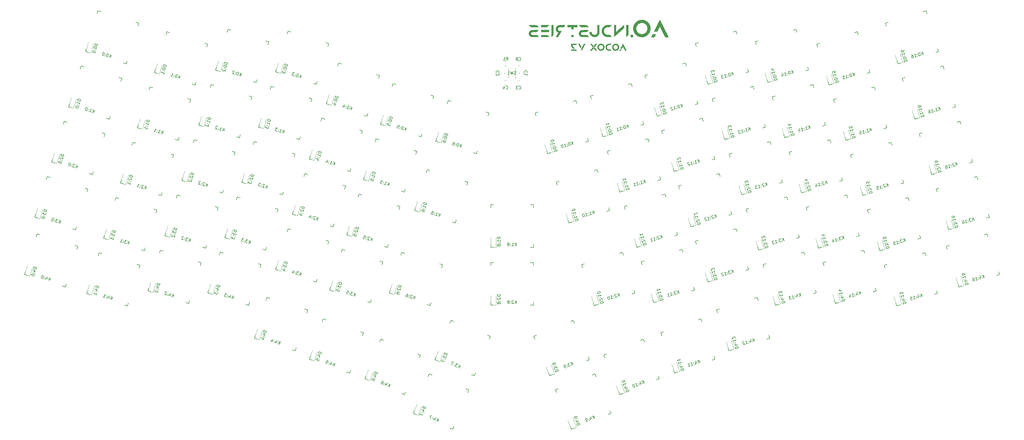
<source format=gbo>
G04 #@! TF.GenerationSoftware,KiCad,Pcbnew,(5.1.4)-1*
G04 #@! TF.CreationDate,2019-11-21T23:19:01-08:00*
G04 #@! TF.ProjectId,AODox,414f446f-782e-46b6-9963-61645f706362,v2*
G04 #@! TF.SameCoordinates,Original*
G04 #@! TF.FileFunction,Legend,Bot*
G04 #@! TF.FilePolarity,Positive*
%FSLAX46Y46*%
G04 Gerber Fmt 4.6, Leading zero omitted, Abs format (unit mm)*
G04 Created by KiCad (PCBNEW (5.1.4)-1) date 2019-11-21 23:19:01*
%MOMM*%
%LPD*%
G04 APERTURE LIST*
%ADD10C,0.150000*%
%ADD11C,0.120000*%
%ADD12C,0.010000*%
G04 APERTURE END LIST*
D10*
X198758302Y-101640139D02*
X199050674Y-100683834D01*
X199050674Y-100683834D02*
X200006978Y-100976205D01*
X195913775Y-114364472D02*
X194957470Y-114072100D01*
X194957470Y-114072100D02*
X195249841Y-113115796D01*
X208638108Y-117208999D02*
X208345736Y-118165304D01*
X208345736Y-118165304D02*
X207389432Y-117872933D01*
X211482635Y-104484666D02*
X212438940Y-104777038D01*
X212438940Y-104777038D02*
X212146569Y-105733342D01*
D11*
X124276197Y-91131608D02*
X125197168Y-88119248D01*
X122650479Y-90634576D02*
X123571450Y-87622216D01*
X124276197Y-91131608D02*
X122650479Y-90634576D01*
X222398520Y-89262815D02*
X221876016Y-89262815D01*
X222398520Y-87842815D02*
X221876016Y-87842815D01*
D12*
G36*
X229545654Y-76510416D02*
G01*
X231495104Y-76509196D01*
X231793554Y-76203414D01*
X231864953Y-76130058D01*
X231930829Y-76061986D01*
X231989031Y-76001451D01*
X232037411Y-75950703D01*
X232073818Y-75911995D01*
X232096103Y-75887578D01*
X232102161Y-75880174D01*
X232100782Y-75877287D01*
X232092192Y-75874726D01*
X232075042Y-75872472D01*
X232047982Y-75870509D01*
X232009666Y-75868816D01*
X231958744Y-75867376D01*
X231893869Y-75866170D01*
X231813691Y-75865179D01*
X231716862Y-75864385D01*
X231602034Y-75863770D01*
X231467859Y-75863315D01*
X231312987Y-75863002D01*
X231136072Y-75862811D01*
X230935763Y-75862725D01*
X230828986Y-75862716D01*
X229545654Y-75862716D01*
X229545654Y-76510416D01*
X229545654Y-76510416D01*
G37*
X229545654Y-76510416D02*
X231495104Y-76509196D01*
X231793554Y-76203414D01*
X231864953Y-76130058D01*
X231930829Y-76061986D01*
X231989031Y-76001451D01*
X232037411Y-75950703D01*
X232073818Y-75911995D01*
X232096103Y-75887578D01*
X232102161Y-75880174D01*
X232100782Y-75877287D01*
X232092192Y-75874726D01*
X232075042Y-75872472D01*
X232047982Y-75870509D01*
X232009666Y-75868816D01*
X231958744Y-75867376D01*
X231893869Y-75866170D01*
X231813691Y-75865179D01*
X231716862Y-75864385D01*
X231602034Y-75863770D01*
X231467859Y-75863315D01*
X231312987Y-75863002D01*
X231136072Y-75862811D01*
X230935763Y-75862725D01*
X230828986Y-75862716D01*
X229545654Y-75862716D01*
X229545654Y-76510416D01*
G36*
X225837254Y-76199266D02*
G01*
X226160918Y-76523116D01*
X228631682Y-76523116D01*
X228601019Y-76462604D01*
X228530360Y-76347788D01*
X228438777Y-76237695D01*
X228330734Y-76136283D01*
X228210696Y-76047512D01*
X228083128Y-75975342D01*
X228020556Y-75947770D01*
X227989845Y-75935726D01*
X227960587Y-75925098D01*
X227931059Y-75915797D01*
X227899542Y-75907736D01*
X227864315Y-75900825D01*
X227823656Y-75894975D01*
X227775844Y-75890100D01*
X227719160Y-75886109D01*
X227651882Y-75882915D01*
X227572289Y-75880429D01*
X227478661Y-75878562D01*
X227369276Y-75877227D01*
X227242413Y-75876334D01*
X227096353Y-75875795D01*
X226929373Y-75875522D01*
X226739753Y-75875425D01*
X226613559Y-75875416D01*
X225513591Y-75875416D01*
X225837254Y-76199266D01*
X225837254Y-76199266D01*
G37*
X225837254Y-76199266D02*
X226160918Y-76523116D01*
X228631682Y-76523116D01*
X228601019Y-76462604D01*
X228530360Y-76347788D01*
X228438777Y-76237695D01*
X228330734Y-76136283D01*
X228210696Y-76047512D01*
X228083128Y-75975342D01*
X228020556Y-75947770D01*
X227989845Y-75935726D01*
X227960587Y-75925098D01*
X227931059Y-75915797D01*
X227899542Y-75907736D01*
X227864315Y-75900825D01*
X227823656Y-75894975D01*
X227775844Y-75890100D01*
X227719160Y-75886109D01*
X227651882Y-75882915D01*
X227572289Y-75880429D01*
X227478661Y-75878562D01*
X227369276Y-75877227D01*
X227242413Y-75876334D01*
X227096353Y-75875795D01*
X226929373Y-75875522D01*
X226739753Y-75875425D01*
X226613559Y-75875416D01*
X225513591Y-75875416D01*
X225837254Y-76199266D01*
G36*
X242271054Y-76199266D02*
G01*
X242594718Y-76523116D01*
X245065482Y-76523116D01*
X245034819Y-76462604D01*
X244964449Y-76348241D01*
X244873219Y-76238442D01*
X244765663Y-76137231D01*
X244646316Y-76048632D01*
X244519711Y-75976672D01*
X244455454Y-75948328D01*
X244424508Y-75936169D01*
X244395395Y-75925443D01*
X244366389Y-75916060D01*
X244335763Y-75907930D01*
X244301792Y-75900963D01*
X244262749Y-75895070D01*
X244216906Y-75890161D01*
X244162539Y-75886146D01*
X244097921Y-75882935D01*
X244021325Y-75880438D01*
X243931024Y-75878565D01*
X243825293Y-75877228D01*
X243702406Y-75876335D01*
X243560635Y-75875797D01*
X243398254Y-75875524D01*
X243213537Y-75875427D01*
X243053970Y-75875416D01*
X241947391Y-75875416D01*
X242271054Y-76199266D01*
X242271054Y-76199266D01*
G37*
X242271054Y-76199266D02*
X242594718Y-76523116D01*
X245065482Y-76523116D01*
X245034819Y-76462604D01*
X244964449Y-76348241D01*
X244873219Y-76238442D01*
X244765663Y-76137231D01*
X244646316Y-76048632D01*
X244519711Y-75976672D01*
X244455454Y-75948328D01*
X244424508Y-75936169D01*
X244395395Y-75925443D01*
X244366389Y-75916060D01*
X244335763Y-75907930D01*
X244301792Y-75900963D01*
X244262749Y-75895070D01*
X244216906Y-75890161D01*
X244162539Y-75886146D01*
X244097921Y-75882935D01*
X244021325Y-75880438D01*
X243931024Y-75878565D01*
X243825293Y-75877228D01*
X243702406Y-75876335D01*
X243560635Y-75875797D01*
X243398254Y-75875524D01*
X243213537Y-75875427D01*
X243053970Y-75875416D01*
X241947391Y-75875416D01*
X242271054Y-76199266D01*
G36*
X238181654Y-76523116D02*
G01*
X239477054Y-76523116D01*
X239477054Y-77170816D01*
X240124754Y-77170816D01*
X240124754Y-76523116D01*
X241407454Y-76523116D01*
X241407454Y-75875416D01*
X238181654Y-75875416D01*
X238181654Y-76523116D01*
X238181654Y-76523116D01*
G37*
X238181654Y-76523116D02*
X239477054Y-76523116D01*
X239477054Y-77170816D01*
X240124754Y-77170816D01*
X240124754Y-76523116D01*
X241407454Y-76523116D01*
X241407454Y-75875416D01*
X238181654Y-75875416D01*
X238181654Y-76523116D01*
G36*
X229545654Y-78123316D02*
G01*
X232123754Y-78123316D01*
X232123754Y-77488316D01*
X229545654Y-77488316D01*
X229545654Y-78123316D01*
X229545654Y-78123316D01*
G37*
X229545654Y-78123316D02*
X232123754Y-78123316D01*
X232123754Y-77488316D01*
X229545654Y-77488316D01*
X229545654Y-78123316D01*
G36*
X232936554Y-77780416D02*
G01*
X232936576Y-77999716D01*
X232936637Y-78211993D01*
X232936738Y-78415868D01*
X232936874Y-78609960D01*
X232937044Y-78792892D01*
X232937245Y-78963284D01*
X232937475Y-79119757D01*
X232937732Y-79260931D01*
X232938013Y-79385428D01*
X232938317Y-79491869D01*
X232938640Y-79578873D01*
X232938980Y-79645064D01*
X232939335Y-79689060D01*
X232939703Y-79709484D01*
X232939825Y-79710816D01*
X232949235Y-79702162D01*
X232974523Y-79677557D01*
X233013632Y-79639039D01*
X233064507Y-79588643D01*
X233125092Y-79528405D01*
X233193329Y-79460363D01*
X233257325Y-79396397D01*
X233571554Y-79081979D01*
X233571554Y-75850016D01*
X232936554Y-75850016D01*
X232936554Y-77780416D01*
X232936554Y-77780416D01*
G37*
X232936554Y-77780416D02*
X232936576Y-77999716D01*
X232936637Y-78211993D01*
X232936738Y-78415868D01*
X232936874Y-78609960D01*
X232937044Y-78792892D01*
X232937245Y-78963284D01*
X232937475Y-79119757D01*
X232937732Y-79260931D01*
X232938013Y-79385428D01*
X232938317Y-79491869D01*
X232938640Y-79578873D01*
X232938980Y-79645064D01*
X232939335Y-79689060D01*
X232939703Y-79709484D01*
X232939825Y-79710816D01*
X232949235Y-79702162D01*
X232974523Y-79677557D01*
X233013632Y-79639039D01*
X233064507Y-79588643D01*
X233125092Y-79528405D01*
X233193329Y-79460363D01*
X233257325Y-79396397D01*
X233571554Y-79081979D01*
X233571554Y-75850016D01*
X232936554Y-75850016D01*
X232936554Y-77780416D01*
G36*
X257511054Y-77780416D02*
G01*
X257511076Y-77999716D01*
X257511137Y-78211993D01*
X257511238Y-78415868D01*
X257511374Y-78609960D01*
X257511544Y-78792892D01*
X257511745Y-78963284D01*
X257511975Y-79119757D01*
X257512232Y-79260931D01*
X257512513Y-79385428D01*
X257512817Y-79491869D01*
X257513140Y-79578873D01*
X257513480Y-79645064D01*
X257513835Y-79689060D01*
X257514203Y-79709484D01*
X257514325Y-79710816D01*
X257523735Y-79702162D01*
X257549023Y-79677557D01*
X257588132Y-79639039D01*
X257639007Y-79588643D01*
X257699592Y-79528405D01*
X257767829Y-79460363D01*
X257831825Y-79396397D01*
X258146054Y-79081979D01*
X258146054Y-75850016D01*
X257511054Y-75850016D01*
X257511054Y-77780416D01*
X257511054Y-77780416D01*
G37*
X257511054Y-77780416D02*
X257511076Y-77999716D01*
X257511137Y-78211993D01*
X257511238Y-78415868D01*
X257511374Y-78609960D01*
X257511544Y-78792892D01*
X257511745Y-78963284D01*
X257511975Y-79119757D01*
X257512232Y-79260931D01*
X257512513Y-79385428D01*
X257512817Y-79491869D01*
X257513140Y-79578873D01*
X257513480Y-79645064D01*
X257513835Y-79689060D01*
X257514203Y-79709484D01*
X257514325Y-79710816D01*
X257523735Y-79702162D01*
X257549023Y-79677557D01*
X257588132Y-79639039D01*
X257639007Y-79588643D01*
X257699592Y-79528405D01*
X257767829Y-79460363D01*
X257831825Y-79396397D01*
X258146054Y-79081979D01*
X258146054Y-75850016D01*
X257511054Y-75850016D01*
X257511054Y-77780416D01*
G36*
X236401280Y-75865841D02*
G01*
X236217005Y-75866580D01*
X236056197Y-75867258D01*
X235916923Y-75868019D01*
X235797249Y-75869007D01*
X235695244Y-75870367D01*
X235608974Y-75872242D01*
X235536507Y-75874777D01*
X235475910Y-75878116D01*
X235425251Y-75882402D01*
X235382595Y-75887781D01*
X235346012Y-75894397D01*
X235313567Y-75902392D01*
X235283329Y-75911913D01*
X235253364Y-75923102D01*
X235221740Y-75936104D01*
X235186524Y-75951063D01*
X235171072Y-75957597D01*
X235051259Y-76016494D01*
X234937740Y-76090669D01*
X234825462Y-76183682D01*
X234758257Y-76248328D01*
X234637591Y-76383715D01*
X234541313Y-76522977D01*
X234468460Y-76668401D01*
X234418067Y-76822276D01*
X234389174Y-76986891D01*
X234380757Y-77145416D01*
X234389099Y-77311426D01*
X234415985Y-77465596D01*
X234462931Y-77612862D01*
X234531455Y-77758162D01*
X234607317Y-77883088D01*
X234678803Y-77977955D01*
X234764351Y-78070884D01*
X234858716Y-78157333D01*
X234956652Y-78232757D01*
X235052911Y-78292613D01*
X235113859Y-78321747D01*
X235146263Y-78337724D01*
X235164993Y-78352246D01*
X235167029Y-78358266D01*
X235160001Y-78371259D01*
X235141414Y-78404347D01*
X235112366Y-78455602D01*
X235073956Y-78523099D01*
X235027285Y-78604911D01*
X234973450Y-78699112D01*
X234913551Y-78803774D01*
X234848688Y-78916972D01*
X234779958Y-79036779D01*
X234773262Y-79048444D01*
X234704385Y-79168510D01*
X234639403Y-79281943D01*
X234579397Y-79386847D01*
X234525449Y-79481322D01*
X234478641Y-79563472D01*
X234440053Y-79631396D01*
X234410767Y-79683199D01*
X234391864Y-79716981D01*
X234384426Y-79730845D01*
X234384354Y-79731069D01*
X234396528Y-79732380D01*
X234430943Y-79733568D01*
X234484440Y-79734588D01*
X234553862Y-79735397D01*
X234636049Y-79735951D01*
X234727843Y-79736204D01*
X234752362Y-79736216D01*
X234858550Y-79736180D01*
X234942198Y-79735931D01*
X235006162Y-79735259D01*
X235053302Y-79733950D01*
X235086477Y-79731794D01*
X235108545Y-79728580D01*
X235122364Y-79724095D01*
X235130793Y-79718128D01*
X235136690Y-79710468D01*
X235138500Y-79707641D01*
X235150321Y-79688102D01*
X235173276Y-79649309D01*
X235206239Y-79593200D01*
X235248087Y-79521712D01*
X235297694Y-79436782D01*
X235353935Y-79340348D01*
X235415685Y-79234348D01*
X235481820Y-79120719D01*
X235551214Y-79001399D01*
X235622742Y-78878325D01*
X235695280Y-78753435D01*
X235767703Y-78628666D01*
X235838886Y-78505955D01*
X235907704Y-78387242D01*
X235973031Y-78274462D01*
X236033744Y-78169553D01*
X236088717Y-78074454D01*
X236136825Y-77991101D01*
X236176943Y-77921432D01*
X236207947Y-77867385D01*
X236228711Y-77830896D01*
X236238111Y-77813905D01*
X236238554Y-77812916D01*
X236226424Y-77810958D01*
X236192312Y-77809193D01*
X236139635Y-77807698D01*
X236071811Y-77806553D01*
X235992259Y-77805837D01*
X235924229Y-77805628D01*
X235792218Y-77804503D01*
X235682119Y-77800696D01*
X235590508Y-77793303D01*
X235513960Y-77781417D01*
X235449050Y-77764133D01*
X235392353Y-77740546D01*
X235340444Y-77709751D01*
X235289897Y-77670841D01*
X235238889Y-77624450D01*
X235155297Y-77533668D01*
X235094766Y-77442231D01*
X235055269Y-77345536D01*
X235034775Y-77238976D01*
X235030650Y-77151766D01*
X235038074Y-77041791D01*
X235061513Y-76944680D01*
X235103431Y-76853809D01*
X235166292Y-76762553D01*
X235183154Y-76741794D01*
X235270392Y-76655684D01*
X235373711Y-76585461D01*
X235460696Y-76544962D01*
X235476800Y-76539133D01*
X235493231Y-76534163D01*
X235512114Y-76529962D01*
X235535575Y-76526439D01*
X235565738Y-76523504D01*
X235604728Y-76521068D01*
X235654670Y-76519041D01*
X235717689Y-76517332D01*
X235795911Y-76515852D01*
X235891460Y-76514510D01*
X236006462Y-76513217D01*
X236143041Y-76511882D01*
X236269008Y-76510727D01*
X237004311Y-76504066D01*
X237155583Y-76237366D01*
X237199889Y-76159319D01*
X237241822Y-76085581D01*
X237279164Y-76020038D01*
X237309699Y-75966577D01*
X237331212Y-75929086D01*
X237338655Y-75916238D01*
X237370455Y-75861811D01*
X236401280Y-75865841D01*
X236401280Y-75865841D01*
G37*
X236401280Y-75865841D02*
X236217005Y-75866580D01*
X236056197Y-75867258D01*
X235916923Y-75868019D01*
X235797249Y-75869007D01*
X235695244Y-75870367D01*
X235608974Y-75872242D01*
X235536507Y-75874777D01*
X235475910Y-75878116D01*
X235425251Y-75882402D01*
X235382595Y-75887781D01*
X235346012Y-75894397D01*
X235313567Y-75902392D01*
X235283329Y-75911913D01*
X235253364Y-75923102D01*
X235221740Y-75936104D01*
X235186524Y-75951063D01*
X235171072Y-75957597D01*
X235051259Y-76016494D01*
X234937740Y-76090669D01*
X234825462Y-76183682D01*
X234758257Y-76248328D01*
X234637591Y-76383715D01*
X234541313Y-76522977D01*
X234468460Y-76668401D01*
X234418067Y-76822276D01*
X234389174Y-76986891D01*
X234380757Y-77145416D01*
X234389099Y-77311426D01*
X234415985Y-77465596D01*
X234462931Y-77612862D01*
X234531455Y-77758162D01*
X234607317Y-77883088D01*
X234678803Y-77977955D01*
X234764351Y-78070884D01*
X234858716Y-78157333D01*
X234956652Y-78232757D01*
X235052911Y-78292613D01*
X235113859Y-78321747D01*
X235146263Y-78337724D01*
X235164993Y-78352246D01*
X235167029Y-78358266D01*
X235160001Y-78371259D01*
X235141414Y-78404347D01*
X235112366Y-78455602D01*
X235073956Y-78523099D01*
X235027285Y-78604911D01*
X234973450Y-78699112D01*
X234913551Y-78803774D01*
X234848688Y-78916972D01*
X234779958Y-79036779D01*
X234773262Y-79048444D01*
X234704385Y-79168510D01*
X234639403Y-79281943D01*
X234579397Y-79386847D01*
X234525449Y-79481322D01*
X234478641Y-79563472D01*
X234440053Y-79631396D01*
X234410767Y-79683199D01*
X234391864Y-79716981D01*
X234384426Y-79730845D01*
X234384354Y-79731069D01*
X234396528Y-79732380D01*
X234430943Y-79733568D01*
X234484440Y-79734588D01*
X234553862Y-79735397D01*
X234636049Y-79735951D01*
X234727843Y-79736204D01*
X234752362Y-79736216D01*
X234858550Y-79736180D01*
X234942198Y-79735931D01*
X235006162Y-79735259D01*
X235053302Y-79733950D01*
X235086477Y-79731794D01*
X235108545Y-79728580D01*
X235122364Y-79724095D01*
X235130793Y-79718128D01*
X235136690Y-79710468D01*
X235138500Y-79707641D01*
X235150321Y-79688102D01*
X235173276Y-79649309D01*
X235206239Y-79593200D01*
X235248087Y-79521712D01*
X235297694Y-79436782D01*
X235353935Y-79340348D01*
X235415685Y-79234348D01*
X235481820Y-79120719D01*
X235551214Y-79001399D01*
X235622742Y-78878325D01*
X235695280Y-78753435D01*
X235767703Y-78628666D01*
X235838886Y-78505955D01*
X235907704Y-78387242D01*
X235973031Y-78274462D01*
X236033744Y-78169553D01*
X236088717Y-78074454D01*
X236136825Y-77991101D01*
X236176943Y-77921432D01*
X236207947Y-77867385D01*
X236228711Y-77830896D01*
X236238111Y-77813905D01*
X236238554Y-77812916D01*
X236226424Y-77810958D01*
X236192312Y-77809193D01*
X236139635Y-77807698D01*
X236071811Y-77806553D01*
X235992259Y-77805837D01*
X235924229Y-77805628D01*
X235792218Y-77804503D01*
X235682119Y-77800696D01*
X235590508Y-77793303D01*
X235513960Y-77781417D01*
X235449050Y-77764133D01*
X235392353Y-77740546D01*
X235340444Y-77709751D01*
X235289897Y-77670841D01*
X235238889Y-77624450D01*
X235155297Y-77533668D01*
X235094766Y-77442231D01*
X235055269Y-77345536D01*
X235034775Y-77238976D01*
X235030650Y-77151766D01*
X235038074Y-77041791D01*
X235061513Y-76944680D01*
X235103431Y-76853809D01*
X235166292Y-76762553D01*
X235183154Y-76741794D01*
X235270392Y-76655684D01*
X235373711Y-76585461D01*
X235460696Y-76544962D01*
X235476800Y-76539133D01*
X235493231Y-76534163D01*
X235512114Y-76529962D01*
X235535575Y-76526439D01*
X235565738Y-76523504D01*
X235604728Y-76521068D01*
X235654670Y-76519041D01*
X235717689Y-76517332D01*
X235795911Y-76515852D01*
X235891460Y-76514510D01*
X236006462Y-76513217D01*
X236143041Y-76511882D01*
X236269008Y-76510727D01*
X237004311Y-76504066D01*
X237155583Y-76237366D01*
X237199889Y-76159319D01*
X237241822Y-76085581D01*
X237279164Y-76020038D01*
X237309699Y-75966577D01*
X237331212Y-75929086D01*
X237338655Y-75916238D01*
X237370455Y-75861811D01*
X236401280Y-75865841D01*
G36*
X248008209Y-77085091D02*
G01*
X248007561Y-77292591D01*
X248007011Y-77476351D01*
X248006442Y-77638027D01*
X248005734Y-77779278D01*
X248004771Y-77901763D01*
X248003436Y-78007138D01*
X248001609Y-78097062D01*
X247999174Y-78173193D01*
X247996013Y-78237189D01*
X247992008Y-78290708D01*
X247987041Y-78335408D01*
X247980995Y-78372947D01*
X247973751Y-78404983D01*
X247965193Y-78433174D01*
X247955202Y-78459178D01*
X247943661Y-78484653D01*
X247930452Y-78511257D01*
X247915458Y-78540648D01*
X247903115Y-78565222D01*
X247831397Y-78683420D01*
X247739137Y-78793173D01*
X247630773Y-78890623D01*
X247510747Y-78971910D01*
X247383497Y-79033173D01*
X247351527Y-79044755D01*
X247205898Y-79081147D01*
X247055306Y-79094597D01*
X246904653Y-79085155D01*
X246758843Y-79052867D01*
X246716500Y-79038632D01*
X246585456Y-78978640D01*
X246464061Y-78899247D01*
X246354666Y-78803430D01*
X246259620Y-78694163D01*
X246181270Y-78574420D01*
X246121967Y-78447177D01*
X246084060Y-78315408D01*
X246071490Y-78221741D01*
X246064725Y-78123316D01*
X245416905Y-78123316D01*
X245425576Y-78246658D01*
X245451445Y-78449377D01*
X245499877Y-78640506D01*
X245571117Y-78820582D01*
X245665408Y-78990141D01*
X245782995Y-79149721D01*
X245890155Y-79266724D01*
X246042979Y-79402082D01*
X246208906Y-79515706D01*
X246387550Y-79607382D01*
X246578528Y-79676899D01*
X246686537Y-79705125D01*
X246744222Y-79714641D01*
X246820839Y-79722131D01*
X246909990Y-79727461D01*
X247005278Y-79730496D01*
X247100305Y-79731101D01*
X247188674Y-79729143D01*
X247263986Y-79724486D01*
X247312954Y-79718306D01*
X247498441Y-79675903D01*
X247668568Y-79616549D01*
X247828731Y-79537931D01*
X247984326Y-79437739D01*
X248007216Y-79420996D01*
X248159871Y-79292209D01*
X248293311Y-79146866D01*
X248407400Y-78985177D01*
X248502003Y-78807352D01*
X248576987Y-78613601D01*
X248616771Y-78472566D01*
X248620362Y-78455978D01*
X248623554Y-78436419D01*
X248626379Y-78412327D01*
X248628867Y-78382139D01*
X248631047Y-78344294D01*
X248632951Y-78297230D01*
X248634608Y-78239383D01*
X248636048Y-78169194D01*
X248637302Y-78085099D01*
X248638400Y-77985536D01*
X248639372Y-77868944D01*
X248640249Y-77733761D01*
X248641060Y-77578423D01*
X248641837Y-77401371D01*
X248642608Y-77201041D01*
X248642890Y-77123191D01*
X248647386Y-75862716D01*
X248012299Y-75862716D01*
X248008209Y-77085091D01*
X248008209Y-77085091D01*
G37*
X248008209Y-77085091D02*
X248007561Y-77292591D01*
X248007011Y-77476351D01*
X248006442Y-77638027D01*
X248005734Y-77779278D01*
X248004771Y-77901763D01*
X248003436Y-78007138D01*
X248001609Y-78097062D01*
X247999174Y-78173193D01*
X247996013Y-78237189D01*
X247992008Y-78290708D01*
X247987041Y-78335408D01*
X247980995Y-78372947D01*
X247973751Y-78404983D01*
X247965193Y-78433174D01*
X247955202Y-78459178D01*
X247943661Y-78484653D01*
X247930452Y-78511257D01*
X247915458Y-78540648D01*
X247903115Y-78565222D01*
X247831397Y-78683420D01*
X247739137Y-78793173D01*
X247630773Y-78890623D01*
X247510747Y-78971910D01*
X247383497Y-79033173D01*
X247351527Y-79044755D01*
X247205898Y-79081147D01*
X247055306Y-79094597D01*
X246904653Y-79085155D01*
X246758843Y-79052867D01*
X246716500Y-79038632D01*
X246585456Y-78978640D01*
X246464061Y-78899247D01*
X246354666Y-78803430D01*
X246259620Y-78694163D01*
X246181270Y-78574420D01*
X246121967Y-78447177D01*
X246084060Y-78315408D01*
X246071490Y-78221741D01*
X246064725Y-78123316D01*
X245416905Y-78123316D01*
X245425576Y-78246658D01*
X245451445Y-78449377D01*
X245499877Y-78640506D01*
X245571117Y-78820582D01*
X245665408Y-78990141D01*
X245782995Y-79149721D01*
X245890155Y-79266724D01*
X246042979Y-79402082D01*
X246208906Y-79515706D01*
X246387550Y-79607382D01*
X246578528Y-79676899D01*
X246686537Y-79705125D01*
X246744222Y-79714641D01*
X246820839Y-79722131D01*
X246909990Y-79727461D01*
X247005278Y-79730496D01*
X247100305Y-79731101D01*
X247188674Y-79729143D01*
X247263986Y-79724486D01*
X247312954Y-79718306D01*
X247498441Y-79675903D01*
X247668568Y-79616549D01*
X247828731Y-79537931D01*
X247984326Y-79437739D01*
X248007216Y-79420996D01*
X248159871Y-79292209D01*
X248293311Y-79146866D01*
X248407400Y-78985177D01*
X248502003Y-78807352D01*
X248576987Y-78613601D01*
X248616771Y-78472566D01*
X248620362Y-78455978D01*
X248623554Y-78436419D01*
X248626379Y-78412327D01*
X248628867Y-78382139D01*
X248631047Y-78344294D01*
X248632951Y-78297230D01*
X248634608Y-78239383D01*
X248636048Y-78169194D01*
X248637302Y-78085099D01*
X248638400Y-77985536D01*
X248639372Y-77868944D01*
X248640249Y-77733761D01*
X248641060Y-77578423D01*
X248641837Y-77401371D01*
X248642608Y-77201041D01*
X248642890Y-77123191D01*
X248647386Y-75862716D01*
X248012299Y-75862716D01*
X248008209Y-77085091D01*
G36*
X251889823Y-75866141D02*
G01*
X251728176Y-75867173D01*
X251589791Y-75868172D01*
X251472530Y-75869213D01*
X251374253Y-75870372D01*
X251292823Y-75871722D01*
X251226102Y-75873341D01*
X251171950Y-75875302D01*
X251128231Y-75877680D01*
X251092805Y-75880552D01*
X251063534Y-75883992D01*
X251038281Y-75888076D01*
X251014906Y-75892878D01*
X250994820Y-75897604D01*
X250772519Y-75963699D01*
X250565298Y-76050016D01*
X250372242Y-76157047D01*
X250192438Y-76285281D01*
X250064417Y-76396907D01*
X249910024Y-76559794D01*
X249777123Y-76735170D01*
X249666199Y-76921513D01*
X249577738Y-77117298D01*
X249512225Y-77321003D01*
X249470148Y-77531103D01*
X249451990Y-77746076D01*
X249458238Y-77964398D01*
X249489377Y-78184546D01*
X249491367Y-78194448D01*
X249546070Y-78400769D01*
X249623618Y-78598496D01*
X249722416Y-78785950D01*
X249840867Y-78961455D01*
X249977377Y-79123331D01*
X250130350Y-79269903D01*
X250298192Y-79399493D01*
X250479306Y-79510421D01*
X250672098Y-79601013D01*
X250874971Y-79669588D01*
X250900704Y-79676462D01*
X250948813Y-79688595D01*
X250994074Y-79698972D01*
X251038881Y-79707730D01*
X251085629Y-79715005D01*
X251136713Y-79720933D01*
X251194529Y-79725651D01*
X251261471Y-79729294D01*
X251339934Y-79731998D01*
X251432314Y-79733901D01*
X251541004Y-79735137D01*
X251668400Y-79735844D01*
X251816897Y-79736157D01*
X251951578Y-79736216D01*
X252676764Y-79736216D01*
X252043704Y-79094866D01*
X251605554Y-79087566D01*
X251485717Y-79085447D01*
X251388167Y-79083355D01*
X251309792Y-79081093D01*
X251247480Y-79078462D01*
X251198120Y-79075265D01*
X251158600Y-79071304D01*
X251125808Y-79066379D01*
X251096631Y-79060294D01*
X251070295Y-79053497D01*
X250897307Y-78993149D01*
X250736938Y-78911715D01*
X250590749Y-78810765D01*
X250460299Y-78691867D01*
X250347148Y-78556590D01*
X250252857Y-78406502D01*
X250178984Y-78243171D01*
X250138975Y-78116966D01*
X250113094Y-77980152D01*
X250102937Y-77831628D01*
X250108421Y-77679566D01*
X250129460Y-77532137D01*
X250145732Y-77462916D01*
X250173832Y-77378319D01*
X250213861Y-77283421D01*
X250261421Y-77187175D01*
X250312110Y-77098533D01*
X250357939Y-77031116D01*
X250479074Y-76892439D01*
X250616172Y-76773304D01*
X250768121Y-76674445D01*
X250933812Y-76596597D01*
X251091204Y-76545769D01*
X251121604Y-76538435D01*
X251152666Y-76532485D01*
X251187602Y-76527725D01*
X251229617Y-76523960D01*
X251281923Y-76520996D01*
X251347725Y-76518639D01*
X251430234Y-76516693D01*
X251532658Y-76514965D01*
X251619171Y-76513763D01*
X252045538Y-76508159D01*
X252360639Y-76184725D01*
X252675741Y-75861290D01*
X251889823Y-75866141D01*
X251889823Y-75866141D01*
G37*
X251889823Y-75866141D02*
X251728176Y-75867173D01*
X251589791Y-75868172D01*
X251472530Y-75869213D01*
X251374253Y-75870372D01*
X251292823Y-75871722D01*
X251226102Y-75873341D01*
X251171950Y-75875302D01*
X251128231Y-75877680D01*
X251092805Y-75880552D01*
X251063534Y-75883992D01*
X251038281Y-75888076D01*
X251014906Y-75892878D01*
X250994820Y-75897604D01*
X250772519Y-75963699D01*
X250565298Y-76050016D01*
X250372242Y-76157047D01*
X250192438Y-76285281D01*
X250064417Y-76396907D01*
X249910024Y-76559794D01*
X249777123Y-76735170D01*
X249666199Y-76921513D01*
X249577738Y-77117298D01*
X249512225Y-77321003D01*
X249470148Y-77531103D01*
X249451990Y-77746076D01*
X249458238Y-77964398D01*
X249489377Y-78184546D01*
X249491367Y-78194448D01*
X249546070Y-78400769D01*
X249623618Y-78598496D01*
X249722416Y-78785950D01*
X249840867Y-78961455D01*
X249977377Y-79123331D01*
X250130350Y-79269903D01*
X250298192Y-79399493D01*
X250479306Y-79510421D01*
X250672098Y-79601013D01*
X250874971Y-79669588D01*
X250900704Y-79676462D01*
X250948813Y-79688595D01*
X250994074Y-79698972D01*
X251038881Y-79707730D01*
X251085629Y-79715005D01*
X251136713Y-79720933D01*
X251194529Y-79725651D01*
X251261471Y-79729294D01*
X251339934Y-79731998D01*
X251432314Y-79733901D01*
X251541004Y-79735137D01*
X251668400Y-79735844D01*
X251816897Y-79736157D01*
X251951578Y-79736216D01*
X252676764Y-79736216D01*
X252043704Y-79094866D01*
X251605554Y-79087566D01*
X251485717Y-79085447D01*
X251388167Y-79083355D01*
X251309792Y-79081093D01*
X251247480Y-79078462D01*
X251198120Y-79075265D01*
X251158600Y-79071304D01*
X251125808Y-79066379D01*
X251096631Y-79060294D01*
X251070295Y-79053497D01*
X250897307Y-78993149D01*
X250736938Y-78911715D01*
X250590749Y-78810765D01*
X250460299Y-78691867D01*
X250347148Y-78556590D01*
X250252857Y-78406502D01*
X250178984Y-78243171D01*
X250138975Y-78116966D01*
X250113094Y-77980152D01*
X250102937Y-77831628D01*
X250108421Y-77679566D01*
X250129460Y-77532137D01*
X250145732Y-77462916D01*
X250173832Y-77378319D01*
X250213861Y-77283421D01*
X250261421Y-77187175D01*
X250312110Y-77098533D01*
X250357939Y-77031116D01*
X250479074Y-76892439D01*
X250616172Y-76773304D01*
X250768121Y-76674445D01*
X250933812Y-76596597D01*
X251091204Y-76545769D01*
X251121604Y-76538435D01*
X251152666Y-76532485D01*
X251187602Y-76527725D01*
X251229617Y-76523960D01*
X251281923Y-76520996D01*
X251347725Y-76518639D01*
X251430234Y-76516693D01*
X251532658Y-76514965D01*
X251619171Y-76513763D01*
X252045538Y-76508159D01*
X252360639Y-76184725D01*
X252675741Y-75861290D01*
X251889823Y-75866141D01*
G36*
X253485154Y-77799466D02*
G01*
X253485175Y-78019131D01*
X253485235Y-78231774D01*
X253485332Y-78436019D01*
X253485464Y-78630488D01*
X253485628Y-78813805D01*
X253485823Y-78984593D01*
X253486046Y-79141475D01*
X253486294Y-79283074D01*
X253486567Y-79408013D01*
X253486860Y-79514916D01*
X253487173Y-79602406D01*
X253487502Y-79669107D01*
X253487847Y-79713640D01*
X253488203Y-79734630D01*
X253488329Y-79736159D01*
X253497948Y-79727797D01*
X253525468Y-79703306D01*
X253569920Y-79663555D01*
X253630332Y-79609417D01*
X253705737Y-79541764D01*
X253795164Y-79461467D01*
X253897644Y-79369398D01*
X254012207Y-79266427D01*
X254137883Y-79153428D01*
X254273703Y-79031271D01*
X254418697Y-78900827D01*
X254571895Y-78762970D01*
X254732328Y-78618569D01*
X254899026Y-78468497D01*
X255071020Y-78313625D01*
X255101229Y-78286419D01*
X256710954Y-76836735D01*
X256710954Y-76349725D01*
X256710845Y-76241322D01*
X256710535Y-76141309D01*
X256710046Y-76052432D01*
X256709405Y-75977436D01*
X256708636Y-75919068D01*
X256707762Y-75880072D01*
X256706809Y-75863195D01*
X256706616Y-75862716D01*
X256696837Y-75871058D01*
X256669283Y-75895432D01*
X256625042Y-75934862D01*
X256565201Y-75988370D01*
X256490850Y-76054980D01*
X256403077Y-76133713D01*
X256302969Y-76223592D01*
X256191615Y-76323641D01*
X256070103Y-76432883D01*
X255939521Y-76550339D01*
X255800957Y-76675033D01*
X255655500Y-76805988D01*
X255504237Y-76942226D01*
X255420741Y-77017453D01*
X254139204Y-78172190D01*
X254135963Y-77017453D01*
X254132721Y-75862716D01*
X253485154Y-75862716D01*
X253485154Y-77799466D01*
X253485154Y-77799466D01*
G37*
X253485154Y-77799466D02*
X253485175Y-78019131D01*
X253485235Y-78231774D01*
X253485332Y-78436019D01*
X253485464Y-78630488D01*
X253485628Y-78813805D01*
X253485823Y-78984593D01*
X253486046Y-79141475D01*
X253486294Y-79283074D01*
X253486567Y-79408013D01*
X253486860Y-79514916D01*
X253487173Y-79602406D01*
X253487502Y-79669107D01*
X253487847Y-79713640D01*
X253488203Y-79734630D01*
X253488329Y-79736159D01*
X253497948Y-79727797D01*
X253525468Y-79703306D01*
X253569920Y-79663555D01*
X253630332Y-79609417D01*
X253705737Y-79541764D01*
X253795164Y-79461467D01*
X253897644Y-79369398D01*
X254012207Y-79266427D01*
X254137883Y-79153428D01*
X254273703Y-79031271D01*
X254418697Y-78900827D01*
X254571895Y-78762970D01*
X254732328Y-78618569D01*
X254899026Y-78468497D01*
X255071020Y-78313625D01*
X255101229Y-78286419D01*
X256710954Y-76836735D01*
X256710954Y-76349725D01*
X256710845Y-76241322D01*
X256710535Y-76141309D01*
X256710046Y-76052432D01*
X256709405Y-75977436D01*
X256708636Y-75919068D01*
X256707762Y-75880072D01*
X256706809Y-75863195D01*
X256706616Y-75862716D01*
X256696837Y-75871058D01*
X256669283Y-75895432D01*
X256625042Y-75934862D01*
X256565201Y-75988370D01*
X256490850Y-76054980D01*
X256403077Y-76133713D01*
X256302969Y-76223592D01*
X256191615Y-76323641D01*
X256070103Y-76432883D01*
X255939521Y-76550339D01*
X255800957Y-76675033D01*
X255655500Y-76805988D01*
X255504237Y-76942226D01*
X255420741Y-77017453D01*
X254139204Y-78172190D01*
X254135963Y-77017453D01*
X254132721Y-75862716D01*
X253485154Y-75862716D01*
X253485154Y-77799466D01*
G36*
X229545654Y-79748916D02*
G01*
X232123754Y-79748916D01*
X232123754Y-79718004D01*
X232119695Y-79705426D01*
X232106500Y-79686050D01*
X232082641Y-79658304D01*
X232046592Y-79620614D01*
X231996826Y-79571408D01*
X231931816Y-79509112D01*
X231850034Y-79432155D01*
X231809429Y-79394256D01*
X231495104Y-79101420D01*
X229545654Y-79101216D01*
X229545654Y-79748916D01*
X229545654Y-79748916D01*
G37*
X229545654Y-79748916D02*
X232123754Y-79748916D01*
X232123754Y-79718004D01*
X232119695Y-79705426D01*
X232106500Y-79686050D01*
X232082641Y-79658304D01*
X232046592Y-79620614D01*
X231996826Y-79571408D01*
X231931816Y-79509112D01*
X231850034Y-79432155D01*
X231809429Y-79394256D01*
X231495104Y-79101420D01*
X229545654Y-79101216D01*
X229545654Y-79748916D01*
G36*
X227581992Y-77488832D02*
G01*
X227440487Y-77489133D01*
X227301125Y-77489625D01*
X227166200Y-77490305D01*
X227038008Y-77491172D01*
X226918843Y-77492223D01*
X226811001Y-77493455D01*
X226716778Y-77494866D01*
X226638467Y-77496454D01*
X226578365Y-77498217D01*
X226538766Y-77500152D01*
X226529404Y-77500949D01*
X226373553Y-77526321D01*
X226232471Y-77568615D01*
X226102373Y-77629750D01*
X225979472Y-77711640D01*
X225859983Y-77816204D01*
X225813761Y-77863255D01*
X225706978Y-77991129D01*
X225623890Y-78125032D01*
X225562972Y-78267977D01*
X225522698Y-78422975D01*
X225518582Y-78446032D01*
X225510315Y-78526318D01*
X225508787Y-78621395D01*
X225513484Y-78721981D01*
X225523897Y-78818791D01*
X225539512Y-78902542D01*
X225544848Y-78922736D01*
X225600674Y-79073153D01*
X225678031Y-79215077D01*
X225774316Y-79345847D01*
X225886926Y-79462802D01*
X226013260Y-79563278D01*
X226150714Y-79644616D01*
X226296688Y-79704152D01*
X226314051Y-79709525D01*
X226345276Y-79718354D01*
X226377433Y-79726131D01*
X226412262Y-79732921D01*
X226451504Y-79738792D01*
X226496900Y-79743808D01*
X226550188Y-79748036D01*
X226613111Y-79751542D01*
X226687407Y-79754392D01*
X226774817Y-79756651D01*
X226877082Y-79758387D01*
X226995941Y-79759664D01*
X227133135Y-79760549D01*
X227290404Y-79761107D01*
X227469489Y-79761406D01*
X227672128Y-79761510D01*
X227685011Y-79761511D01*
X228739018Y-79761616D01*
X228415354Y-79437766D01*
X228091691Y-79113916D01*
X227380398Y-79113660D01*
X227245722Y-79113413D01*
X227116650Y-79112796D01*
X226995787Y-79111846D01*
X226885743Y-79110602D01*
X226789125Y-79109101D01*
X226708542Y-79107383D01*
X226646600Y-79105483D01*
X226605908Y-79103442D01*
X226592904Y-79102183D01*
X226489572Y-79079791D01*
X226403402Y-79044269D01*
X226328325Y-78992755D01*
X226294454Y-78961516D01*
X226228673Y-78878560D01*
X226183981Y-78784618D01*
X226160938Y-78683659D01*
X226160103Y-78579652D01*
X226182035Y-78476567D01*
X226215279Y-78399403D01*
X226259131Y-78335860D01*
X226319473Y-78272546D01*
X226388402Y-78216767D01*
X226456346Y-78176603D01*
X226529404Y-78142366D01*
X227170754Y-78135021D01*
X227322804Y-78133250D01*
X227451967Y-78131513D01*
X227560754Y-78129529D01*
X227651676Y-78127020D01*
X227727244Y-78123704D01*
X227789969Y-78119301D01*
X227842362Y-78113532D01*
X227886934Y-78106117D01*
X227926196Y-78096774D01*
X227962659Y-78085225D01*
X227998834Y-78071188D01*
X228037232Y-78054385D01*
X228080365Y-78034534D01*
X228083167Y-78033235D01*
X228223195Y-77956818D01*
X228347268Y-77863640D01*
X228424072Y-77790156D01*
X228460539Y-77749184D01*
X228499347Y-77700825D01*
X228537514Y-77649434D01*
X228572059Y-77599369D01*
X228600000Y-77554983D01*
X228618355Y-77520632D01*
X228624142Y-77500672D01*
X228623536Y-77498801D01*
X228609943Y-77496845D01*
X228573246Y-77495107D01*
X228515740Y-77493583D01*
X228439721Y-77492271D01*
X228347483Y-77491170D01*
X228241321Y-77490275D01*
X228123532Y-77489586D01*
X227996409Y-77489099D01*
X227862248Y-77488813D01*
X227723344Y-77488725D01*
X227581992Y-77488832D01*
X227581992Y-77488832D01*
G37*
X227581992Y-77488832D02*
X227440487Y-77489133D01*
X227301125Y-77489625D01*
X227166200Y-77490305D01*
X227038008Y-77491172D01*
X226918843Y-77492223D01*
X226811001Y-77493455D01*
X226716778Y-77494866D01*
X226638467Y-77496454D01*
X226578365Y-77498217D01*
X226538766Y-77500152D01*
X226529404Y-77500949D01*
X226373553Y-77526321D01*
X226232471Y-77568615D01*
X226102373Y-77629750D01*
X225979472Y-77711640D01*
X225859983Y-77816204D01*
X225813761Y-77863255D01*
X225706978Y-77991129D01*
X225623890Y-78125032D01*
X225562972Y-78267977D01*
X225522698Y-78422975D01*
X225518582Y-78446032D01*
X225510315Y-78526318D01*
X225508787Y-78621395D01*
X225513484Y-78721981D01*
X225523897Y-78818791D01*
X225539512Y-78902542D01*
X225544848Y-78922736D01*
X225600674Y-79073153D01*
X225678031Y-79215077D01*
X225774316Y-79345847D01*
X225886926Y-79462802D01*
X226013260Y-79563278D01*
X226150714Y-79644616D01*
X226296688Y-79704152D01*
X226314051Y-79709525D01*
X226345276Y-79718354D01*
X226377433Y-79726131D01*
X226412262Y-79732921D01*
X226451504Y-79738792D01*
X226496900Y-79743808D01*
X226550188Y-79748036D01*
X226613111Y-79751542D01*
X226687407Y-79754392D01*
X226774817Y-79756651D01*
X226877082Y-79758387D01*
X226995941Y-79759664D01*
X227133135Y-79760549D01*
X227290404Y-79761107D01*
X227469489Y-79761406D01*
X227672128Y-79761510D01*
X227685011Y-79761511D01*
X228739018Y-79761616D01*
X228415354Y-79437766D01*
X228091691Y-79113916D01*
X227380398Y-79113660D01*
X227245722Y-79113413D01*
X227116650Y-79112796D01*
X226995787Y-79111846D01*
X226885743Y-79110602D01*
X226789125Y-79109101D01*
X226708542Y-79107383D01*
X226646600Y-79105483D01*
X226605908Y-79103442D01*
X226592904Y-79102183D01*
X226489572Y-79079791D01*
X226403402Y-79044269D01*
X226328325Y-78992755D01*
X226294454Y-78961516D01*
X226228673Y-78878560D01*
X226183981Y-78784618D01*
X226160938Y-78683659D01*
X226160103Y-78579652D01*
X226182035Y-78476567D01*
X226215279Y-78399403D01*
X226259131Y-78335860D01*
X226319473Y-78272546D01*
X226388402Y-78216767D01*
X226456346Y-78176603D01*
X226529404Y-78142366D01*
X227170754Y-78135021D01*
X227322804Y-78133250D01*
X227451967Y-78131513D01*
X227560754Y-78129529D01*
X227651676Y-78127020D01*
X227727244Y-78123704D01*
X227789969Y-78119301D01*
X227842362Y-78113532D01*
X227886934Y-78106117D01*
X227926196Y-78096774D01*
X227962659Y-78085225D01*
X227998834Y-78071188D01*
X228037232Y-78054385D01*
X228080365Y-78034534D01*
X228083167Y-78033235D01*
X228223195Y-77956818D01*
X228347268Y-77863640D01*
X228424072Y-77790156D01*
X228460539Y-77749184D01*
X228499347Y-77700825D01*
X228537514Y-77649434D01*
X228572059Y-77599369D01*
X228600000Y-77554983D01*
X228618355Y-77520632D01*
X228624142Y-77500672D01*
X228623536Y-77498801D01*
X228609943Y-77496845D01*
X228573246Y-77495107D01*
X228515740Y-77493583D01*
X228439721Y-77492271D01*
X228347483Y-77491170D01*
X228241321Y-77490275D01*
X228123532Y-77489586D01*
X227996409Y-77489099D01*
X227862248Y-77488813D01*
X227723344Y-77488725D01*
X227581992Y-77488832D01*
G36*
X239477054Y-79761616D02*
G01*
X239792438Y-79761616D01*
X239879496Y-79761288D01*
X239958027Y-79760367D01*
X240024495Y-79758945D01*
X240075366Y-79757114D01*
X240107104Y-79754966D01*
X240116288Y-79753149D01*
X240118616Y-79738618D01*
X240120700Y-79702223D01*
X240122446Y-79647499D01*
X240123762Y-79577980D01*
X240124557Y-79497202D01*
X240124754Y-79429299D01*
X240124754Y-79113916D01*
X239477054Y-79113916D01*
X239477054Y-79761616D01*
X239477054Y-79761616D01*
G37*
X239477054Y-79761616D02*
X239792438Y-79761616D01*
X239879496Y-79761288D01*
X239958027Y-79760367D01*
X240024495Y-79758945D01*
X240075366Y-79757114D01*
X240107104Y-79754966D01*
X240116288Y-79753149D01*
X240118616Y-79738618D01*
X240120700Y-79702223D01*
X240122446Y-79647499D01*
X240123762Y-79577980D01*
X240124557Y-79497202D01*
X240124754Y-79429299D01*
X240124754Y-79113916D01*
X239477054Y-79113916D01*
X239477054Y-79761616D01*
G36*
X244015792Y-77488832D02*
G01*
X243874287Y-77489133D01*
X243734925Y-77489625D01*
X243600000Y-77490305D01*
X243471808Y-77491172D01*
X243352643Y-77492223D01*
X243244801Y-77493455D01*
X243150578Y-77494866D01*
X243072267Y-77496454D01*
X243012165Y-77498217D01*
X242972566Y-77500152D01*
X242963204Y-77500949D01*
X242806937Y-77526428D01*
X242665460Y-77568947D01*
X242535013Y-77630406D01*
X242411835Y-77712708D01*
X242292165Y-77817754D01*
X242248220Y-77862560D01*
X242148361Y-77979992D01*
X242070615Y-78099675D01*
X242011947Y-78227421D01*
X241969319Y-78369041D01*
X241958990Y-78416159D01*
X241946284Y-78511460D01*
X241942500Y-78620235D01*
X241947264Y-78732811D01*
X241960201Y-78839514D01*
X241978583Y-78922736D01*
X242034367Y-79072728D01*
X242111666Y-79214392D01*
X242207846Y-79345038D01*
X242320278Y-79461972D01*
X242446328Y-79562505D01*
X242583365Y-79643943D01*
X242728758Y-79703595D01*
X242747851Y-79709525D01*
X242779076Y-79718354D01*
X242811233Y-79726131D01*
X242846062Y-79732921D01*
X242885304Y-79738792D01*
X242930700Y-79743808D01*
X242983988Y-79748036D01*
X243046911Y-79751542D01*
X243121207Y-79754392D01*
X243208617Y-79756651D01*
X243310882Y-79758387D01*
X243429741Y-79759664D01*
X243566935Y-79760549D01*
X243724204Y-79761107D01*
X243903289Y-79761406D01*
X244105928Y-79761510D01*
X244118811Y-79761511D01*
X245172818Y-79761616D01*
X244849154Y-79437766D01*
X244525491Y-79113916D01*
X243814198Y-79113660D01*
X243679522Y-79113413D01*
X243550450Y-79112796D01*
X243429587Y-79111846D01*
X243319543Y-79110602D01*
X243222925Y-79109101D01*
X243142342Y-79107383D01*
X243080400Y-79105483D01*
X243039708Y-79103442D01*
X243026704Y-79102183D01*
X242923372Y-79079791D01*
X242837202Y-79044269D01*
X242762125Y-78992755D01*
X242728254Y-78961516D01*
X242662473Y-78878560D01*
X242617781Y-78784618D01*
X242594738Y-78683659D01*
X242593903Y-78579652D01*
X242615835Y-78476567D01*
X242649079Y-78399403D01*
X242692931Y-78335860D01*
X242753273Y-78272546D01*
X242822202Y-78216767D01*
X242890146Y-78176603D01*
X242963204Y-78142366D01*
X243604554Y-78135021D01*
X243756604Y-78133250D01*
X243885767Y-78131513D01*
X243994554Y-78129529D01*
X244085476Y-78127020D01*
X244161044Y-78123704D01*
X244223769Y-78119301D01*
X244276162Y-78113532D01*
X244320734Y-78106117D01*
X244359996Y-78096774D01*
X244396459Y-78085225D01*
X244432634Y-78071188D01*
X244471032Y-78054385D01*
X244514165Y-78034534D01*
X244516967Y-78033235D01*
X244656995Y-77956818D01*
X244781068Y-77863640D01*
X244857872Y-77790156D01*
X244894339Y-77749184D01*
X244933147Y-77700825D01*
X244971314Y-77649434D01*
X245005859Y-77599369D01*
X245033800Y-77554983D01*
X245052155Y-77520632D01*
X245057942Y-77500672D01*
X245057336Y-77498801D01*
X245043743Y-77496845D01*
X245007046Y-77495107D01*
X244949540Y-77493583D01*
X244873521Y-77492271D01*
X244781283Y-77491170D01*
X244675121Y-77490275D01*
X244557332Y-77489586D01*
X244430209Y-77489099D01*
X244296048Y-77488813D01*
X244157144Y-77488725D01*
X244015792Y-77488832D01*
X244015792Y-77488832D01*
G37*
X244015792Y-77488832D02*
X243874287Y-77489133D01*
X243734925Y-77489625D01*
X243600000Y-77490305D01*
X243471808Y-77491172D01*
X243352643Y-77492223D01*
X243244801Y-77493455D01*
X243150578Y-77494866D01*
X243072267Y-77496454D01*
X243012165Y-77498217D01*
X242972566Y-77500152D01*
X242963204Y-77500949D01*
X242806937Y-77526428D01*
X242665460Y-77568947D01*
X242535013Y-77630406D01*
X242411835Y-77712708D01*
X242292165Y-77817754D01*
X242248220Y-77862560D01*
X242148361Y-77979992D01*
X242070615Y-78099675D01*
X242011947Y-78227421D01*
X241969319Y-78369041D01*
X241958990Y-78416159D01*
X241946284Y-78511460D01*
X241942500Y-78620235D01*
X241947264Y-78732811D01*
X241960201Y-78839514D01*
X241978583Y-78922736D01*
X242034367Y-79072728D01*
X242111666Y-79214392D01*
X242207846Y-79345038D01*
X242320278Y-79461972D01*
X242446328Y-79562505D01*
X242583365Y-79643943D01*
X242728758Y-79703595D01*
X242747851Y-79709525D01*
X242779076Y-79718354D01*
X242811233Y-79726131D01*
X242846062Y-79732921D01*
X242885304Y-79738792D01*
X242930700Y-79743808D01*
X242983988Y-79748036D01*
X243046911Y-79751542D01*
X243121207Y-79754392D01*
X243208617Y-79756651D01*
X243310882Y-79758387D01*
X243429741Y-79759664D01*
X243566935Y-79760549D01*
X243724204Y-79761107D01*
X243903289Y-79761406D01*
X244105928Y-79761510D01*
X244118811Y-79761511D01*
X245172818Y-79761616D01*
X244849154Y-79437766D01*
X244525491Y-79113916D01*
X243814198Y-79113660D01*
X243679522Y-79113413D01*
X243550450Y-79112796D01*
X243429587Y-79111846D01*
X243319543Y-79110602D01*
X243222925Y-79109101D01*
X243142342Y-79107383D01*
X243080400Y-79105483D01*
X243039708Y-79103442D01*
X243026704Y-79102183D01*
X242923372Y-79079791D01*
X242837202Y-79044269D01*
X242762125Y-78992755D01*
X242728254Y-78961516D01*
X242662473Y-78878560D01*
X242617781Y-78784618D01*
X242594738Y-78683659D01*
X242593903Y-78579652D01*
X242615835Y-78476567D01*
X242649079Y-78399403D01*
X242692931Y-78335860D01*
X242753273Y-78272546D01*
X242822202Y-78216767D01*
X242890146Y-78176603D01*
X242963204Y-78142366D01*
X243604554Y-78135021D01*
X243756604Y-78133250D01*
X243885767Y-78131513D01*
X243994554Y-78129529D01*
X244085476Y-78127020D01*
X244161044Y-78123704D01*
X244223769Y-78119301D01*
X244276162Y-78113532D01*
X244320734Y-78106117D01*
X244359996Y-78096774D01*
X244396459Y-78085225D01*
X244432634Y-78071188D01*
X244471032Y-78054385D01*
X244514165Y-78034534D01*
X244516967Y-78033235D01*
X244656995Y-77956818D01*
X244781068Y-77863640D01*
X244857872Y-77790156D01*
X244894339Y-77749184D01*
X244933147Y-77700825D01*
X244971314Y-77649434D01*
X245005859Y-77599369D01*
X245033800Y-77554983D01*
X245052155Y-77520632D01*
X245057942Y-77500672D01*
X245057336Y-77498801D01*
X245043743Y-77496845D01*
X245007046Y-77495107D01*
X244949540Y-77493583D01*
X244873521Y-77492271D01*
X244781283Y-77491170D01*
X244675121Y-77490275D01*
X244557332Y-77489586D01*
X244430209Y-77489099D01*
X244296048Y-77488813D01*
X244157144Y-77488725D01*
X244015792Y-77488832D01*
G36*
X258971554Y-79799716D02*
G01*
X259670054Y-79799716D01*
X259670054Y-79088516D01*
X258971554Y-79088516D01*
X258971554Y-79799716D01*
X258971554Y-79799716D01*
G37*
X258971554Y-79799716D02*
X259670054Y-79799716D01*
X259670054Y-79088516D01*
X258971554Y-79088516D01*
X258971554Y-79799716D01*
G36*
X262327762Y-74160007D02*
G01*
X262064805Y-74195380D01*
X261811297Y-74254331D01*
X261567246Y-74336854D01*
X261332664Y-74442945D01*
X261107559Y-74572602D01*
X260891942Y-74725819D01*
X260685822Y-74902593D01*
X260609527Y-74976404D01*
X260423235Y-75178612D01*
X260260785Y-75389353D01*
X260121905Y-75609177D01*
X260006323Y-75838636D01*
X259913767Y-76078281D01*
X259843966Y-76328663D01*
X259796647Y-76590335D01*
X259790657Y-76637338D01*
X259772995Y-76866984D01*
X259773636Y-77101520D01*
X259792014Y-77335747D01*
X259827564Y-77564469D01*
X259879720Y-77782487D01*
X259932953Y-77945516D01*
X260003185Y-78113200D01*
X260090313Y-78286000D01*
X260189654Y-78455636D01*
X260296522Y-78613827D01*
X260353237Y-78688466D01*
X260408429Y-78754051D01*
X260477862Y-78830600D01*
X260556291Y-78912784D01*
X260638474Y-78995270D01*
X260719165Y-79072729D01*
X260793122Y-79139829D01*
X260819404Y-79162373D01*
X261026581Y-79320116D01*
X261246181Y-79456012D01*
X261477158Y-79569751D01*
X261718465Y-79661020D01*
X261969058Y-79729508D01*
X262227889Y-79774903D01*
X262493912Y-79796892D01*
X262766082Y-79795165D01*
X262908554Y-79784898D01*
X263155035Y-79749140D01*
X263399371Y-79689053D01*
X263639040Y-79605707D01*
X263871521Y-79500170D01*
X264094293Y-79373512D01*
X264304836Y-79226801D01*
X264394454Y-79154912D01*
X264599045Y-78968126D01*
X264781422Y-78769144D01*
X264941485Y-78558144D01*
X265079131Y-78335306D01*
X265194260Y-78100809D01*
X265286768Y-77854831D01*
X265356554Y-77597551D01*
X265393595Y-77399416D01*
X265404235Y-77307754D01*
X265411646Y-77197561D01*
X265415829Y-77075464D01*
X265416748Y-76952760D01*
X264476777Y-76952760D01*
X264469164Y-77163031D01*
X264439932Y-77367459D01*
X264433959Y-77395947D01*
X264376472Y-77601959D01*
X264297446Y-77796216D01*
X264198388Y-77977639D01*
X264080806Y-78145152D01*
X263946206Y-78297675D01*
X263796096Y-78434132D01*
X263631983Y-78553444D01*
X263455375Y-78654534D01*
X263267779Y-78736325D01*
X263070702Y-78797737D01*
X262865652Y-78837695D01*
X262654135Y-78855119D01*
X262437660Y-78848933D01*
X262405935Y-78846011D01*
X262195084Y-78812506D01*
X261992540Y-78755883D01*
X261799733Y-78677476D01*
X261618093Y-78578619D01*
X261449049Y-78460644D01*
X261294031Y-78324886D01*
X261154468Y-78172677D01*
X261031788Y-78005350D01*
X260927423Y-77824241D01*
X260842801Y-77630681D01*
X260779351Y-77426004D01*
X260753077Y-77304166D01*
X260742418Y-77224156D01*
X260735469Y-77126468D01*
X260732224Y-77018475D01*
X260732675Y-76907552D01*
X260736818Y-76801073D01*
X260744647Y-76706411D01*
X260753628Y-76643766D01*
X260801981Y-76436681D01*
X260868329Y-76245781D01*
X260954341Y-76067793D01*
X261061685Y-75899446D01*
X261192028Y-75737466D01*
X261244854Y-75680134D01*
X261406433Y-75527619D01*
X261578843Y-75398024D01*
X261761908Y-75291441D01*
X261955451Y-75207958D01*
X262159296Y-75147667D01*
X262354279Y-75112947D01*
X262441959Y-75105520D01*
X262545124Y-75102504D01*
X262656388Y-75103631D01*
X262768365Y-75108632D01*
X262873668Y-75117241D01*
X262964910Y-75129188D01*
X263003804Y-75136514D01*
X263207893Y-75193147D01*
X263402995Y-75272211D01*
X263587321Y-75372134D01*
X263759080Y-75491341D01*
X263916480Y-75628260D01*
X264057731Y-75781317D01*
X264181042Y-75948939D01*
X264284622Y-76129552D01*
X264366680Y-76321584D01*
X264372926Y-76339307D01*
X264428355Y-76535658D01*
X264463073Y-76741889D01*
X264476777Y-76952760D01*
X265416748Y-76952760D01*
X265416784Y-76948090D01*
X265414513Y-76822068D01*
X265409014Y-76704026D01*
X265400290Y-76600591D01*
X265393540Y-76548516D01*
X265343554Y-76292476D01*
X265273627Y-76050119D01*
X265182560Y-75818615D01*
X265069155Y-75595129D01*
X264932212Y-75376832D01*
X264847775Y-75259741D01*
X264798607Y-75199302D01*
X264734201Y-75127199D01*
X264659000Y-75047823D01*
X264577448Y-74965567D01*
X264493989Y-74884822D01*
X264413066Y-74809978D01*
X264339123Y-74745427D01*
X264277627Y-74696321D01*
X264057500Y-74546911D01*
X263830593Y-74421663D01*
X263596076Y-74320307D01*
X263353123Y-74242573D01*
X263100905Y-74188189D01*
X262838593Y-74156886D01*
X262600157Y-74148216D01*
X262327762Y-74160007D01*
X262327762Y-74160007D01*
G37*
X262327762Y-74160007D02*
X262064805Y-74195380D01*
X261811297Y-74254331D01*
X261567246Y-74336854D01*
X261332664Y-74442945D01*
X261107559Y-74572602D01*
X260891942Y-74725819D01*
X260685822Y-74902593D01*
X260609527Y-74976404D01*
X260423235Y-75178612D01*
X260260785Y-75389353D01*
X260121905Y-75609177D01*
X260006323Y-75838636D01*
X259913767Y-76078281D01*
X259843966Y-76328663D01*
X259796647Y-76590335D01*
X259790657Y-76637338D01*
X259772995Y-76866984D01*
X259773636Y-77101520D01*
X259792014Y-77335747D01*
X259827564Y-77564469D01*
X259879720Y-77782487D01*
X259932953Y-77945516D01*
X260003185Y-78113200D01*
X260090313Y-78286000D01*
X260189654Y-78455636D01*
X260296522Y-78613827D01*
X260353237Y-78688466D01*
X260408429Y-78754051D01*
X260477862Y-78830600D01*
X260556291Y-78912784D01*
X260638474Y-78995270D01*
X260719165Y-79072729D01*
X260793122Y-79139829D01*
X260819404Y-79162373D01*
X261026581Y-79320116D01*
X261246181Y-79456012D01*
X261477158Y-79569751D01*
X261718465Y-79661020D01*
X261969058Y-79729508D01*
X262227889Y-79774903D01*
X262493912Y-79796892D01*
X262766082Y-79795165D01*
X262908554Y-79784898D01*
X263155035Y-79749140D01*
X263399371Y-79689053D01*
X263639040Y-79605707D01*
X263871521Y-79500170D01*
X264094293Y-79373512D01*
X264304836Y-79226801D01*
X264394454Y-79154912D01*
X264599045Y-78968126D01*
X264781422Y-78769144D01*
X264941485Y-78558144D01*
X265079131Y-78335306D01*
X265194260Y-78100809D01*
X265286768Y-77854831D01*
X265356554Y-77597551D01*
X265393595Y-77399416D01*
X265404235Y-77307754D01*
X265411646Y-77197561D01*
X265415829Y-77075464D01*
X265416748Y-76952760D01*
X264476777Y-76952760D01*
X264469164Y-77163031D01*
X264439932Y-77367459D01*
X264433959Y-77395947D01*
X264376472Y-77601959D01*
X264297446Y-77796216D01*
X264198388Y-77977639D01*
X264080806Y-78145152D01*
X263946206Y-78297675D01*
X263796096Y-78434132D01*
X263631983Y-78553444D01*
X263455375Y-78654534D01*
X263267779Y-78736325D01*
X263070702Y-78797737D01*
X262865652Y-78837695D01*
X262654135Y-78855119D01*
X262437660Y-78848933D01*
X262405935Y-78846011D01*
X262195084Y-78812506D01*
X261992540Y-78755883D01*
X261799733Y-78677476D01*
X261618093Y-78578619D01*
X261449049Y-78460644D01*
X261294031Y-78324886D01*
X261154468Y-78172677D01*
X261031788Y-78005350D01*
X260927423Y-77824241D01*
X260842801Y-77630681D01*
X260779351Y-77426004D01*
X260753077Y-77304166D01*
X260742418Y-77224156D01*
X260735469Y-77126468D01*
X260732224Y-77018475D01*
X260732675Y-76907552D01*
X260736818Y-76801073D01*
X260744647Y-76706411D01*
X260753628Y-76643766D01*
X260801981Y-76436681D01*
X260868329Y-76245781D01*
X260954341Y-76067793D01*
X261061685Y-75899446D01*
X261192028Y-75737466D01*
X261244854Y-75680134D01*
X261406433Y-75527619D01*
X261578843Y-75398024D01*
X261761908Y-75291441D01*
X261955451Y-75207958D01*
X262159296Y-75147667D01*
X262354279Y-75112947D01*
X262441959Y-75105520D01*
X262545124Y-75102504D01*
X262656388Y-75103631D01*
X262768365Y-75108632D01*
X262873668Y-75117241D01*
X262964910Y-75129188D01*
X263003804Y-75136514D01*
X263207893Y-75193147D01*
X263402995Y-75272211D01*
X263587321Y-75372134D01*
X263759080Y-75491341D01*
X263916480Y-75628260D01*
X264057731Y-75781317D01*
X264181042Y-75948939D01*
X264284622Y-76129552D01*
X264366680Y-76321584D01*
X264372926Y-76339307D01*
X264428355Y-76535658D01*
X264463073Y-76741889D01*
X264476777Y-76952760D01*
X265416748Y-76952760D01*
X265416784Y-76948090D01*
X265414513Y-76822068D01*
X265409014Y-76704026D01*
X265400290Y-76600591D01*
X265393540Y-76548516D01*
X265343554Y-76292476D01*
X265273627Y-76050119D01*
X265182560Y-75818615D01*
X265069155Y-75595129D01*
X264932212Y-75376832D01*
X264847775Y-75259741D01*
X264798607Y-75199302D01*
X264734201Y-75127199D01*
X264659000Y-75047823D01*
X264577448Y-74965567D01*
X264493989Y-74884822D01*
X264413066Y-74809978D01*
X264339123Y-74745427D01*
X264277627Y-74696321D01*
X264057500Y-74546911D01*
X263830593Y-74421663D01*
X263596076Y-74320307D01*
X263353123Y-74242573D01*
X263100905Y-74188189D01*
X262838593Y-74156886D01*
X262600157Y-74148216D01*
X262327762Y-74160007D01*
G36*
X266551879Y-78860088D02*
G01*
X266438937Y-78860641D01*
X266347671Y-78861630D01*
X266276222Y-78863110D01*
X266222728Y-78865136D01*
X266185331Y-78867763D01*
X266162168Y-78871045D01*
X266151380Y-78875038D01*
X266150643Y-78875791D01*
X266141304Y-78891924D01*
X266122801Y-78927246D01*
X266096575Y-78978809D01*
X266064064Y-79043662D01*
X266026710Y-79118856D01*
X265985951Y-79201443D01*
X265943229Y-79288474D01*
X265899983Y-79376998D01*
X265857652Y-79464067D01*
X265817678Y-79546732D01*
X265781500Y-79622044D01*
X265750558Y-79687053D01*
X265726292Y-79738810D01*
X265710142Y-79774366D01*
X265703549Y-79790772D01*
X265703521Y-79791517D01*
X265716969Y-79792714D01*
X265753115Y-79794178D01*
X265809258Y-79795843D01*
X265882700Y-79797646D01*
X265970741Y-79799523D01*
X266070679Y-79801409D01*
X266179817Y-79803239D01*
X266226571Y-79803959D01*
X266744237Y-79811717D01*
X266979046Y-79342233D01*
X267029512Y-79241180D01*
X267076259Y-79147283D01*
X267118101Y-79062948D01*
X267153849Y-78990581D01*
X267182318Y-78932590D01*
X267202319Y-78891380D01*
X267212665Y-78869358D01*
X267213854Y-78866332D01*
X267201595Y-78864956D01*
X267166579Y-78863680D01*
X267111450Y-78862538D01*
X267038850Y-78861562D01*
X266951423Y-78860783D01*
X266851813Y-78860235D01*
X266742662Y-78859950D01*
X266688360Y-78859916D01*
X266551879Y-78860088D01*
X266551879Y-78860088D01*
G37*
X266551879Y-78860088D02*
X266438937Y-78860641D01*
X266347671Y-78861630D01*
X266276222Y-78863110D01*
X266222728Y-78865136D01*
X266185331Y-78867763D01*
X266162168Y-78871045D01*
X266151380Y-78875038D01*
X266150643Y-78875791D01*
X266141304Y-78891924D01*
X266122801Y-78927246D01*
X266096575Y-78978809D01*
X266064064Y-79043662D01*
X266026710Y-79118856D01*
X265985951Y-79201443D01*
X265943229Y-79288474D01*
X265899983Y-79376998D01*
X265857652Y-79464067D01*
X265817678Y-79546732D01*
X265781500Y-79622044D01*
X265750558Y-79687053D01*
X265726292Y-79738810D01*
X265710142Y-79774366D01*
X265703549Y-79790772D01*
X265703521Y-79791517D01*
X265716969Y-79792714D01*
X265753115Y-79794178D01*
X265809258Y-79795843D01*
X265882700Y-79797646D01*
X265970741Y-79799523D01*
X266070679Y-79801409D01*
X266179817Y-79803239D01*
X266226571Y-79803959D01*
X266744237Y-79811717D01*
X266979046Y-79342233D01*
X267029512Y-79241180D01*
X267076259Y-79147283D01*
X267118101Y-79062948D01*
X267153849Y-78990581D01*
X267182318Y-78932590D01*
X267202319Y-78891380D01*
X267212665Y-78869358D01*
X267213854Y-78866332D01*
X267201595Y-78864956D01*
X267166579Y-78863680D01*
X267111450Y-78862538D01*
X267038850Y-78861562D01*
X266951423Y-78860783D01*
X266851813Y-78860235D01*
X266742662Y-78859950D01*
X266688360Y-78859916D01*
X266551879Y-78860088D01*
G36*
X268503231Y-74147851D02*
G01*
X268486604Y-74180216D01*
X268460090Y-74232442D01*
X268424409Y-74303088D01*
X268380279Y-74390717D01*
X268328418Y-74493891D01*
X268269544Y-74611170D01*
X268204377Y-74741117D01*
X268133634Y-74882293D01*
X268058034Y-75033259D01*
X267978296Y-75192577D01*
X267895137Y-75358809D01*
X267809276Y-75530516D01*
X267721432Y-75706259D01*
X267632323Y-75884601D01*
X267542667Y-76064102D01*
X267453183Y-76243325D01*
X267364589Y-76420830D01*
X267277604Y-76595180D01*
X267192946Y-76764936D01*
X267111333Y-76928659D01*
X267033484Y-77084911D01*
X266960118Y-77232253D01*
X266891952Y-77369248D01*
X266829705Y-77494456D01*
X266774096Y-77606439D01*
X266725843Y-77703759D01*
X266685664Y-77784977D01*
X266654277Y-77848655D01*
X266632402Y-77893354D01*
X266620757Y-77917636D01*
X266619071Y-77921448D01*
X266630411Y-77924032D01*
X266665002Y-77926370D01*
X266720699Y-77928418D01*
X266795354Y-77930129D01*
X266886819Y-77931458D01*
X266992948Y-77932359D01*
X267111594Y-77932786D01*
X267153479Y-77932816D01*
X267692121Y-77932816D01*
X267779139Y-77751841D01*
X267801530Y-77705696D01*
X267833859Y-77639679D01*
X267874716Y-77556640D01*
X267922692Y-77459431D01*
X267976375Y-77350904D01*
X268034358Y-77233909D01*
X268095229Y-77111299D01*
X268157580Y-76985925D01*
X268186957Y-76926932D01*
X268507756Y-76282998D01*
X270280664Y-79812416D01*
X270812067Y-79812416D01*
X270957985Y-79812117D01*
X271080995Y-79811230D01*
X271180655Y-79809763D01*
X271256523Y-79807729D01*
X271308157Y-79805136D01*
X271335114Y-79801997D01*
X271339238Y-79799771D01*
X271332847Y-79786187D01*
X271315728Y-79751175D01*
X271288466Y-79695911D01*
X271251651Y-79621572D01*
X271205869Y-79529332D01*
X271151709Y-79420369D01*
X271089757Y-79295858D01*
X271020603Y-79156975D01*
X270944832Y-79004896D01*
X270863033Y-78840796D01*
X270775795Y-78665853D01*
X270683703Y-78481241D01*
X270587346Y-78288137D01*
X270487312Y-78087717D01*
X270384188Y-77881157D01*
X270278562Y-77669632D01*
X270171022Y-77454319D01*
X270062155Y-77236393D01*
X269952548Y-77017031D01*
X269842791Y-76797408D01*
X269733469Y-76578700D01*
X269625172Y-76362084D01*
X269518486Y-76148735D01*
X269413999Y-75939829D01*
X269312299Y-75736543D01*
X269213974Y-75540051D01*
X269119611Y-75351531D01*
X269029798Y-75172158D01*
X268945122Y-75003107D01*
X268866171Y-74845556D01*
X268793534Y-74700679D01*
X268727797Y-74569654D01*
X268669548Y-74453655D01*
X268619375Y-74353859D01*
X268577865Y-74271441D01*
X268545606Y-74207578D01*
X268523187Y-74163446D01*
X268511194Y-74140220D01*
X268509254Y-74136784D01*
X268503231Y-74147851D01*
X268503231Y-74147851D01*
G37*
X268503231Y-74147851D02*
X268486604Y-74180216D01*
X268460090Y-74232442D01*
X268424409Y-74303088D01*
X268380279Y-74390717D01*
X268328418Y-74493891D01*
X268269544Y-74611170D01*
X268204377Y-74741117D01*
X268133634Y-74882293D01*
X268058034Y-75033259D01*
X267978296Y-75192577D01*
X267895137Y-75358809D01*
X267809276Y-75530516D01*
X267721432Y-75706259D01*
X267632323Y-75884601D01*
X267542667Y-76064102D01*
X267453183Y-76243325D01*
X267364589Y-76420830D01*
X267277604Y-76595180D01*
X267192946Y-76764936D01*
X267111333Y-76928659D01*
X267033484Y-77084911D01*
X266960118Y-77232253D01*
X266891952Y-77369248D01*
X266829705Y-77494456D01*
X266774096Y-77606439D01*
X266725843Y-77703759D01*
X266685664Y-77784977D01*
X266654277Y-77848655D01*
X266632402Y-77893354D01*
X266620757Y-77917636D01*
X266619071Y-77921448D01*
X266630411Y-77924032D01*
X266665002Y-77926370D01*
X266720699Y-77928418D01*
X266795354Y-77930129D01*
X266886819Y-77931458D01*
X266992948Y-77932359D01*
X267111594Y-77932786D01*
X267153479Y-77932816D01*
X267692121Y-77932816D01*
X267779139Y-77751841D01*
X267801530Y-77705696D01*
X267833859Y-77639679D01*
X267874716Y-77556640D01*
X267922692Y-77459431D01*
X267976375Y-77350904D01*
X268034358Y-77233909D01*
X268095229Y-77111299D01*
X268157580Y-76985925D01*
X268186957Y-76926932D01*
X268507756Y-76282998D01*
X270280664Y-79812416D01*
X270812067Y-79812416D01*
X270957985Y-79812117D01*
X271080995Y-79811230D01*
X271180655Y-79809763D01*
X271256523Y-79807729D01*
X271308157Y-79805136D01*
X271335114Y-79801997D01*
X271339238Y-79799771D01*
X271332847Y-79786187D01*
X271315728Y-79751175D01*
X271288466Y-79695911D01*
X271251651Y-79621572D01*
X271205869Y-79529332D01*
X271151709Y-79420369D01*
X271089757Y-79295858D01*
X271020603Y-79156975D01*
X270944832Y-79004896D01*
X270863033Y-78840796D01*
X270775795Y-78665853D01*
X270683703Y-78481241D01*
X270587346Y-78288137D01*
X270487312Y-78087717D01*
X270384188Y-77881157D01*
X270278562Y-77669632D01*
X270171022Y-77454319D01*
X270062155Y-77236393D01*
X269952548Y-77017031D01*
X269842791Y-76797408D01*
X269733469Y-76578700D01*
X269625172Y-76362084D01*
X269518486Y-76148735D01*
X269413999Y-75939829D01*
X269312299Y-75736543D01*
X269213974Y-75540051D01*
X269119611Y-75351531D01*
X269029798Y-75172158D01*
X268945122Y-75003107D01*
X268866171Y-74845556D01*
X268793534Y-74700679D01*
X268727797Y-74569654D01*
X268669548Y-74453655D01*
X268619375Y-74353859D01*
X268577865Y-74271441D01*
X268545606Y-74207578D01*
X268523187Y-74163446D01*
X268511194Y-74140220D01*
X268509254Y-74136784D01*
X268503231Y-74147851D01*
G36*
X247077205Y-82408778D02*
G01*
X247008676Y-82497735D01*
X246944939Y-82580111D01*
X246887651Y-82653792D01*
X246838469Y-82716664D01*
X246799051Y-82766611D01*
X246771052Y-82801519D01*
X246756131Y-82819272D01*
X246754154Y-82821105D01*
X246745241Y-82811500D01*
X246722423Y-82783919D01*
X246687367Y-82740456D01*
X246641737Y-82683204D01*
X246587198Y-82614256D01*
X246525415Y-82535705D01*
X246458055Y-82449645D01*
X246426456Y-82409142D01*
X246105108Y-81996816D01*
X245870831Y-81996816D01*
X245796852Y-81997070D01*
X245732477Y-81997777D01*
X245681663Y-81998853D01*
X245648370Y-82000215D01*
X245636554Y-82001764D01*
X245644114Y-82012792D01*
X245665648Y-82041592D01*
X245699441Y-82085963D01*
X245743776Y-82143703D01*
X245796937Y-82212610D01*
X245857207Y-82290483D01*
X245922871Y-82375120D01*
X245992213Y-82464319D01*
X246063515Y-82555880D01*
X246135063Y-82647599D01*
X246205138Y-82737276D01*
X246272026Y-82822709D01*
X246334011Y-82901696D01*
X246389374Y-82972036D01*
X246436402Y-83031527D01*
X246473377Y-83077968D01*
X246498583Y-83109156D01*
X246510303Y-83122890D01*
X246510868Y-83123346D01*
X246521175Y-83114780D01*
X246543895Y-83089476D01*
X246576072Y-83050920D01*
X246614750Y-83002597D01*
X246632033Y-82980471D01*
X246672573Y-82928891D01*
X246707795Y-82885357D01*
X246734741Y-82853432D01*
X246750450Y-82836675D01*
X246752956Y-82835016D01*
X246763157Y-82844575D01*
X246785568Y-82870811D01*
X246817192Y-82910056D01*
X246855028Y-82958646D01*
X246867789Y-82975348D01*
X246907122Y-83026642D01*
X246941231Y-83070337D01*
X246967071Y-83102591D01*
X246981596Y-83119561D01*
X246983302Y-83121104D01*
X246992521Y-83112402D01*
X247015858Y-83085411D01*
X247051875Y-83041924D01*
X247099132Y-82983728D01*
X247156190Y-82912615D01*
X247221611Y-82830375D01*
X247293955Y-82738797D01*
X247371782Y-82639671D01*
X247422077Y-82575312D01*
X247502659Y-82471877D01*
X247578486Y-82374276D01*
X247648125Y-82284376D01*
X247710142Y-82204038D01*
X247763104Y-82135126D01*
X247805575Y-82079505D01*
X247836124Y-82039038D01*
X247853315Y-82015588D01*
X247856624Y-82010457D01*
X247847953Y-82005052D01*
X247817240Y-82001050D01*
X247763560Y-81998396D01*
X247685989Y-81997035D01*
X247627539Y-81996816D01*
X247393906Y-81996816D01*
X247077205Y-82408778D01*
X247077205Y-82408778D01*
G37*
X247077205Y-82408778D02*
X247008676Y-82497735D01*
X246944939Y-82580111D01*
X246887651Y-82653792D01*
X246838469Y-82716664D01*
X246799051Y-82766611D01*
X246771052Y-82801519D01*
X246756131Y-82819272D01*
X246754154Y-82821105D01*
X246745241Y-82811500D01*
X246722423Y-82783919D01*
X246687367Y-82740456D01*
X246641737Y-82683204D01*
X246587198Y-82614256D01*
X246525415Y-82535705D01*
X246458055Y-82449645D01*
X246426456Y-82409142D01*
X246105108Y-81996816D01*
X245870831Y-81996816D01*
X245796852Y-81997070D01*
X245732477Y-81997777D01*
X245681663Y-81998853D01*
X245648370Y-82000215D01*
X245636554Y-82001764D01*
X245644114Y-82012792D01*
X245665648Y-82041592D01*
X245699441Y-82085963D01*
X245743776Y-82143703D01*
X245796937Y-82212610D01*
X245857207Y-82290483D01*
X245922871Y-82375120D01*
X245992213Y-82464319D01*
X246063515Y-82555880D01*
X246135063Y-82647599D01*
X246205138Y-82737276D01*
X246272026Y-82822709D01*
X246334011Y-82901696D01*
X246389374Y-82972036D01*
X246436402Y-83031527D01*
X246473377Y-83077968D01*
X246498583Y-83109156D01*
X246510303Y-83122890D01*
X246510868Y-83123346D01*
X246521175Y-83114780D01*
X246543895Y-83089476D01*
X246576072Y-83050920D01*
X246614750Y-83002597D01*
X246632033Y-82980471D01*
X246672573Y-82928891D01*
X246707795Y-82885357D01*
X246734741Y-82853432D01*
X246750450Y-82836675D01*
X246752956Y-82835016D01*
X246763157Y-82844575D01*
X246785568Y-82870811D01*
X246817192Y-82910056D01*
X246855028Y-82958646D01*
X246867789Y-82975348D01*
X246907122Y-83026642D01*
X246941231Y-83070337D01*
X246967071Y-83102591D01*
X246981596Y-83119561D01*
X246983302Y-83121104D01*
X246992521Y-83112402D01*
X247015858Y-83085411D01*
X247051875Y-83041924D01*
X247099132Y-82983728D01*
X247156190Y-82912615D01*
X247221611Y-82830375D01*
X247293955Y-82738797D01*
X247371782Y-82639671D01*
X247422077Y-82575312D01*
X247502659Y-82471877D01*
X247578486Y-82374276D01*
X247648125Y-82284376D01*
X247710142Y-82204038D01*
X247763104Y-82135126D01*
X247805575Y-82079505D01*
X247836124Y-82039038D01*
X247853315Y-82015588D01*
X247856624Y-82010457D01*
X247847953Y-82005052D01*
X247817240Y-82001050D01*
X247763560Y-81998396D01*
X247685989Y-81997035D01*
X247627539Y-81996816D01*
X247393906Y-81996816D01*
X247077205Y-82408778D01*
G36*
X242099604Y-82708016D02*
G01*
X242161558Y-82831710D01*
X242220201Y-82948410D01*
X242274544Y-83056174D01*
X242323599Y-83153062D01*
X242366378Y-83237130D01*
X242401892Y-83306438D01*
X242429154Y-83359044D01*
X242447174Y-83393007D01*
X242454965Y-83406384D01*
X242455152Y-83406516D01*
X242462559Y-83395730D01*
X242479295Y-83365780D01*
X242503442Y-83320275D01*
X242533082Y-83262823D01*
X242563133Y-83203359D01*
X242664861Y-83000202D01*
X242169391Y-82009516D01*
X241750309Y-82009516D01*
X242099604Y-82708016D01*
X242099604Y-82708016D01*
G37*
X242099604Y-82708016D02*
X242161558Y-82831710D01*
X242220201Y-82948410D01*
X242274544Y-83056174D01*
X242323599Y-83153062D01*
X242366378Y-83237130D01*
X242401892Y-83306438D01*
X242429154Y-83359044D01*
X242447174Y-83393007D01*
X242454965Y-83406384D01*
X242455152Y-83406516D01*
X242462559Y-83395730D01*
X242479295Y-83365780D01*
X242503442Y-83320275D01*
X242533082Y-83262823D01*
X242563133Y-83203359D01*
X242664861Y-83000202D01*
X242169391Y-82009516D01*
X241750309Y-82009516D01*
X242099604Y-82708016D01*
G36*
X240353279Y-81999907D02*
G01*
X239419904Y-82003166D01*
X239413228Y-82900364D01*
X239707867Y-83204240D01*
X240002507Y-83508116D01*
X240534109Y-83508116D01*
X240157982Y-83122387D01*
X239781854Y-82736658D01*
X239781854Y-82377816D01*
X240906122Y-82377816D01*
X241096388Y-82187232D01*
X241286653Y-81996649D01*
X240353279Y-81999907D01*
X240353279Y-81999907D01*
G37*
X240353279Y-81999907D02*
X239419904Y-82003166D01*
X239413228Y-82900364D01*
X239707867Y-83204240D01*
X240002507Y-83508116D01*
X240534109Y-83508116D01*
X240157982Y-83122387D01*
X239781854Y-82736658D01*
X239781854Y-82377816D01*
X240906122Y-82377816D01*
X241096388Y-82187232D01*
X241286653Y-81996649D01*
X240353279Y-81999907D01*
G36*
X239413554Y-84257416D02*
G01*
X241286476Y-84257416D01*
X241102654Y-84073266D01*
X240918833Y-83889116D01*
X239413554Y-83889116D01*
X239413554Y-84257416D01*
X239413554Y-84257416D01*
G37*
X239413554Y-84257416D02*
X241286476Y-84257416D01*
X241102654Y-84073266D01*
X240918833Y-83889116D01*
X239413554Y-83889116D01*
X239413554Y-84257416D01*
G36*
X243121927Y-82923971D02*
G01*
X242664664Y-83838427D01*
X242874410Y-84257339D01*
X243436323Y-83133427D01*
X243998236Y-82009516D01*
X243579189Y-82009516D01*
X243121927Y-82923971D01*
X243121927Y-82923971D01*
G37*
X243121927Y-82923971D02*
X242664664Y-83838427D01*
X242874410Y-84257339D01*
X243436323Y-83133427D01*
X243998236Y-82009516D01*
X243579189Y-82009516D01*
X243121927Y-82923971D01*
G36*
X246958480Y-83173325D02*
G01*
X246936949Y-83199082D01*
X246904825Y-83238875D01*
X246866998Y-83286603D01*
X246839205Y-83322160D01*
X246752806Y-83433390D01*
X246637904Y-83289778D01*
X246596331Y-83238765D01*
X246559814Y-83195732D01*
X246531468Y-83164214D01*
X246514405Y-83147747D01*
X246511426Y-83146166D01*
X246501662Y-83155893D01*
X246477765Y-83183868D01*
X246441188Y-83228284D01*
X246393382Y-83287329D01*
X246335801Y-83359196D01*
X246269894Y-83442076D01*
X246197115Y-83534158D01*
X246118915Y-83633636D01*
X246068046Y-83698616D01*
X245636241Y-84251066D01*
X245861396Y-84254545D01*
X245935089Y-84255375D01*
X246000305Y-84255528D01*
X246052659Y-84255038D01*
X246087767Y-84253944D01*
X246100815Y-84252550D01*
X246111532Y-84241659D01*
X246136107Y-84212884D01*
X246172794Y-84168386D01*
X246219847Y-84110322D01*
X246275521Y-84040852D01*
X246338070Y-83962136D01*
X246405748Y-83876331D01*
X246429680Y-83845846D01*
X246498455Y-83758395D01*
X246562461Y-83677516D01*
X246619991Y-83605326D01*
X246669338Y-83543946D01*
X246708795Y-83495494D01*
X246736655Y-83462090D01*
X246751212Y-83445851D01*
X246752854Y-83444616D01*
X246762245Y-83454318D01*
X246785461Y-83482016D01*
X246820815Y-83525589D01*
X246866617Y-83582921D01*
X246921181Y-83651894D01*
X246982817Y-83730390D01*
X247049838Y-83816291D01*
X247076817Y-83851016D01*
X247392207Y-84257416D01*
X247626689Y-84257416D01*
X247710027Y-84256792D01*
X247776993Y-84255007D01*
X247825148Y-84252187D01*
X247852051Y-84248460D01*
X247856938Y-84245393D01*
X247848512Y-84233414D01*
X247825817Y-84203328D01*
X247790293Y-84156990D01*
X247743378Y-84096255D01*
X247686510Y-84022979D01*
X247621128Y-83939016D01*
X247548670Y-83846222D01*
X247470575Y-83746450D01*
X247422030Y-83684546D01*
X246991356Y-83135721D01*
X246958480Y-83173325D01*
X246958480Y-83173325D01*
G37*
X246958480Y-83173325D02*
X246936949Y-83199082D01*
X246904825Y-83238875D01*
X246866998Y-83286603D01*
X246839205Y-83322160D01*
X246752806Y-83433390D01*
X246637904Y-83289778D01*
X246596331Y-83238765D01*
X246559814Y-83195732D01*
X246531468Y-83164214D01*
X246514405Y-83147747D01*
X246511426Y-83146166D01*
X246501662Y-83155893D01*
X246477765Y-83183868D01*
X246441188Y-83228284D01*
X246393382Y-83287329D01*
X246335801Y-83359196D01*
X246269894Y-83442076D01*
X246197115Y-83534158D01*
X246118915Y-83633636D01*
X246068046Y-83698616D01*
X245636241Y-84251066D01*
X245861396Y-84254545D01*
X245935089Y-84255375D01*
X246000305Y-84255528D01*
X246052659Y-84255038D01*
X246087767Y-84253944D01*
X246100815Y-84252550D01*
X246111532Y-84241659D01*
X246136107Y-84212884D01*
X246172794Y-84168386D01*
X246219847Y-84110322D01*
X246275521Y-84040852D01*
X246338070Y-83962136D01*
X246405748Y-83876331D01*
X246429680Y-83845846D01*
X246498455Y-83758395D01*
X246562461Y-83677516D01*
X246619991Y-83605326D01*
X246669338Y-83543946D01*
X246708795Y-83495494D01*
X246736655Y-83462090D01*
X246751212Y-83445851D01*
X246752854Y-83444616D01*
X246762245Y-83454318D01*
X246785461Y-83482016D01*
X246820815Y-83525589D01*
X246866617Y-83582921D01*
X246921181Y-83651894D01*
X246982817Y-83730390D01*
X247049838Y-83816291D01*
X247076817Y-83851016D01*
X247392207Y-84257416D01*
X247626689Y-84257416D01*
X247710027Y-84256792D01*
X247776993Y-84255007D01*
X247825148Y-84252187D01*
X247852051Y-84248460D01*
X247856938Y-84245393D01*
X247848512Y-84233414D01*
X247825817Y-84203328D01*
X247790293Y-84156990D01*
X247743378Y-84096255D01*
X247686510Y-84022979D01*
X247621128Y-83939016D01*
X247548670Y-83846222D01*
X247470575Y-83746450D01*
X247422030Y-83684546D01*
X246991356Y-83135721D01*
X246958480Y-83173325D01*
G36*
X249033679Y-82013652D02*
G01*
X248883263Y-82040321D01*
X248743001Y-82085942D01*
X248715976Y-82097642D01*
X248597081Y-82162222D01*
X248479879Y-82245652D01*
X248370704Y-82342469D01*
X248275890Y-82447213D01*
X248219011Y-82526125D01*
X248142619Y-82668060D01*
X248087727Y-82819386D01*
X248054545Y-82976733D01*
X248043279Y-83136733D01*
X248054140Y-83296015D01*
X248087335Y-83451212D01*
X248143072Y-83598953D01*
X248151553Y-83616562D01*
X248231969Y-83752589D01*
X248332188Y-83877864D01*
X248448780Y-83989551D01*
X248578311Y-84084815D01*
X248717352Y-84160822D01*
X248862469Y-84214736D01*
X248882090Y-84220102D01*
X248973161Y-84237914D01*
X249078877Y-84248956D01*
X249189573Y-84252885D01*
X249295582Y-84249361D01*
X249387236Y-84238042D01*
X249387572Y-84237978D01*
X249536345Y-84197319D01*
X249680311Y-84133877D01*
X249816079Y-84050229D01*
X249940262Y-83948953D01*
X250049471Y-83832627D01*
X250140316Y-83703828D01*
X250176671Y-83637800D01*
X250239617Y-83484504D01*
X250279185Y-83323445D01*
X250295082Y-83157453D01*
X250293931Y-83133466D01*
X249916079Y-83133466D01*
X249904397Y-83272825D01*
X249869379Y-83402176D01*
X249811072Y-83521410D01*
X249729520Y-83630415D01*
X249699747Y-83661891D01*
X249609233Y-83738069D01*
X249504879Y-83801290D01*
X249395276Y-83846668D01*
X249354899Y-83858010D01*
X249283420Y-83869553D01*
X249198424Y-83874553D01*
X249110309Y-83873058D01*
X249029471Y-83865115D01*
X248984838Y-83856284D01*
X248859829Y-83811252D01*
X248745332Y-83744626D01*
X248644104Y-83658998D01*
X248558899Y-83556959D01*
X248492472Y-83441102D01*
X248462351Y-83364755D01*
X248444933Y-83305507D01*
X248434762Y-83250691D01*
X248430194Y-83189098D01*
X248429452Y-83140404D01*
X248437480Y-83008287D01*
X248463099Y-82891362D01*
X248508108Y-82784931D01*
X248574304Y-82684292D01*
X248627990Y-82621430D01*
X248727939Y-82529269D01*
X248835775Y-82460728D01*
X248953447Y-82414960D01*
X249082901Y-82391118D01*
X249167154Y-82386985D01*
X249297964Y-82394618D01*
X249413634Y-82420054D01*
X249518849Y-82465221D01*
X249618294Y-82532043D01*
X249700768Y-82606289D01*
X249788490Y-82708875D01*
X249852634Y-82818709D01*
X249894147Y-82938111D01*
X249913977Y-83069399D01*
X249916079Y-83133466D01*
X250293931Y-83133466D01*
X250287014Y-82989360D01*
X250259272Y-82839610D01*
X250210108Y-82694716D01*
X250138422Y-82555647D01*
X250046960Y-82425636D01*
X249938467Y-82307921D01*
X249815689Y-82205736D01*
X249681371Y-82122316D01*
X249628755Y-82096608D01*
X249491786Y-82047412D01*
X249343347Y-82017191D01*
X249188843Y-82005940D01*
X249033679Y-82013652D01*
X249033679Y-82013652D01*
G37*
X249033679Y-82013652D02*
X248883263Y-82040321D01*
X248743001Y-82085942D01*
X248715976Y-82097642D01*
X248597081Y-82162222D01*
X248479879Y-82245652D01*
X248370704Y-82342469D01*
X248275890Y-82447213D01*
X248219011Y-82526125D01*
X248142619Y-82668060D01*
X248087727Y-82819386D01*
X248054545Y-82976733D01*
X248043279Y-83136733D01*
X248054140Y-83296015D01*
X248087335Y-83451212D01*
X248143072Y-83598953D01*
X248151553Y-83616562D01*
X248231969Y-83752589D01*
X248332188Y-83877864D01*
X248448780Y-83989551D01*
X248578311Y-84084815D01*
X248717352Y-84160822D01*
X248862469Y-84214736D01*
X248882090Y-84220102D01*
X248973161Y-84237914D01*
X249078877Y-84248956D01*
X249189573Y-84252885D01*
X249295582Y-84249361D01*
X249387236Y-84238042D01*
X249387572Y-84237978D01*
X249536345Y-84197319D01*
X249680311Y-84133877D01*
X249816079Y-84050229D01*
X249940262Y-83948953D01*
X250049471Y-83832627D01*
X250140316Y-83703828D01*
X250176671Y-83637800D01*
X250239617Y-83484504D01*
X250279185Y-83323445D01*
X250295082Y-83157453D01*
X250293931Y-83133466D01*
X249916079Y-83133466D01*
X249904397Y-83272825D01*
X249869379Y-83402176D01*
X249811072Y-83521410D01*
X249729520Y-83630415D01*
X249699747Y-83661891D01*
X249609233Y-83738069D01*
X249504879Y-83801290D01*
X249395276Y-83846668D01*
X249354899Y-83858010D01*
X249283420Y-83869553D01*
X249198424Y-83874553D01*
X249110309Y-83873058D01*
X249029471Y-83865115D01*
X248984838Y-83856284D01*
X248859829Y-83811252D01*
X248745332Y-83744626D01*
X248644104Y-83658998D01*
X248558899Y-83556959D01*
X248492472Y-83441102D01*
X248462351Y-83364755D01*
X248444933Y-83305507D01*
X248434762Y-83250691D01*
X248430194Y-83189098D01*
X248429452Y-83140404D01*
X248437480Y-83008287D01*
X248463099Y-82891362D01*
X248508108Y-82784931D01*
X248574304Y-82684292D01*
X248627990Y-82621430D01*
X248727939Y-82529269D01*
X248835775Y-82460728D01*
X248953447Y-82414960D01*
X249082901Y-82391118D01*
X249167154Y-82386985D01*
X249297964Y-82394618D01*
X249413634Y-82420054D01*
X249518849Y-82465221D01*
X249618294Y-82532043D01*
X249700768Y-82606289D01*
X249788490Y-82708875D01*
X249852634Y-82818709D01*
X249894147Y-82938111D01*
X249913977Y-83069399D01*
X249916079Y-83133466D01*
X250293931Y-83133466D01*
X250287014Y-82989360D01*
X250259272Y-82839610D01*
X250210108Y-82694716D01*
X250138422Y-82555647D01*
X250046960Y-82425636D01*
X249938467Y-82307921D01*
X249815689Y-82205736D01*
X249681371Y-82122316D01*
X249628755Y-82096608D01*
X249491786Y-82047412D01*
X249343347Y-82017191D01*
X249188843Y-82005940D01*
X249033679Y-82013652D01*
G36*
X252271052Y-81998879D02*
G01*
X252141424Y-82000430D01*
X252130972Y-82000586D01*
X251998888Y-82002823D01*
X251889030Y-82005424D01*
X251798224Y-82008743D01*
X251723295Y-82013134D01*
X251661068Y-82018953D01*
X251608370Y-82026554D01*
X251562026Y-82036293D01*
X251518863Y-82048524D01*
X251475704Y-82063602D01*
X251439119Y-82077924D01*
X251284158Y-82153757D01*
X251143809Y-82249580D01*
X251019741Y-82363833D01*
X250913622Y-82494953D01*
X250827121Y-82641381D01*
X250819030Y-82658031D01*
X250781959Y-82741462D01*
X250755453Y-82816673D01*
X250737607Y-82891857D01*
X250726518Y-82975205D01*
X250720281Y-83074909D01*
X250719911Y-83084457D01*
X250721219Y-83234876D01*
X250738006Y-83369977D01*
X250771680Y-83495588D01*
X250823648Y-83617538D01*
X250868102Y-83697931D01*
X250963318Y-83835318D01*
X251073178Y-83952988D01*
X251200031Y-84053104D01*
X251345204Y-84137321D01*
X251400560Y-84164264D01*
X251450285Y-84186488D01*
X251497615Y-84204483D01*
X251545781Y-84218740D01*
X251598017Y-84229747D01*
X251657556Y-84237997D01*
X251727631Y-84243979D01*
X251811475Y-84248183D01*
X251912322Y-84251099D01*
X252033404Y-84253218D01*
X252116729Y-84254307D01*
X252221260Y-84255286D01*
X252317305Y-84255620D01*
X252402019Y-84255343D01*
X252472561Y-84254489D01*
X252526087Y-84253092D01*
X252559754Y-84251184D01*
X252570754Y-84248935D01*
X252562139Y-84237057D01*
X252538105Y-84210260D01*
X252501370Y-84171410D01*
X252454651Y-84123371D01*
X252400667Y-84069008D01*
X252389779Y-84058168D01*
X252208804Y-83878298D01*
X251942104Y-83873285D01*
X251851569Y-83871394D01*
X251782093Y-83869270D01*
X251729337Y-83866457D01*
X251688963Y-83862500D01*
X251656630Y-83856942D01*
X251627999Y-83849327D01*
X251598732Y-83839199D01*
X251591336Y-83836421D01*
X251461364Y-83774761D01*
X251348916Y-83695529D01*
X251255074Y-83600078D01*
X251180922Y-83489759D01*
X251127542Y-83365923D01*
X251096018Y-83229920D01*
X251094167Y-83216158D01*
X251090078Y-83086094D01*
X251109597Y-82959017D01*
X251150937Y-82837666D01*
X251212305Y-82724782D01*
X251291914Y-82623103D01*
X251387972Y-82535369D01*
X251498692Y-82464320D01*
X251618254Y-82413982D01*
X251651488Y-82404411D01*
X251687104Y-82397066D01*
X251729545Y-82391519D01*
X251783254Y-82387342D01*
X251852672Y-82384104D01*
X251942242Y-82381378D01*
X251960992Y-82380905D01*
X252221179Y-82374490D01*
X252392792Y-82196708D01*
X252446146Y-82141060D01*
X252493230Y-82091236D01*
X252531247Y-82050255D01*
X252557400Y-82021135D01*
X252568892Y-82006895D01*
X252569122Y-82006419D01*
X252558041Y-82002896D01*
X252522136Y-82000372D01*
X252461965Y-81998857D01*
X252378085Y-81998357D01*
X252271052Y-81998879D01*
X252271052Y-81998879D01*
G37*
X252271052Y-81998879D02*
X252141424Y-82000430D01*
X252130972Y-82000586D01*
X251998888Y-82002823D01*
X251889030Y-82005424D01*
X251798224Y-82008743D01*
X251723295Y-82013134D01*
X251661068Y-82018953D01*
X251608370Y-82026554D01*
X251562026Y-82036293D01*
X251518863Y-82048524D01*
X251475704Y-82063602D01*
X251439119Y-82077924D01*
X251284158Y-82153757D01*
X251143809Y-82249580D01*
X251019741Y-82363833D01*
X250913622Y-82494953D01*
X250827121Y-82641381D01*
X250819030Y-82658031D01*
X250781959Y-82741462D01*
X250755453Y-82816673D01*
X250737607Y-82891857D01*
X250726518Y-82975205D01*
X250720281Y-83074909D01*
X250719911Y-83084457D01*
X250721219Y-83234876D01*
X250738006Y-83369977D01*
X250771680Y-83495588D01*
X250823648Y-83617538D01*
X250868102Y-83697931D01*
X250963318Y-83835318D01*
X251073178Y-83952988D01*
X251200031Y-84053104D01*
X251345204Y-84137321D01*
X251400560Y-84164264D01*
X251450285Y-84186488D01*
X251497615Y-84204483D01*
X251545781Y-84218740D01*
X251598017Y-84229747D01*
X251657556Y-84237997D01*
X251727631Y-84243979D01*
X251811475Y-84248183D01*
X251912322Y-84251099D01*
X252033404Y-84253218D01*
X252116729Y-84254307D01*
X252221260Y-84255286D01*
X252317305Y-84255620D01*
X252402019Y-84255343D01*
X252472561Y-84254489D01*
X252526087Y-84253092D01*
X252559754Y-84251184D01*
X252570754Y-84248935D01*
X252562139Y-84237057D01*
X252538105Y-84210260D01*
X252501370Y-84171410D01*
X252454651Y-84123371D01*
X252400667Y-84069008D01*
X252389779Y-84058168D01*
X252208804Y-83878298D01*
X251942104Y-83873285D01*
X251851569Y-83871394D01*
X251782093Y-83869270D01*
X251729337Y-83866457D01*
X251688963Y-83862500D01*
X251656630Y-83856942D01*
X251627999Y-83849327D01*
X251598732Y-83839199D01*
X251591336Y-83836421D01*
X251461364Y-83774761D01*
X251348916Y-83695529D01*
X251255074Y-83600078D01*
X251180922Y-83489759D01*
X251127542Y-83365923D01*
X251096018Y-83229920D01*
X251094167Y-83216158D01*
X251090078Y-83086094D01*
X251109597Y-82959017D01*
X251150937Y-82837666D01*
X251212305Y-82724782D01*
X251291914Y-82623103D01*
X251387972Y-82535369D01*
X251498692Y-82464320D01*
X251618254Y-82413982D01*
X251651488Y-82404411D01*
X251687104Y-82397066D01*
X251729545Y-82391519D01*
X251783254Y-82387342D01*
X251852672Y-82384104D01*
X251942242Y-82381378D01*
X251960992Y-82380905D01*
X252221179Y-82374490D01*
X252392792Y-82196708D01*
X252446146Y-82141060D01*
X252493230Y-82091236D01*
X252531247Y-82050255D01*
X252557400Y-82021135D01*
X252568892Y-82006895D01*
X252569122Y-82006419D01*
X252558041Y-82002896D01*
X252522136Y-82000372D01*
X252461965Y-81998857D01*
X252378085Y-81998357D01*
X252271052Y-81998879D01*
G36*
X253822395Y-82018945D02*
G01*
X253664539Y-82053131D01*
X253516089Y-82108710D01*
X253380536Y-82184648D01*
X253374986Y-82188398D01*
X253316398Y-82233303D01*
X253250015Y-82292162D01*
X253182721Y-82358202D01*
X253121399Y-82424650D01*
X253072934Y-82484730D01*
X253070722Y-82487794D01*
X252988226Y-82624039D01*
X252927198Y-82770557D01*
X252887713Y-82924205D01*
X252869846Y-83081839D01*
X252873673Y-83240318D01*
X252899267Y-83396497D01*
X252946705Y-83547235D01*
X253016061Y-83689389D01*
X253041105Y-83729819D01*
X253142082Y-83862894D01*
X253259800Y-83979963D01*
X253391317Y-84078862D01*
X253533688Y-84157427D01*
X253683973Y-84213492D01*
X253707404Y-84219929D01*
X253764748Y-84231469D01*
X253837794Y-84241168D01*
X253918955Y-84248521D01*
X254000643Y-84253026D01*
X254075269Y-84254178D01*
X254135245Y-84251473D01*
X254151904Y-84249441D01*
X254317133Y-84212002D01*
X254470818Y-84152228D01*
X254614091Y-84069557D01*
X254748079Y-83963428D01*
X254772446Y-83940695D01*
X254887559Y-83814028D01*
X254980252Y-83675491D01*
X255050794Y-83524633D01*
X255086762Y-83412866D01*
X255100809Y-83341511D01*
X255110455Y-83253667D01*
X255115500Y-83157415D01*
X255115707Y-83075479D01*
X254741007Y-83075479D01*
X254737891Y-83199920D01*
X254716603Y-83324860D01*
X254678113Y-83442794D01*
X254656415Y-83489676D01*
X254593413Y-83587049D01*
X254510239Y-83676052D01*
X254411687Y-83752993D01*
X254302548Y-83814182D01*
X254187617Y-83855929D01*
X254177304Y-83858569D01*
X254111865Y-83869291D01*
X254032031Y-83874352D01*
X253947778Y-83873795D01*
X253869080Y-83867662D01*
X253809669Y-83857005D01*
X253689494Y-83813244D01*
X253577755Y-83748349D01*
X253477593Y-83665517D01*
X253392150Y-83567947D01*
X253324567Y-83458836D01*
X253277985Y-83341383D01*
X253268924Y-83306528D01*
X253258906Y-83239088D01*
X253254848Y-83157288D01*
X253256581Y-83071168D01*
X253263934Y-82990765D01*
X253275292Y-82931300D01*
X253319733Y-82812992D01*
X253385932Y-82702608D01*
X253470667Y-82603463D01*
X253570718Y-82518875D01*
X253682863Y-82452159D01*
X253777254Y-82414473D01*
X253856702Y-82396859D01*
X253950346Y-82387936D01*
X254048461Y-82387857D01*
X254141323Y-82396775D01*
X254195919Y-82407901D01*
X254316309Y-82452326D01*
X254427229Y-82518344D01*
X254525879Y-82603035D01*
X254609458Y-82703483D01*
X254675166Y-82816771D01*
X254720203Y-82939981D01*
X254724981Y-82959046D01*
X254741007Y-83075479D01*
X255115707Y-83075479D01*
X255115745Y-83060834D01*
X255110992Y-82972004D01*
X255101040Y-82899003D01*
X255099593Y-82892166D01*
X255053227Y-82739023D01*
X254984876Y-82593464D01*
X254896928Y-82458246D01*
X254791774Y-82336129D01*
X254671801Y-82229872D01*
X254539400Y-82142234D01*
X254396959Y-82075973D01*
X254390826Y-82073711D01*
X254292453Y-82041997D01*
X254198052Y-82021392D01*
X254098019Y-82010317D01*
X253986171Y-82007186D01*
X253822395Y-82018945D01*
X253822395Y-82018945D01*
G37*
X253822395Y-82018945D02*
X253664539Y-82053131D01*
X253516089Y-82108710D01*
X253380536Y-82184648D01*
X253374986Y-82188398D01*
X253316398Y-82233303D01*
X253250015Y-82292162D01*
X253182721Y-82358202D01*
X253121399Y-82424650D01*
X253072934Y-82484730D01*
X253070722Y-82487794D01*
X252988226Y-82624039D01*
X252927198Y-82770557D01*
X252887713Y-82924205D01*
X252869846Y-83081839D01*
X252873673Y-83240318D01*
X252899267Y-83396497D01*
X252946705Y-83547235D01*
X253016061Y-83689389D01*
X253041105Y-83729819D01*
X253142082Y-83862894D01*
X253259800Y-83979963D01*
X253391317Y-84078862D01*
X253533688Y-84157427D01*
X253683973Y-84213492D01*
X253707404Y-84219929D01*
X253764748Y-84231469D01*
X253837794Y-84241168D01*
X253918955Y-84248521D01*
X254000643Y-84253026D01*
X254075269Y-84254178D01*
X254135245Y-84251473D01*
X254151904Y-84249441D01*
X254317133Y-84212002D01*
X254470818Y-84152228D01*
X254614091Y-84069557D01*
X254748079Y-83963428D01*
X254772446Y-83940695D01*
X254887559Y-83814028D01*
X254980252Y-83675491D01*
X255050794Y-83524633D01*
X255086762Y-83412866D01*
X255100809Y-83341511D01*
X255110455Y-83253667D01*
X255115500Y-83157415D01*
X255115707Y-83075479D01*
X254741007Y-83075479D01*
X254737891Y-83199920D01*
X254716603Y-83324860D01*
X254678113Y-83442794D01*
X254656415Y-83489676D01*
X254593413Y-83587049D01*
X254510239Y-83676052D01*
X254411687Y-83752993D01*
X254302548Y-83814182D01*
X254187617Y-83855929D01*
X254177304Y-83858569D01*
X254111865Y-83869291D01*
X254032031Y-83874352D01*
X253947778Y-83873795D01*
X253869080Y-83867662D01*
X253809669Y-83857005D01*
X253689494Y-83813244D01*
X253577755Y-83748349D01*
X253477593Y-83665517D01*
X253392150Y-83567947D01*
X253324567Y-83458836D01*
X253277985Y-83341383D01*
X253268924Y-83306528D01*
X253258906Y-83239088D01*
X253254848Y-83157288D01*
X253256581Y-83071168D01*
X253263934Y-82990765D01*
X253275292Y-82931300D01*
X253319733Y-82812992D01*
X253385932Y-82702608D01*
X253470667Y-82603463D01*
X253570718Y-82518875D01*
X253682863Y-82452159D01*
X253777254Y-82414473D01*
X253856702Y-82396859D01*
X253950346Y-82387936D01*
X254048461Y-82387857D01*
X254141323Y-82396775D01*
X254195919Y-82407901D01*
X254316309Y-82452326D01*
X254427229Y-82518344D01*
X254525879Y-82603035D01*
X254609458Y-82703483D01*
X254675166Y-82816771D01*
X254720203Y-82939981D01*
X254724981Y-82959046D01*
X254741007Y-83075479D01*
X255115707Y-83075479D01*
X255115745Y-83060834D01*
X255110992Y-82972004D01*
X255101040Y-82899003D01*
X255099593Y-82892166D01*
X255053227Y-82739023D01*
X254984876Y-82593464D01*
X254896928Y-82458246D01*
X254791774Y-82336129D01*
X254671801Y-82229872D01*
X254539400Y-82142234D01*
X254396959Y-82075973D01*
X254390826Y-82073711D01*
X254292453Y-82041997D01*
X254198052Y-82021392D01*
X254098019Y-82010317D01*
X253986171Y-82007186D01*
X253822395Y-82018945D01*
G36*
X255408931Y-84003961D02*
G01*
X255380040Y-84062356D01*
X255351627Y-84121256D01*
X255328227Y-84171209D01*
X255320602Y-84188111D01*
X255289952Y-84257416D01*
X255701711Y-84257416D01*
X255885343Y-83889116D01*
X255466609Y-83889116D01*
X255408931Y-84003961D01*
X255408931Y-84003961D01*
G37*
X255408931Y-84003961D02*
X255380040Y-84062356D01*
X255351627Y-84121256D01*
X255328227Y-84171209D01*
X255320602Y-84188111D01*
X255289952Y-84257416D01*
X255701711Y-84257416D01*
X255885343Y-83889116D01*
X255466609Y-83889116D01*
X255408931Y-84003961D01*
G36*
X256405586Y-82021553D02*
G01*
X256388961Y-82052691D01*
X256362901Y-82102848D01*
X256328352Y-82170169D01*
X256286258Y-82252794D01*
X256237565Y-82348866D01*
X256183217Y-82456528D01*
X256124161Y-82573922D01*
X256061340Y-82699190D01*
X256032203Y-82757419D01*
X255656812Y-83508116D01*
X256083398Y-83508116D01*
X256245827Y-83174741D01*
X256408255Y-82841366D01*
X256762827Y-83549391D01*
X257117400Y-84257416D01*
X257536483Y-84257416D01*
X256976276Y-83136641D01*
X256897489Y-82979055D01*
X256821915Y-82827971D01*
X256750326Y-82684928D01*
X256683495Y-82551466D01*
X256622193Y-82429125D01*
X256567193Y-82319445D01*
X256519268Y-82223966D01*
X256479189Y-82144227D01*
X256447730Y-82081769D01*
X256425662Y-82038131D01*
X256413758Y-82014853D01*
X256411831Y-82011294D01*
X256405586Y-82021553D01*
X256405586Y-82021553D01*
G37*
X256405586Y-82021553D02*
X256388961Y-82052691D01*
X256362901Y-82102848D01*
X256328352Y-82170169D01*
X256286258Y-82252794D01*
X256237565Y-82348866D01*
X256183217Y-82456528D01*
X256124161Y-82573922D01*
X256061340Y-82699190D01*
X256032203Y-82757419D01*
X255656812Y-83508116D01*
X256083398Y-83508116D01*
X256245827Y-83174741D01*
X256408255Y-82841366D01*
X256762827Y-83549391D01*
X257117400Y-84257416D01*
X257536483Y-84257416D01*
X256976276Y-83136641D01*
X256897489Y-82979055D01*
X256821915Y-82827971D01*
X256750326Y-82684928D01*
X256683495Y-82551466D01*
X256622193Y-82429125D01*
X256567193Y-82319445D01*
X256519268Y-82223966D01*
X256479189Y-82144227D01*
X256447730Y-82081769D01*
X256425662Y-82038131D01*
X256413758Y-82014853D01*
X256411831Y-82011294D01*
X256405586Y-82021553D01*
D11*
X217576014Y-94132816D02*
X218098518Y-94132816D01*
X217576014Y-95552816D02*
X218098518Y-95552816D01*
X104153763Y-91962220D02*
X105074734Y-88949860D01*
X102528045Y-91465188D02*
X103449016Y-88452828D01*
X104153763Y-91962220D02*
X102528045Y-91465188D01*
X223747267Y-91414748D02*
X223747267Y-91937252D01*
X222327267Y-91414748D02*
X222327267Y-91937252D01*
X217647266Y-91414747D02*
X217647266Y-91937251D01*
X216227266Y-91414747D02*
X216227266Y-91937251D01*
X81561022Y-85054916D02*
X82481993Y-82042556D01*
X79935304Y-84557884D02*
X80856275Y-81545524D01*
X81561022Y-85054916D02*
X79935304Y-84557884D01*
X222398520Y-95552815D02*
X221876016Y-95552815D01*
X222398520Y-94132815D02*
X221876016Y-94132815D01*
X173250172Y-192788186D02*
X174430183Y-189867557D01*
X171673959Y-192151355D02*
X172853970Y-189230726D01*
X173250172Y-192788186D02*
X171673959Y-192151355D01*
X292854332Y-182442956D02*
X291933361Y-179430596D01*
X291228614Y-182939988D02*
X290307643Y-179927628D01*
X292854332Y-182442956D02*
X291228614Y-182939988D01*
X256956164Y-196759051D02*
X255776153Y-193838422D01*
X255379951Y-197395882D02*
X254199940Y-194475253D01*
X256956164Y-196759051D02*
X255379951Y-197395882D01*
X368345435Y-161509345D02*
X367424464Y-158496985D01*
X366719717Y-162006377D02*
X365798746Y-158994017D01*
X368345435Y-161509345D02*
X366719717Y-162006377D01*
X327841685Y-166909946D02*
X326920714Y-163897586D01*
X326215967Y-167406978D02*
X325294996Y-164394618D01*
X327841685Y-166909946D02*
X326215967Y-167406978D01*
X102055922Y-163810797D02*
X102976893Y-160798437D01*
X100430204Y-163313765D02*
X101351175Y-160301405D01*
X102055922Y-163810797D02*
X100430204Y-163313765D01*
X61552204Y-158410184D02*
X62473175Y-155397824D01*
X59926486Y-157913152D02*
X60847457Y-154900792D01*
X61552204Y-158410184D02*
X59926486Y-157913152D01*
X81933490Y-164641373D02*
X82854461Y-161629013D01*
X80307772Y-164144341D02*
X81228743Y-161131981D01*
X81933490Y-164641373D02*
X80307772Y-164144341D01*
X189134102Y-204193933D02*
X190314113Y-201273304D01*
X187557889Y-203557102D02*
X188737900Y-200636473D01*
X189134102Y-204193933D02*
X187557889Y-203557102D01*
X365001813Y-142663434D02*
X364080842Y-139651074D01*
X363376095Y-143160466D02*
X362455124Y-140148106D01*
X365001813Y-142663434D02*
X363376095Y-143160466D01*
X308158896Y-167516121D02*
X307237925Y-164503761D01*
X306533178Y-168013153D02*
X305612207Y-165000793D01*
X308158896Y-167516121D02*
X306533178Y-168013153D01*
X347964148Y-167740529D02*
X347043177Y-164728169D01*
X346338430Y-168237561D02*
X345417459Y-165225201D01*
X347964148Y-167740529D02*
X346338430Y-168237561D01*
X274991411Y-189733737D02*
X273965872Y-186755354D01*
X273384030Y-190287203D02*
X272358490Y-187308820D01*
X274991411Y-189733737D02*
X273384030Y-190287203D01*
X137043319Y-179343811D02*
X137964290Y-176331451D01*
X135417601Y-178846779D02*
X136338572Y-175834419D01*
X137043319Y-179343811D02*
X135417601Y-178846779D01*
X241072220Y-208164789D02*
X239892209Y-205244160D01*
X239496007Y-208801620D02*
X238315996Y-205880991D01*
X241072220Y-208164789D02*
X239496007Y-208801620D01*
X121738750Y-164416968D02*
X122659721Y-161404608D01*
X120113032Y-163919936D02*
X121034003Y-160907576D01*
X121738750Y-164416968D02*
X120113032Y-163919936D01*
X155020576Y-186282701D02*
X156046116Y-183304318D01*
X153413195Y-185729235D02*
X154438734Y-182750852D01*
X155020576Y-186282701D02*
X153413195Y-185729235D01*
D10*
X162790836Y-89313070D02*
X163083208Y-88356765D01*
X163083208Y-88356765D02*
X164039512Y-88649136D01*
X159946309Y-102037403D02*
X158990004Y-101745031D01*
X158990004Y-101745031D02*
X159282375Y-100788727D01*
X172670642Y-104881930D02*
X172378270Y-105838235D01*
X172378270Y-105838235D02*
X171421966Y-105545864D01*
X175515169Y-92157597D02*
X176471474Y-92449969D01*
X176471474Y-92449969D02*
X176179103Y-93406273D01*
X280512210Y-82902322D02*
X280219839Y-81946018D01*
X280219839Y-81946018D02*
X281176144Y-81653646D01*
X285269347Y-95041913D02*
X284313043Y-95334284D01*
X284313043Y-95334284D02*
X284020671Y-94377979D01*
X297408938Y-90284776D02*
X297701309Y-91241080D01*
X297701309Y-91241080D02*
X296745004Y-91533452D01*
X292651801Y-78145185D02*
X293608105Y-77852814D01*
X293608105Y-77852814D02*
X293900477Y-78809119D01*
X300195061Y-82296158D02*
X299902690Y-81339854D01*
X299902690Y-81339854D02*
X300858995Y-81047482D01*
X304952198Y-94435749D02*
X303995894Y-94728120D01*
X303995894Y-94728120D02*
X303703522Y-93771815D01*
X317091789Y-89678612D02*
X317384160Y-90634916D01*
X317384160Y-90634916D02*
X316427855Y-90927288D01*
X312334652Y-77539021D02*
X313290956Y-77246650D01*
X313290956Y-77246650D02*
X313583328Y-78202955D01*
X227887977Y-105733329D02*
X227595606Y-104777025D01*
X227595606Y-104777025D02*
X228551911Y-104484653D01*
X232645114Y-117872920D02*
X231688810Y-118165291D01*
X231688810Y-118165291D02*
X231396438Y-117208986D01*
X244784705Y-113115783D02*
X245077076Y-114072087D01*
X245077076Y-114072087D02*
X244120771Y-114364459D01*
X240027568Y-100976192D02*
X240983872Y-100683821D01*
X240983872Y-100683821D02*
X241276244Y-101640126D01*
X100773725Y-97203339D02*
X101066097Y-96247034D01*
X101066097Y-96247034D02*
X102022401Y-96539405D01*
X97929198Y-109927672D02*
X96972893Y-109635300D01*
X96972893Y-109635300D02*
X97265264Y-108678996D01*
X110653531Y-112772199D02*
X110361159Y-113728504D01*
X110361159Y-113728504D02*
X109404855Y-113436133D01*
X113498058Y-100047866D02*
X114454363Y-100340238D01*
X114454363Y-100340238D02*
X114161992Y-101296542D01*
X83736062Y-72126270D02*
X84028434Y-71169965D01*
X84028434Y-71169965D02*
X84984738Y-71462336D01*
X80891535Y-84850603D02*
X79935230Y-84558231D01*
X79935230Y-84558231D02*
X80227601Y-83601927D01*
X93615868Y-87695130D02*
X93323496Y-88651435D01*
X93323496Y-88651435D02*
X92367192Y-88359064D01*
X96460395Y-74970797D02*
X97416700Y-75263169D01*
X97416700Y-75263169D02*
X97124329Y-76219473D01*
X146134069Y-78809132D02*
X146426441Y-77852827D01*
X146426441Y-77852827D02*
X147382745Y-78145198D01*
X143289542Y-91533465D02*
X142333237Y-91241093D01*
X142333237Y-91241093D02*
X142625608Y-90284789D01*
X156013875Y-94377992D02*
X155721503Y-95334297D01*
X155721503Y-95334297D02*
X154765199Y-95041926D01*
X158858402Y-81653659D02*
X159814707Y-81946031D01*
X159814707Y-81946031D02*
X159522336Y-82902335D01*
X246057716Y-100178275D02*
X245765345Y-99221971D01*
X245765345Y-99221971D02*
X246721650Y-98929599D01*
X250814853Y-112317866D02*
X249858549Y-112610237D01*
X249858549Y-112610237D02*
X249566177Y-111653932D01*
X262954444Y-107560729D02*
X263246815Y-108517033D01*
X263246815Y-108517033D02*
X262290510Y-108809405D01*
X258197307Y-95421138D02*
X259153611Y-95128767D01*
X259153611Y-95128767D02*
X259445983Y-96085072D01*
X120896152Y-96372753D02*
X121188524Y-95416448D01*
X121188524Y-95416448D02*
X122144828Y-95708819D01*
X118051625Y-109097086D02*
X117095320Y-108804714D01*
X117095320Y-108804714D02*
X117387691Y-107848410D01*
X130775958Y-111941613D02*
X130483586Y-112897918D01*
X130483586Y-112897918D02*
X129527282Y-112605547D01*
X133620485Y-99217280D02*
X134576790Y-99509652D01*
X134576790Y-99509652D02*
X134284419Y-100465956D01*
X320317468Y-83126755D02*
X320025097Y-82170451D01*
X320025097Y-82170451D02*
X320981402Y-81878079D01*
X325074605Y-95266346D02*
X324118301Y-95558717D01*
X324118301Y-95558717D02*
X323825929Y-94602412D01*
X337214196Y-90509209D02*
X337506567Y-91465513D01*
X337506567Y-91465513D02*
X336550262Y-91757885D01*
X332457059Y-78369618D02*
X333413363Y-78077247D01*
X333413363Y-78077247D02*
X333705735Y-79033552D01*
X126451239Y-78202958D02*
X126743611Y-77246653D01*
X126743611Y-77246653D02*
X127699915Y-77539024D01*
X123606712Y-90927291D02*
X122650407Y-90634919D01*
X122650407Y-90634919D02*
X122942778Y-89678615D01*
X136331045Y-93771818D02*
X136038673Y-94728123D01*
X136038673Y-94728123D02*
X135082369Y-94435752D01*
X139175572Y-81047485D02*
X140131877Y-81339857D01*
X140131877Y-81339857D02*
X139839506Y-82296161D01*
X180588527Y-96085087D02*
X180880899Y-95128782D01*
X180880899Y-95128782D02*
X181837203Y-95421153D01*
X177744000Y-108809420D02*
X176787695Y-108517048D01*
X176787695Y-108517048D02*
X177080066Y-107560744D01*
X190468333Y-111653947D02*
X190175961Y-112610252D01*
X190175961Y-112610252D02*
X189219657Y-112317881D01*
X193312860Y-98929614D02*
X194269165Y-99221986D01*
X194269165Y-99221986D02*
X193976794Y-100178290D01*
X263855473Y-93406273D02*
X263563102Y-92449969D01*
X263563102Y-92449969D02*
X264519407Y-92157597D01*
X268612610Y-105545864D02*
X267656306Y-105838235D01*
X267656306Y-105838235D02*
X267363934Y-104881930D01*
X280752201Y-100788727D02*
X281044572Y-101745031D01*
X281044572Y-101745031D02*
X280088267Y-102037403D01*
X275995064Y-88649136D02*
X276951368Y-88356765D01*
X276951368Y-88356765D02*
X277243740Y-89313070D01*
X342910180Y-76219458D02*
X342617809Y-75263154D01*
X342617809Y-75263154D02*
X343574114Y-74970782D01*
X347667317Y-88359049D02*
X346711013Y-88651420D01*
X346711013Y-88651420D02*
X346418641Y-87695115D01*
X359806908Y-83601912D02*
X360099279Y-84558216D01*
X360099279Y-84558216D02*
X359142974Y-84850588D01*
X355049771Y-71462321D02*
X356006075Y-71169950D01*
X356006075Y-71169950D02*
X356298447Y-72126255D01*
X78180978Y-90296056D02*
X78473350Y-89339751D01*
X78473350Y-89339751D02*
X79429654Y-89632122D01*
X75336451Y-103020389D02*
X74380146Y-102728017D01*
X74380146Y-102728017D02*
X74672517Y-101771713D01*
X88060784Y-105864916D02*
X87768412Y-106821221D01*
X87768412Y-106821221D02*
X86812108Y-106528850D01*
X90905311Y-93140583D02*
X91861616Y-93432955D01*
X91861616Y-93432955D02*
X91569245Y-94389259D01*
X106328803Y-79033580D02*
X106621175Y-78077275D01*
X106621175Y-78077275D02*
X107577479Y-78369646D01*
X103484276Y-91757913D02*
X102527971Y-91465541D01*
X102527971Y-91465541D02*
X102820342Y-90509237D01*
X116208609Y-94602440D02*
X115916237Y-95558745D01*
X115916237Y-95558745D02*
X114959933Y-95266374D01*
X119053136Y-81878107D02*
X120009441Y-82170479D01*
X120009441Y-82170479D02*
X119717070Y-83126783D01*
D11*
X336854012Y-131400944D02*
X335933041Y-128388584D01*
X335228294Y-131897976D02*
X334307323Y-128885616D01*
X336854012Y-131400944D02*
X335228294Y-131897976D01*
X161748304Y-163523124D02*
X162669275Y-160510764D01*
X160122586Y-163026092D02*
X161043557Y-160013732D01*
X161748304Y-163523124D02*
X160122586Y-163026092D01*
X285947074Y-159850252D02*
X285026103Y-156837892D01*
X284321356Y-160347284D02*
X283400385Y-157334924D01*
X285947074Y-159850252D02*
X284321356Y-160347284D01*
X302603843Y-149346311D02*
X301682872Y-146333951D01*
X300978125Y-149843343D02*
X300057154Y-146830983D01*
X302603843Y-149346311D02*
X300978125Y-149843343D01*
X87488544Y-146471571D02*
X88409515Y-143459211D01*
X85862826Y-145974539D02*
X86783797Y-142962179D01*
X87488544Y-146471571D02*
X85862826Y-145974539D01*
X322286658Y-148740147D02*
X321365687Y-145727787D01*
X320660940Y-149237179D02*
X319739969Y-146224819D01*
X322286658Y-148740147D02*
X320660940Y-149237179D01*
X342409068Y-149570734D02*
X341488097Y-146558374D01*
X340783350Y-150067766D02*
X339862379Y-147055406D01*
X342409068Y-149570734D02*
X340783350Y-150067766D01*
X280392019Y-141680469D02*
X279471048Y-138668109D01*
X278766301Y-142177501D02*
X277845330Y-139165141D01*
X280392019Y-141680469D02*
X278766301Y-142177501D01*
X316731574Y-130570350D02*
X315810603Y-127557990D01*
X315105856Y-131067382D02*
X314184885Y-128055022D01*
X316731574Y-130570350D02*
X315105856Y-131067382D01*
X297048773Y-131176535D02*
X296127802Y-128164175D01*
X295423055Y-131673567D02*
X294502084Y-128661207D01*
X297048773Y-131176535D02*
X295423055Y-131673567D01*
X127293832Y-146247174D02*
X128214803Y-143234814D01*
X125668114Y-145750142D02*
X126589085Y-142737782D01*
X127293832Y-146247174D02*
X125668114Y-145750142D01*
X359446753Y-124493654D02*
X358525782Y-121481294D01*
X357821035Y-124990686D02*
X356900064Y-121978326D01*
X359446753Y-124493654D02*
X357821035Y-124990686D01*
X64895801Y-139564291D02*
X65816772Y-136551931D01*
X63270083Y-139067259D02*
X64191054Y-136054899D01*
X64895801Y-139564291D02*
X63270083Y-139067259D01*
X107611008Y-145641006D02*
X108531979Y-142628646D01*
X105985290Y-145143974D02*
X106906261Y-142131614D01*
X107611008Y-145641006D02*
X105985290Y-145143974D01*
X143950608Y-156751104D02*
X144871579Y-153738744D01*
X142324890Y-156254072D02*
X143245861Y-153241712D01*
X143950608Y-156751104D02*
X142324890Y-156254072D01*
X196251621Y-186577434D02*
X197431632Y-183656805D01*
X194675408Y-185940603D02*
X195855419Y-183019974D01*
X196251621Y-186577434D02*
X194675408Y-185940603D01*
X233954700Y-190548300D02*
X232774689Y-187627671D01*
X232378487Y-191185131D02*
X231198476Y-188264502D01*
X233954700Y-190548300D02*
X232378487Y-191185131D01*
X268149345Y-166622259D02*
X267228374Y-163609899D01*
X266523627Y-167119291D02*
X265602656Y-164106931D01*
X268149345Y-166622259D02*
X266523627Y-167119291D01*
D10*
X362919025Y-149574745D02*
X362626654Y-148618441D01*
X362626654Y-148618441D02*
X363582959Y-148326069D01*
X367676162Y-161714336D02*
X366719858Y-162006707D01*
X366719858Y-162006707D02*
X366427486Y-161050402D01*
X379815753Y-156957199D02*
X380108124Y-157913503D01*
X380108124Y-157913503D02*
X379151819Y-158205875D01*
X375058616Y-144817608D02*
X376014920Y-144525237D01*
X376014920Y-144525237D02*
X376307292Y-145481542D01*
X84108533Y-151712726D02*
X84400905Y-150756421D01*
X84400905Y-150756421D02*
X85357209Y-151048792D01*
X81264006Y-164437059D02*
X80307701Y-164144687D01*
X80307701Y-164144687D02*
X80600072Y-163188383D01*
X93988339Y-167281586D02*
X93695967Y-168237891D01*
X93695967Y-168237891D02*
X92739663Y-167945520D01*
X96832866Y-154557253D02*
X97789171Y-154849625D01*
X97789171Y-154849625D02*
X97496800Y-155805929D01*
X189898907Y-184415614D02*
X189524301Y-185342798D01*
X188971723Y-184041008D02*
X189898907Y-184415614D01*
X184654415Y-197396188D02*
X183727231Y-197021582D01*
X185029021Y-196469004D02*
X184654415Y-197396188D01*
X171673841Y-192151696D02*
X172048447Y-191224512D01*
X172601025Y-192526302D02*
X171673841Y-192151696D01*
X176918333Y-179171122D02*
X177845517Y-179545728D01*
X176543727Y-180098306D02*
X176918333Y-179171122D01*
X250510228Y-185342817D02*
X250135622Y-184415633D01*
X250135622Y-184415633D02*
X251062806Y-184041027D01*
X256307298Y-197021601D02*
X255380114Y-197396207D01*
X255380114Y-197396207D02*
X255005508Y-196469023D01*
X267986082Y-191224531D02*
X268360688Y-192151715D01*
X268360688Y-192151715D02*
X267433504Y-192526321D01*
X262189012Y-179545747D02*
X263116196Y-179171141D01*
X263116196Y-179171141D02*
X263490802Y-180098325D01*
D11*
X218997248Y-93295999D02*
X218897248Y-93295999D01*
X218997248Y-90055999D02*
X218897248Y-90055999D01*
X218897248Y-93295999D02*
X218897248Y-90055999D01*
X221137248Y-93295999D02*
X221037248Y-93295999D01*
X221137248Y-90055999D02*
X221037248Y-90055999D01*
X221137248Y-93295999D02*
X221137248Y-90055999D01*
D10*
X157645479Y-173437846D02*
X157971047Y-172492328D01*
X157971047Y-172492328D02*
X158916566Y-172817896D01*
X154358611Y-186055156D02*
X153413093Y-185729588D01*
X153413093Y-185729588D02*
X153738661Y-184784069D01*
X166975921Y-189342024D02*
X166650353Y-190287542D01*
X166650353Y-190287542D02*
X165704834Y-189961974D01*
X170262789Y-176724714D02*
X171208307Y-177050282D01*
X171208307Y-177050282D02*
X170882739Y-177995801D01*
X302732489Y-155581518D02*
X302440118Y-154625214D01*
X302440118Y-154625214D02*
X303396423Y-154332842D01*
X307489626Y-167721109D02*
X306533322Y-168013480D01*
X306533322Y-168013480D02*
X306240950Y-167057175D01*
X319629217Y-162963972D02*
X319921588Y-163920276D01*
X319921588Y-163920276D02*
X318965283Y-164212648D01*
X314872080Y-150824381D02*
X315828384Y-150532010D01*
X315828384Y-150532010D02*
X316120756Y-151488315D01*
X297177432Y-137411717D02*
X296885061Y-136455413D01*
X296885061Y-136455413D02*
X297841366Y-136163041D01*
X301934569Y-149551308D02*
X300978265Y-149843679D01*
X300978265Y-149843679D02*
X300685893Y-148887374D01*
X314074160Y-144794171D02*
X314366531Y-145750475D01*
X314366531Y-145750475D02*
X313410226Y-146042847D01*
X309317023Y-132654580D02*
X310273327Y-132362209D01*
X310273327Y-132362209D02*
X310565699Y-133318514D01*
X316860252Y-136805556D02*
X316567881Y-135849252D01*
X316567881Y-135849252D02*
X317524186Y-135556880D01*
X321617389Y-148945147D02*
X320661085Y-149237518D01*
X320661085Y-149237518D02*
X320368713Y-148281213D01*
X333756980Y-144188010D02*
X334049351Y-145144314D01*
X334049351Y-145144314D02*
X333093046Y-145436686D01*
X328999843Y-132048419D02*
X329956147Y-131756048D01*
X329956147Y-131756048D02*
X330248519Y-132712353D01*
X359575398Y-130728836D02*
X359283027Y-129772532D01*
X359283027Y-129772532D02*
X360239332Y-129480160D01*
X364332535Y-142868427D02*
X363376231Y-143160798D01*
X363376231Y-143160798D02*
X363083859Y-142204493D01*
X376472126Y-138111290D02*
X376764497Y-139067594D01*
X376764497Y-139067594D02*
X375808192Y-139359966D01*
X371714989Y-125971699D02*
X372671293Y-125679328D01*
X372671293Y-125679328D02*
X372963665Y-126635633D01*
X139218359Y-166415162D02*
X139510731Y-165458857D01*
X139510731Y-165458857D02*
X140467035Y-165751228D01*
X136373832Y-179139495D02*
X135417527Y-178847123D01*
X135417527Y-178847123D02*
X135709898Y-177890819D01*
X149098165Y-181984022D02*
X148805793Y-182940327D01*
X148805793Y-182940327D02*
X147849489Y-182647956D01*
X151942692Y-169259689D02*
X152898997Y-169552061D01*
X152898997Y-169552061D02*
X152606626Y-170508365D01*
X205782839Y-195821365D02*
X205408233Y-196748549D01*
X204855655Y-195446759D02*
X205782839Y-195821365D01*
X200538347Y-208801939D02*
X199611163Y-208427333D01*
X200912953Y-207874755D02*
X200538347Y-208801939D01*
X187557773Y-203557447D02*
X187932379Y-202630263D01*
X188484957Y-203932053D02*
X187557773Y-203557447D01*
X192802265Y-190576873D02*
X193729449Y-190951479D01*
X192427659Y-191504057D02*
X192802265Y-190576873D01*
X342537742Y-155805933D02*
X342245371Y-154849629D01*
X342245371Y-154849629D02*
X343201676Y-154557257D01*
X347294879Y-167945524D02*
X346338575Y-168237895D01*
X346338575Y-168237895D02*
X346046203Y-167281590D01*
X359434470Y-163188387D02*
X359726841Y-164144691D01*
X359726841Y-164144691D02*
X358770536Y-164437063D01*
X354677333Y-151048796D02*
X355633637Y-150756425D01*
X355633637Y-150756425D02*
X355926009Y-151712730D01*
D11*
X218098519Y-89266001D02*
X217576015Y-89266001D01*
X218098519Y-87846001D02*
X217576015Y-87846001D01*
D10*
X63727246Y-145481543D02*
X64019618Y-144525238D01*
X64019618Y-144525238D02*
X64975922Y-144817609D01*
X60882719Y-158205876D02*
X59926414Y-157913504D01*
X59926414Y-157913504D02*
X60218785Y-156957200D01*
X73607052Y-161050403D02*
X73314680Y-162006708D01*
X73314680Y-162006708D02*
X72358376Y-161714337D01*
X76451579Y-148326070D02*
X77407884Y-148618442D01*
X77407884Y-148618442D02*
X77115513Y-149574746D01*
X104230965Y-150882153D02*
X104523337Y-149925848D01*
X104523337Y-149925848D02*
X105479641Y-150218219D01*
X101386438Y-163606486D02*
X100430133Y-163314114D01*
X100430133Y-163314114D02*
X100722504Y-162357810D01*
X114110771Y-166451013D02*
X113818399Y-167407318D01*
X113818399Y-167407318D02*
X112862095Y-167114947D01*
X116955298Y-153726680D02*
X117911603Y-154019052D01*
X117911603Y-154019052D02*
X117619232Y-154975356D01*
X234626295Y-196748560D02*
X234251689Y-195821376D01*
X234251689Y-195821376D02*
X235178873Y-195446770D01*
X240423365Y-208427344D02*
X239496181Y-208801950D01*
X239496181Y-208801950D02*
X239121575Y-207874766D01*
X252102149Y-202630274D02*
X252476755Y-203557458D01*
X252476755Y-203557458D02*
X251549571Y-203932064D01*
X246305079Y-190951490D02*
X247232263Y-190576884D01*
X247232263Y-190576884D02*
X247606869Y-191504068D01*
X123913795Y-151488325D02*
X124206167Y-150532020D01*
X124206167Y-150532020D02*
X125162471Y-150824391D01*
X121069268Y-164212658D02*
X120112963Y-163920286D01*
X120112963Y-163920286D02*
X120405334Y-162963982D01*
X133793601Y-167057185D02*
X133501229Y-168013490D01*
X133501229Y-168013490D02*
X132544925Y-167721119D01*
X136638128Y-154332852D02*
X137594433Y-154625224D01*
X137594433Y-154625224D02*
X137302062Y-155581528D01*
X336982659Y-137636137D02*
X336690288Y-136679833D01*
X336690288Y-136679833D02*
X337646593Y-136387461D01*
X341739796Y-149775728D02*
X340783492Y-150068099D01*
X340783492Y-150068099D02*
X340491120Y-149111794D01*
X353879387Y-145018591D02*
X354171758Y-145974895D01*
X354171758Y-145974895D02*
X353215453Y-146267267D01*
X349122250Y-132879000D02*
X350078554Y-132586629D01*
X350078554Y-132586629D02*
X350370926Y-133542934D01*
X280520670Y-147915657D02*
X280228299Y-146959353D01*
X280228299Y-146959353D02*
X281184604Y-146666981D01*
X285277807Y-160055248D02*
X284321503Y-160347619D01*
X284321503Y-160347619D02*
X284029131Y-159391314D01*
X297417398Y-155298111D02*
X297709769Y-156254415D01*
X297709769Y-156254415D02*
X296753464Y-156546787D01*
X292660261Y-143158520D02*
X293616565Y-142866149D01*
X293616565Y-142866149D02*
X293908937Y-143822454D01*
X269151786Y-177995793D02*
X268826218Y-177050274D01*
X268826218Y-177050274D02*
X269771736Y-176724706D01*
X274329691Y-189961966D02*
X273384172Y-190287534D01*
X273384172Y-190287534D02*
X273058604Y-189342016D01*
X286295864Y-184784061D02*
X286621432Y-185729580D01*
X286621432Y-185729580D02*
X285675914Y-186055148D01*
X281117959Y-172817888D02*
X282063478Y-172492320D01*
X282063478Y-172492320D02*
X282389046Y-173437838D01*
X287427927Y-170508354D02*
X287135556Y-169552050D01*
X287135556Y-169552050D02*
X288091861Y-169259678D01*
X292185064Y-182647945D02*
X291228760Y-182940316D01*
X291228760Y-182940316D02*
X290936388Y-181984011D01*
X304324655Y-177890808D02*
X304617026Y-178847112D01*
X304617026Y-178847112D02*
X303660721Y-179139484D01*
X299567518Y-165751217D02*
X300523822Y-165458846D01*
X300523822Y-165458846D02*
X300816194Y-166415151D01*
X322415277Y-154975348D02*
X322122906Y-154019044D01*
X322122906Y-154019044D02*
X323079211Y-153726672D01*
X327172414Y-167114939D02*
X326216110Y-167407310D01*
X326216110Y-167407310D02*
X325923738Y-166451005D01*
X339312005Y-162357802D02*
X339604376Y-163314106D01*
X339604376Y-163314106D02*
X338648071Y-163606478D01*
X334554868Y-150218211D02*
X335511172Y-149925840D01*
X335511172Y-149925840D02*
X335803544Y-150882145D01*
D11*
X311176522Y-112400537D02*
X310255551Y-109388177D01*
X309550804Y-112897569D02*
X308629833Y-109885209D01*
X311176522Y-112400537D02*
X309550804Y-112897569D01*
X240270406Y-140420024D02*
X239349435Y-137407664D01*
X238644688Y-140917056D02*
X237723717Y-137904696D01*
X240270406Y-140420024D02*
X238644688Y-140917056D01*
X214717238Y-148954196D02*
X214717238Y-145804196D01*
X213017238Y-148954196D02*
X213017238Y-145804196D01*
X214717238Y-148954196D02*
X213017238Y-148954196D01*
X70450855Y-121394498D02*
X71371826Y-118382138D01*
X68825137Y-120897466D02*
X69746108Y-117885106D01*
X70450855Y-121394498D02*
X68825137Y-120897466D01*
X331298958Y-113231135D02*
X330377987Y-110218775D01*
X329673240Y-113728167D02*
X328752269Y-110715807D01*
X331298958Y-113231135D02*
X329673240Y-113728167D01*
X353891702Y-106323844D02*
X352970731Y-103311484D01*
X352265984Y-106820876D02*
X351345013Y-103808516D01*
X353891702Y-106323844D02*
X352265984Y-106820876D01*
X257039211Y-130282658D02*
X256118240Y-127270298D01*
X255413493Y-130779690D02*
X254492522Y-127767330D01*
X257039211Y-130282658D02*
X255413493Y-130779690D01*
X274836937Y-123510651D02*
X273915966Y-120498291D01*
X273211219Y-124007683D02*
X272290248Y-120995323D01*
X274836937Y-123510651D02*
X273211219Y-124007683D01*
X291493691Y-113006714D02*
X290572720Y-109994354D01*
X289867973Y-113503746D02*
X288947002Y-110491386D01*
X291493691Y-113006714D02*
X289867973Y-113503746D01*
X160615792Y-102241712D02*
X161536763Y-99229352D01*
X158990074Y-101744680D02*
X159911045Y-98732320D01*
X160615792Y-102241712D02*
X158990074Y-101744680D01*
X98598675Y-110131989D02*
X99519646Y-107119629D01*
X96972957Y-109634957D02*
X97893928Y-106622597D01*
X98598675Y-110131989D02*
X96972957Y-109634957D01*
X138403943Y-109907565D02*
X139324914Y-106895205D01*
X136778225Y-109410533D02*
X137699196Y-106398173D01*
X138403943Y-109907565D02*
X136778225Y-109410533D01*
X143959025Y-91737781D02*
X144879996Y-88725421D01*
X142333307Y-91240749D02*
X143254278Y-88228389D01*
X143959025Y-91737781D02*
X142333307Y-91240749D01*
X325743876Y-95061353D02*
X324822905Y-92048993D01*
X324118158Y-95558385D02*
X323197187Y-92546025D01*
X325743876Y-95061353D02*
X324118158Y-95558385D01*
X196583259Y-114568787D02*
X197504230Y-111556427D01*
X194957541Y-114071755D02*
X195878512Y-111059395D01*
X196583259Y-114568787D02*
X194957541Y-114071755D01*
X251484125Y-112112879D02*
X250563154Y-109100519D01*
X249858407Y-112609911D02*
X248937436Y-109597551D01*
X251484125Y-112112879D02*
X249858407Y-112609911D01*
X348336585Y-88154064D02*
X347415614Y-85141704D01*
X346710867Y-88651096D02*
X345789896Y-85638736D01*
X348336585Y-88154064D02*
X346710867Y-88651096D01*
X118721113Y-109301399D02*
X119642084Y-106289039D01*
X117095395Y-108804367D02*
X118016366Y-105792007D01*
X118721113Y-109301399D02*
X117095395Y-108804367D01*
X269281881Y-105340871D02*
X268360910Y-102328511D01*
X267656163Y-105837903D02*
X266735192Y-102825543D01*
X269281881Y-105340871D02*
X267656163Y-105837903D01*
X285938621Y-94836919D02*
X285017650Y-91824559D01*
X284312903Y-95333951D02*
X283391932Y-92321591D01*
X285938621Y-94836919D02*
X284312903Y-95333951D01*
X305621471Y-94230754D02*
X304700500Y-91218394D01*
X303995753Y-94727786D02*
X303074782Y-91715426D01*
X305621471Y-94230754D02*
X303995753Y-94727786D01*
X155060739Y-120411506D02*
X155981710Y-117399146D01*
X153435021Y-119914474D02*
X154355992Y-116902114D01*
X155060739Y-120411506D02*
X153435021Y-119914474D01*
X76005935Y-103224699D02*
X76926906Y-100212339D01*
X74380217Y-102727667D02*
X75301188Y-99715307D01*
X76005935Y-103224699D02*
X74380217Y-102727667D01*
X172858437Y-127183517D02*
X173779408Y-124171157D01*
X171232719Y-126686485D02*
X172153690Y-123674125D01*
X172858437Y-127183517D02*
X171232719Y-126686485D01*
X233314387Y-117667933D02*
X232393416Y-114655573D01*
X231688669Y-118164965D02*
X230767698Y-115152605D01*
X233314387Y-117667933D02*
X231688669Y-118164965D01*
X189627261Y-137320869D02*
X190548232Y-134308509D01*
X188001543Y-136823837D02*
X188922514Y-133811477D01*
X189627261Y-137320869D02*
X188001543Y-136823837D01*
X178413491Y-109013735D02*
X179334462Y-106001375D01*
X176787773Y-108516703D02*
X177708744Y-105504343D01*
X178413491Y-109013735D02*
X176787773Y-108516703D01*
D10*
X129468874Y-133318530D02*
X129761246Y-132362225D01*
X129761246Y-132362225D02*
X130717550Y-132654596D01*
X126624347Y-146042863D02*
X125668042Y-145750491D01*
X125668042Y-145750491D02*
X125960413Y-144794187D01*
X139348680Y-148887390D02*
X139056308Y-149843695D01*
X139056308Y-149843695D02*
X138100004Y-149551324D01*
X142193207Y-136163057D02*
X143149512Y-136455429D01*
X143149512Y-136455429D02*
X142857141Y-137411733D01*
X163923349Y-150594469D02*
X164215721Y-149638164D01*
X164215721Y-149638164D02*
X165172025Y-149930535D01*
X161078822Y-163318802D02*
X160122517Y-163026430D01*
X160122517Y-163026430D02*
X160414888Y-162070126D01*
X173803155Y-166163329D02*
X173510783Y-167119634D01*
X173510783Y-167119634D02*
X172554479Y-166827263D01*
X176647682Y-153438996D02*
X177603987Y-153731368D01*
X177603987Y-153731368D02*
X177311616Y-154687672D01*
X199545183Y-173887549D02*
X199919789Y-172960365D01*
X199919789Y-172960365D02*
X200846973Y-173334971D01*
X195602481Y-186315545D02*
X194675297Y-185940939D01*
X194675297Y-185940939D02*
X195049903Y-185013755D01*
X208030477Y-190258247D02*
X207655871Y-191185431D01*
X207655871Y-191185431D02*
X206728687Y-190810825D01*
X211973179Y-177830251D02*
X212900363Y-178204857D01*
X212900363Y-178204857D02*
X212525757Y-179132041D01*
X227508774Y-179132062D02*
X227134168Y-178204878D01*
X227134168Y-178204878D02*
X228061352Y-177830272D01*
X233305844Y-190810846D02*
X232378660Y-191185452D01*
X232378660Y-191185452D02*
X232004054Y-190258268D01*
X244984628Y-185013776D02*
X245359234Y-185940960D01*
X245359234Y-185940960D02*
X244432050Y-186315566D01*
X239187558Y-173334992D02*
X240114742Y-172960386D01*
X240114742Y-172960386D02*
X240489348Y-173887570D01*
X257167883Y-136517875D02*
X256875512Y-135561571D01*
X256875512Y-135561571D02*
X257831817Y-135269199D01*
X261925020Y-148657466D02*
X260968716Y-148949837D01*
X260968716Y-148949837D02*
X260676344Y-147993532D01*
X274064611Y-143900329D02*
X274356982Y-144856633D01*
X274356982Y-144856633D02*
X273400677Y-145149005D01*
X269307474Y-131760738D02*
X270263778Y-131468367D01*
X270263778Y-131468367D02*
X270556150Y-132424672D01*
X146125648Y-143822460D02*
X146418020Y-142866155D01*
X146418020Y-142866155D02*
X147374324Y-143158526D01*
X143281121Y-156546793D02*
X142324816Y-156254421D01*
X142324816Y-156254421D02*
X142617187Y-155298117D01*
X156005454Y-159391320D02*
X155713082Y-160347625D01*
X155713082Y-160347625D02*
X154756778Y-160055254D01*
X158849981Y-146666987D02*
X159806286Y-146959359D01*
X159806286Y-146959359D02*
X159513915Y-147915663D01*
X262722937Y-154687654D02*
X262430566Y-153731350D01*
X262430566Y-153731350D02*
X263386871Y-153438978D01*
X267480074Y-166827245D02*
X266523770Y-167119616D01*
X266523770Y-167119616D02*
X266231398Y-166163311D01*
X279619665Y-162070108D02*
X279912036Y-163026412D01*
X279912036Y-163026412D02*
X278955731Y-163318784D01*
X274862528Y-149930517D02*
X275818832Y-149638146D01*
X275818832Y-149638146D02*
X276111204Y-150594451D01*
X243152193Y-155660437D02*
X242859822Y-154704133D01*
X242859822Y-154704133D02*
X243816127Y-154411761D01*
X247909330Y-167800028D02*
X246953026Y-168092399D01*
X246953026Y-168092399D02*
X246660654Y-167136094D01*
X260048921Y-163042891D02*
X260341292Y-163999195D01*
X260341292Y-163999195D02*
X259384987Y-164291567D01*
X255291784Y-150903300D02*
X256248088Y-150610929D01*
X256248088Y-150610929D02*
X256540460Y-151567234D01*
X109786051Y-132712360D02*
X110078423Y-131756055D01*
X110078423Y-131756055D02*
X111034727Y-132048426D01*
X106941524Y-145436693D02*
X105985219Y-145144321D01*
X105985219Y-145144321D02*
X106277590Y-144188017D01*
X119665857Y-148281220D02*
X119373485Y-149237525D01*
X119373485Y-149237525D02*
X118417181Y-148945154D01*
X122510384Y-135556887D02*
X123466689Y-135849259D01*
X123466689Y-135849259D02*
X123174318Y-136805563D01*
X291622369Y-119241941D02*
X291329998Y-118285637D01*
X291329998Y-118285637D02*
X292286303Y-117993265D01*
X296379506Y-131381532D02*
X295423202Y-131673903D01*
X295423202Y-131673903D02*
X295130830Y-130717598D01*
X308519097Y-126624395D02*
X308811468Y-127580699D01*
X308811468Y-127580699D02*
X307855163Y-127873071D01*
X303761960Y-114484804D02*
X304718264Y-114192433D01*
X304718264Y-114192433D02*
X305010636Y-115148738D01*
X354020339Y-112559053D02*
X353727968Y-111602749D01*
X353727968Y-111602749D02*
X354684273Y-111310377D01*
X358777476Y-124698644D02*
X357821172Y-124991015D01*
X357821172Y-124991015D02*
X357528800Y-124034710D01*
X370917067Y-119941507D02*
X371209438Y-120897811D01*
X371209438Y-120897811D02*
X370253133Y-121190183D01*
X366159930Y-107801916D02*
X367116234Y-107509545D01*
X367116234Y-107509545D02*
X367408606Y-108465850D01*
X67070844Y-126635638D02*
X67363216Y-125679333D01*
X67363216Y-125679333D02*
X68319520Y-125971704D01*
X64226317Y-139359971D02*
X63270012Y-139067599D01*
X63270012Y-139067599D02*
X63562383Y-138111295D01*
X76950650Y-142204498D02*
X76658278Y-143160803D01*
X76658278Y-143160803D02*
X75701974Y-142868432D01*
X79795177Y-129480165D02*
X80751482Y-129772537D01*
X80751482Y-129772537D02*
X80459111Y-130728841D01*
X311305167Y-118635757D02*
X311012796Y-117679453D01*
X311012796Y-117679453D02*
X311969101Y-117387081D01*
X316062304Y-130775348D02*
X315106000Y-131067719D01*
X315106000Y-131067719D02*
X314813628Y-130111414D01*
X328201895Y-126018211D02*
X328494266Y-126974515D01*
X328494266Y-126974515D02*
X327537961Y-127266887D01*
X323444758Y-113878620D02*
X324401062Y-113586249D01*
X324401062Y-113586249D02*
X324693434Y-114542554D01*
X183494048Y-151567233D02*
X183786420Y-150610928D01*
X183786420Y-150610928D02*
X184742724Y-150903299D01*
X180649521Y-164291566D02*
X179693216Y-163999194D01*
X179693216Y-163999194D02*
X179985587Y-163042890D01*
X193373854Y-167136093D02*
X193081482Y-168092398D01*
X193081482Y-168092398D02*
X192125178Y-167800027D01*
X196218381Y-154411760D02*
X197174686Y-154704132D01*
X197174686Y-154704132D02*
X196882315Y-155660436D01*
X274965614Y-129745872D02*
X274673243Y-128789568D01*
X274673243Y-128789568D02*
X275629548Y-128497196D01*
X279722751Y-141885463D02*
X278766447Y-142177834D01*
X278766447Y-142177834D02*
X278474075Y-141221529D01*
X291862342Y-137128326D02*
X292154713Y-138084630D01*
X292154713Y-138084630D02*
X291198408Y-138377002D01*
X287105205Y-124988735D02*
X288061509Y-124696364D01*
X288061509Y-124696364D02*
X288353881Y-125652669D01*
X213017265Y-154954547D02*
X213017265Y-153954547D01*
X213017265Y-153954547D02*
X214017265Y-153954547D01*
X214017265Y-167954547D02*
X213017265Y-167954547D01*
X213017265Y-167954547D02*
X213017265Y-166954547D01*
X227017265Y-166954547D02*
X227017265Y-167954547D01*
X227017265Y-167954547D02*
X226017265Y-167954547D01*
X226017265Y-153954547D02*
X227017265Y-153954547D01*
X227017265Y-153954547D02*
X227017265Y-154954547D01*
X331427605Y-119466344D02*
X331135234Y-118510040D01*
X331135234Y-118510040D02*
X332091539Y-118217668D01*
X336184742Y-131605935D02*
X335228438Y-131898306D01*
X335228438Y-131898306D02*
X334936066Y-130942001D01*
X348324333Y-126848798D02*
X348616704Y-127805102D01*
X348616704Y-127805102D02*
X347660399Y-128097474D01*
X343567196Y-114709207D02*
X344523500Y-114416836D01*
X344523500Y-114416836D02*
X344815872Y-115373141D01*
X89663580Y-133542927D02*
X89955952Y-132586622D01*
X89955952Y-132586622D02*
X90912256Y-132878993D01*
X86819053Y-146267260D02*
X85862748Y-145974888D01*
X85862748Y-145974888D02*
X86155119Y-145018584D01*
X99543386Y-149111787D02*
X99251014Y-150068092D01*
X99251014Y-150068092D02*
X98294710Y-149775721D01*
X102387913Y-136387454D02*
X103344218Y-136679826D01*
X103344218Y-136679826D02*
X103051847Y-137636130D01*
X251612803Y-118348060D02*
X251320432Y-117391756D01*
X251320432Y-117391756D02*
X252276737Y-117099384D01*
X256369940Y-130487651D02*
X255413636Y-130780022D01*
X255413636Y-130780022D02*
X255121264Y-129823717D01*
X268509531Y-125730514D02*
X268801902Y-126686818D01*
X268801902Y-126686818D02*
X267845597Y-126979190D01*
X263752394Y-113590923D02*
X264708698Y-113298552D01*
X264708698Y-113298552D02*
X265001070Y-114254857D01*
X157235785Y-107482863D02*
X157528157Y-106526558D01*
X157528157Y-106526558D02*
X158484461Y-106818929D01*
X154391258Y-120207196D02*
X153434953Y-119914824D01*
X153434953Y-119914824D02*
X153727324Y-118958520D01*
X167115591Y-123051723D02*
X166823219Y-124008028D01*
X166823219Y-124008028D02*
X165866915Y-123715657D01*
X169960118Y-110327390D02*
X170916423Y-110619762D01*
X170916423Y-110619762D02*
X170624052Y-111576066D01*
X269410529Y-111576052D02*
X269118158Y-110619748D01*
X269118158Y-110619748D02*
X270074463Y-110327376D01*
X274167666Y-123715643D02*
X273211362Y-124008014D01*
X273211362Y-124008014D02*
X272918990Y-123051709D01*
X286307257Y-118958506D02*
X286599628Y-119914810D01*
X286599628Y-119914810D02*
X285643323Y-120207182D01*
X281550120Y-106818915D02*
X282506424Y-106526544D01*
X282506424Y-106526544D02*
X282798796Y-107482849D01*
X305750081Y-100465938D02*
X305457710Y-99509634D01*
X305457710Y-99509634D02*
X306414015Y-99217262D01*
X310507218Y-112605529D02*
X309550914Y-112897900D01*
X309550914Y-112897900D02*
X309258542Y-111941595D01*
X322646809Y-107848392D02*
X322939180Y-108804696D01*
X322939180Y-108804696D02*
X321982875Y-109097068D01*
X317889672Y-95708801D02*
X318845976Y-95416430D01*
X318845976Y-95416430D02*
X319138348Y-96372735D01*
X191802307Y-124392221D02*
X192094679Y-123435916D01*
X192094679Y-123435916D02*
X193050983Y-123728287D01*
X188957780Y-137116554D02*
X188001475Y-136824182D01*
X188001475Y-136824182D02*
X188293846Y-135867878D01*
X201682113Y-139961081D02*
X201389741Y-140917386D01*
X201389741Y-140917386D02*
X200433437Y-140625015D01*
X204526640Y-127236748D02*
X205482945Y-127529120D01*
X205482945Y-127529120D02*
X205190574Y-128485424D01*
X95218664Y-115373155D02*
X95511036Y-114416850D01*
X95511036Y-114416850D02*
X96467340Y-114709221D01*
X92374137Y-128097488D02*
X91417832Y-127805116D01*
X91417832Y-127805116D02*
X91710203Y-126848812D01*
X105098470Y-130942015D02*
X104806098Y-131898320D01*
X104806098Y-131898320D02*
X103849794Y-131605949D01*
X107942997Y-118217682D02*
X108899302Y-118510054D01*
X108899302Y-118510054D02*
X108606931Y-119466358D01*
X213017262Y-135954554D02*
X213017262Y-134954554D01*
X213017262Y-134954554D02*
X214017262Y-134954554D01*
X214017262Y-148954554D02*
X213017262Y-148954554D01*
X213017262Y-148954554D02*
X213017262Y-147954554D01*
X227017262Y-147954554D02*
X227017262Y-148954554D01*
X227017262Y-148954554D02*
X226017262Y-148954554D01*
X226017262Y-134954554D02*
X227017262Y-134954554D01*
X227017262Y-134954554D02*
X227017262Y-135954554D01*
X135023934Y-115148740D02*
X135316306Y-114192435D01*
X135316306Y-114192435D02*
X136272610Y-114484806D01*
X132179407Y-127873073D02*
X131223102Y-127580701D01*
X131223102Y-127580701D02*
X131515473Y-126624397D01*
X144903740Y-130717600D02*
X144611368Y-131673905D01*
X144611368Y-131673905D02*
X143655064Y-131381534D01*
X147748267Y-117993267D02*
X148704572Y-118285639D01*
X148704572Y-118285639D02*
X148412201Y-119241943D01*
X151680700Y-125652667D02*
X151973072Y-124696362D01*
X151973072Y-124696362D02*
X152929376Y-124988733D01*
X148836173Y-138377000D02*
X147879868Y-138084628D01*
X147879868Y-138084628D02*
X148172239Y-137128324D01*
X161560506Y-141221527D02*
X161268134Y-142177832D01*
X161268134Y-142177832D02*
X160311830Y-141885461D01*
X164405033Y-128497194D02*
X165361338Y-128789566D01*
X165361338Y-128789566D02*
X165068967Y-129745870D01*
X175033488Y-114254872D02*
X175325860Y-113298567D01*
X175325860Y-113298567D02*
X176282164Y-113590938D01*
X172188961Y-126979205D02*
X171232656Y-126686833D01*
X171232656Y-126686833D02*
X171525027Y-125730529D01*
X184913294Y-129823732D02*
X184620922Y-130780037D01*
X184620922Y-130780037D02*
X183664618Y-130487666D01*
X187757821Y-117099399D02*
X188714126Y-117391771D01*
X188714126Y-117391771D02*
X188421755Y-118348075D01*
X348465293Y-94389239D02*
X348172922Y-93432935D01*
X348172922Y-93432935D02*
X349129227Y-93140563D01*
X353222430Y-106528830D02*
X352266126Y-106821201D01*
X352266126Y-106821201D02*
X351973754Y-105864896D01*
X365362021Y-101771693D02*
X365654392Y-102727997D01*
X365654392Y-102727997D02*
X364698087Y-103020369D01*
X360604884Y-89632102D02*
X361561188Y-89339731D01*
X361561188Y-89339731D02*
X361853560Y-90296036D01*
X325872552Y-101296537D02*
X325580181Y-100340233D01*
X325580181Y-100340233D02*
X326536486Y-100047861D01*
X330629689Y-113436128D02*
X329673385Y-113728499D01*
X329673385Y-113728499D02*
X329381013Y-112772194D01*
X342769280Y-108678991D02*
X343061651Y-109635295D01*
X343061651Y-109635295D02*
X342105346Y-109927667D01*
X338012143Y-96539400D02*
X338968447Y-96247029D01*
X338968447Y-96247029D02*
X339260819Y-97203334D01*
X286067283Y-101072121D02*
X285774912Y-100115817D01*
X285774912Y-100115817D02*
X286731217Y-99823445D01*
X290824420Y-113211712D02*
X289868116Y-113504083D01*
X289868116Y-113504083D02*
X289575744Y-112547778D01*
X302964011Y-108454575D02*
X303256382Y-109410879D01*
X303256382Y-109410879D02*
X302300077Y-109703251D01*
X298206874Y-96314984D02*
X299163178Y-96022613D01*
X299163178Y-96022613D02*
X299455550Y-96978918D01*
X72625895Y-108465854D02*
X72918267Y-107509549D01*
X72918267Y-107509549D02*
X73874571Y-107801920D01*
X69781368Y-121190187D02*
X68825063Y-120897815D01*
X68825063Y-120897815D02*
X69117434Y-119941511D01*
X82505701Y-124034714D02*
X82213329Y-124991019D01*
X82213329Y-124991019D02*
X81257025Y-124698648D01*
X85350228Y-111310381D02*
X86306533Y-111602753D01*
X86306533Y-111602753D02*
X86014162Y-112559057D01*
X234844003Y-128485418D02*
X234551632Y-127529114D01*
X234551632Y-127529114D02*
X235507937Y-127236742D01*
X239601140Y-140625009D02*
X238644836Y-140917380D01*
X238644836Y-140917380D02*
X238352464Y-139961075D01*
X251740731Y-135867872D02*
X252033102Y-136824176D01*
X252033102Y-136824176D02*
X251076797Y-137116548D01*
X246983594Y-123728281D02*
X247939898Y-123435910D01*
X247939898Y-123435910D02*
X248232270Y-124392215D01*
X115341100Y-114542577D02*
X115633472Y-113586272D01*
X115633472Y-113586272D02*
X116589776Y-113878643D01*
X112496573Y-127266910D02*
X111540268Y-126974538D01*
X111540268Y-126974538D02*
X111832639Y-126018234D01*
X125220906Y-130111437D02*
X124928534Y-131067742D01*
X124928534Y-131067742D02*
X123972230Y-130775371D01*
X128065433Y-117387104D02*
X129021738Y-117679476D01*
X129021738Y-117679476D02*
X128729367Y-118635780D01*
X169478429Y-132424673D02*
X169770801Y-131468368D01*
X169770801Y-131468368D02*
X170727105Y-131760739D01*
X166633902Y-145149006D02*
X165677597Y-144856634D01*
X165677597Y-144856634D02*
X165969968Y-143900330D01*
X179358235Y-147993533D02*
X179065863Y-148949838D01*
X179065863Y-148949838D02*
X178109559Y-148657467D01*
X182202762Y-135269200D02*
X183159067Y-135561572D01*
X183159067Y-135561572D02*
X182866696Y-136517876D01*
X140578982Y-96978913D02*
X140871354Y-96022608D01*
X140871354Y-96022608D02*
X141827658Y-96314979D01*
X137734455Y-109703246D02*
X136778150Y-109410874D01*
X136778150Y-109410874D02*
X137070521Y-108454570D01*
X150458788Y-112547773D02*
X150166416Y-113504078D01*
X150166416Y-113504078D02*
X149210112Y-113211707D01*
X153303315Y-99823440D02*
X154259620Y-100115812D01*
X154259620Y-100115812D02*
X153967249Y-101072116D01*
D11*
X113166063Y-127471223D02*
X114087034Y-124458863D01*
X111540345Y-126974191D02*
X112461316Y-123961831D01*
X113166063Y-127471223D02*
X111540345Y-126974191D01*
X132848888Y-128077385D02*
X133769859Y-125065025D01*
X131223170Y-127580353D02*
X132144141Y-124567993D01*
X132848888Y-128077385D02*
X131223170Y-127580353D01*
X181319013Y-164495879D02*
X182239984Y-161483519D01*
X179693295Y-163998847D02*
X180614266Y-160986487D01*
X181319013Y-164495879D02*
X179693295Y-163998847D01*
X93043622Y-128301805D02*
X93964593Y-125289445D01*
X91417904Y-127804773D02*
X92338875Y-124792413D01*
X93043622Y-128301805D02*
X91417904Y-127804773D01*
X149505656Y-138581315D02*
X150426627Y-135568955D01*
X147879938Y-138084283D02*
X148800909Y-135071923D01*
X149505656Y-138581315D02*
X147879938Y-138084283D01*
X167303389Y-145353317D02*
X168224360Y-142340957D01*
X165677671Y-144856285D02*
X166598642Y-141843925D01*
X167303389Y-145353317D02*
X165677671Y-144856285D01*
X248578606Y-167595040D02*
X247657635Y-164582680D01*
X246952888Y-168092072D02*
X246031917Y-165079712D01*
X248578606Y-167595040D02*
X246952888Y-168092072D01*
X214717238Y-167954187D02*
X214717238Y-164804187D01*
X213017238Y-167954187D02*
X213017238Y-164804187D01*
X214717238Y-167954187D02*
X213017238Y-167954187D01*
X262594296Y-148452475D02*
X261673325Y-145440115D01*
X260968578Y-148949507D02*
X260047607Y-145937147D01*
X262594296Y-148452475D02*
X260968578Y-148949507D01*
D10*
X203177240Y-116096151D02*
X203469612Y-115139846D01*
X202630780Y-115929081D02*
X203207695Y-115507923D01*
X202923152Y-114972776D02*
X203302542Y-115686306D01*
X202331154Y-114791784D02*
X202240077Y-114763939D01*
X202135078Y-114781633D01*
X202075617Y-114813249D01*
X202002234Y-114890403D01*
X201901006Y-115058634D01*
X201831393Y-115286325D01*
X201821242Y-115482401D01*
X201838935Y-115587400D01*
X201870551Y-115646861D01*
X201947705Y-115720244D01*
X202038782Y-115748089D01*
X202143781Y-115730396D01*
X202203242Y-115698780D01*
X202276625Y-115621626D01*
X202377853Y-115453395D01*
X202447465Y-115225703D01*
X202457617Y-115029627D01*
X202439924Y-114924628D01*
X202408308Y-114865168D01*
X202331154Y-114791784D01*
X201338014Y-115434253D02*
X201278553Y-115465869D01*
X201310169Y-115525330D01*
X201369630Y-115493714D01*
X201338014Y-115434253D01*
X201310169Y-115525330D01*
X201491161Y-114933332D02*
X201431700Y-114964947D01*
X201463316Y-115024408D01*
X201522777Y-114992792D01*
X201491161Y-114933332D01*
X201463316Y-115024408D01*
X200737312Y-114304498D02*
X200919466Y-114360188D01*
X200996620Y-114433571D01*
X201028236Y-114493032D01*
X201077545Y-114657492D01*
X201067393Y-114853568D01*
X200956014Y-115217874D01*
X200882630Y-115295028D01*
X200823170Y-115326644D01*
X200718171Y-115344338D01*
X200536017Y-115288648D01*
X200458863Y-115215265D01*
X200427247Y-115155804D01*
X200409554Y-115050805D01*
X200479166Y-114823113D01*
X200552549Y-114745959D01*
X200612010Y-114714343D01*
X200717009Y-114696650D01*
X200899163Y-114752340D01*
X200976317Y-114825723D01*
X201007933Y-114885184D01*
X201025626Y-114990183D01*
X126645257Y-88350345D02*
X125688952Y-88057973D01*
X125619340Y-88285665D01*
X125623111Y-88436202D01*
X125686342Y-88555124D01*
X125763496Y-88628507D01*
X125931727Y-88729735D01*
X126068342Y-88771503D01*
X126264418Y-88781654D01*
X126369417Y-88763961D01*
X126488339Y-88700729D01*
X126575644Y-88578037D01*
X126645257Y-88350345D01*
X125340890Y-89196431D02*
X125313045Y-89287508D01*
X125330739Y-89392507D01*
X125362355Y-89451968D01*
X125439509Y-89525351D01*
X125607740Y-89626579D01*
X125835431Y-89696192D01*
X126031507Y-89706343D01*
X126136506Y-89688650D01*
X126195967Y-89657034D01*
X126269350Y-89579880D01*
X126297195Y-89488803D01*
X126279502Y-89383804D01*
X126247886Y-89324343D01*
X126170732Y-89250960D01*
X126002501Y-89149732D01*
X125774809Y-89080120D01*
X125578733Y-89069968D01*
X125473734Y-89087661D01*
X125414274Y-89119277D01*
X125340890Y-89196431D01*
X125983359Y-90189571D02*
X126014975Y-90249032D01*
X126074436Y-90217416D01*
X126042820Y-90157955D01*
X125983359Y-90189571D01*
X126074436Y-90217416D01*
X125482438Y-90036424D02*
X125514053Y-90095885D01*
X125573514Y-90064269D01*
X125541898Y-90004808D01*
X125482438Y-90036424D01*
X125573514Y-90064269D01*
X125083905Y-90362734D02*
X125024445Y-90394350D01*
X124951061Y-90471504D01*
X124881449Y-90699196D01*
X124899142Y-90804195D01*
X124930758Y-90863656D01*
X125007913Y-90937039D01*
X125098989Y-90964884D01*
X125249527Y-90961113D01*
X125963056Y-90581723D01*
X125782064Y-91173721D01*
X222288934Y-87449957D02*
X222336553Y-87497576D01*
X222479410Y-87545195D01*
X222574648Y-87545195D01*
X222717506Y-87497576D01*
X222812744Y-87402338D01*
X222860363Y-87307100D01*
X222907982Y-87116624D01*
X222907982Y-86973767D01*
X222860363Y-86783291D01*
X222812744Y-86688053D01*
X222717506Y-86592815D01*
X222574648Y-86545195D01*
X222479410Y-86545195D01*
X222336553Y-86592815D01*
X222288934Y-86640434D01*
X221717506Y-86973767D02*
X221812744Y-86926148D01*
X221860363Y-86878529D01*
X221907982Y-86783291D01*
X221907982Y-86735672D01*
X221860363Y-86640434D01*
X221812744Y-86592815D01*
X221717506Y-86545195D01*
X221527029Y-86545195D01*
X221431791Y-86592815D01*
X221384172Y-86640434D01*
X221336553Y-86735672D01*
X221336553Y-86783291D01*
X221384172Y-86878529D01*
X221431791Y-86926148D01*
X221527029Y-86973767D01*
X221717506Y-86973767D01*
X221812744Y-87021386D01*
X221860363Y-87069005D01*
X221907982Y-87164243D01*
X221907982Y-87354719D01*
X221860363Y-87449957D01*
X221812744Y-87497576D01*
X221717506Y-87545195D01*
X221527029Y-87545195D01*
X221431791Y-87497576D01*
X221384172Y-87449957D01*
X221336553Y-87354719D01*
X221336553Y-87164243D01*
X221384172Y-87069005D01*
X221431791Y-87021386D01*
X221527029Y-86973767D01*
X218003932Y-96849958D02*
X218051551Y-96897577D01*
X218194408Y-96945196D01*
X218289646Y-96945196D01*
X218432504Y-96897577D01*
X218527742Y-96802339D01*
X218575361Y-96707101D01*
X218622980Y-96516625D01*
X218622980Y-96373768D01*
X218575361Y-96183292D01*
X218527742Y-96088054D01*
X218432504Y-95992816D01*
X218289646Y-95945196D01*
X218194408Y-95945196D01*
X218051551Y-95992816D01*
X218003932Y-96040435D01*
X217146789Y-96278530D02*
X217146789Y-96945196D01*
X217384885Y-95897577D02*
X217622980Y-96611863D01*
X217003932Y-96611863D01*
X106522823Y-89180957D02*
X105566518Y-88888585D01*
X105496906Y-89116277D01*
X105500677Y-89266814D01*
X105563908Y-89385736D01*
X105641062Y-89459119D01*
X105809293Y-89560347D01*
X105945908Y-89602115D01*
X106141984Y-89612266D01*
X106246983Y-89594573D01*
X106365905Y-89531341D01*
X106453210Y-89408649D01*
X106522823Y-89180957D01*
X105218456Y-90027043D02*
X105190611Y-90118120D01*
X105208305Y-90223119D01*
X105239921Y-90282580D01*
X105317075Y-90355963D01*
X105485306Y-90457191D01*
X105712997Y-90526804D01*
X105909073Y-90536955D01*
X106014072Y-90519262D01*
X106073533Y-90487646D01*
X106146916Y-90410492D01*
X106174761Y-90319415D01*
X106157068Y-90214416D01*
X106125452Y-90154955D01*
X106048298Y-90081572D01*
X105880067Y-89980344D01*
X105652375Y-89910732D01*
X105456299Y-89900580D01*
X105351300Y-89918273D01*
X105291840Y-89949889D01*
X105218456Y-90027043D01*
X105860925Y-91020183D02*
X105892541Y-91079644D01*
X105952002Y-91048028D01*
X105920386Y-90988567D01*
X105860925Y-91020183D01*
X105952002Y-91048028D01*
X105360004Y-90867036D02*
X105391619Y-90926497D01*
X105451080Y-90894881D01*
X105419464Y-90835420D01*
X105360004Y-90867036D01*
X105451080Y-90894881D01*
X105659630Y-92004333D02*
X105826700Y-91457873D01*
X105743165Y-91731103D02*
X104786860Y-91438731D01*
X104951320Y-91389422D01*
X105070241Y-91326190D01*
X105143625Y-91249036D01*
X224914995Y-91466149D02*
X224962614Y-91418530D01*
X225010233Y-91275673D01*
X225010233Y-91180435D01*
X224962614Y-91037577D01*
X224867376Y-90942339D01*
X224772138Y-90894720D01*
X224581662Y-90847101D01*
X224438805Y-90847101D01*
X224248329Y-90894720D01*
X224153091Y-90942339D01*
X224057853Y-91037577D01*
X224010233Y-91180435D01*
X224010233Y-91275673D01*
X224057853Y-91418530D01*
X224105472Y-91466149D01*
X225010233Y-92418530D02*
X225010233Y-91847101D01*
X225010233Y-92132816D02*
X224010233Y-92132816D01*
X224153091Y-92037577D01*
X224248329Y-91942339D01*
X224295948Y-91847101D01*
X215654995Y-91496149D02*
X215702614Y-91448530D01*
X215750233Y-91305673D01*
X215750233Y-91210435D01*
X215702614Y-91067577D01*
X215607376Y-90972339D01*
X215512138Y-90924720D01*
X215321662Y-90877101D01*
X215178805Y-90877101D01*
X214988329Y-90924720D01*
X214893091Y-90972339D01*
X214797853Y-91067577D01*
X214750233Y-91210435D01*
X214750233Y-91305673D01*
X214797853Y-91448530D01*
X214845472Y-91496149D01*
X214845472Y-91877101D02*
X214797853Y-91924720D01*
X214750233Y-92019958D01*
X214750233Y-92258054D01*
X214797853Y-92353292D01*
X214845472Y-92400911D01*
X214940710Y-92448530D01*
X215035948Y-92448530D01*
X215178805Y-92400911D01*
X215750233Y-91829482D01*
X215750233Y-92448530D01*
X83930082Y-82273653D02*
X82973777Y-81981281D01*
X82904165Y-82208973D01*
X82907936Y-82359510D01*
X82971167Y-82478432D01*
X83048321Y-82551815D01*
X83216552Y-82653043D01*
X83353167Y-82694811D01*
X83549243Y-82704962D01*
X83654242Y-82687269D01*
X83773164Y-82624037D01*
X83860469Y-82501345D01*
X83930082Y-82273653D01*
X82625715Y-83119739D02*
X82597870Y-83210816D01*
X82615564Y-83315815D01*
X82647180Y-83375276D01*
X82724334Y-83448659D01*
X82892565Y-83549887D01*
X83120256Y-83619500D01*
X83316332Y-83629651D01*
X83421331Y-83611958D01*
X83480792Y-83580342D01*
X83554175Y-83503188D01*
X83582020Y-83412111D01*
X83564327Y-83307112D01*
X83532711Y-83247651D01*
X83455557Y-83174268D01*
X83287326Y-83073040D01*
X83059634Y-83003428D01*
X82863558Y-82993276D01*
X82758559Y-83010969D01*
X82699099Y-83042585D01*
X82625715Y-83119739D01*
X83268184Y-84112879D02*
X83299800Y-84172340D01*
X83359261Y-84140724D01*
X83327645Y-84081263D01*
X83268184Y-84112879D01*
X83359261Y-84140724D01*
X82767263Y-83959732D02*
X82798878Y-84019193D01*
X82858339Y-83987577D01*
X82826723Y-83928116D01*
X82767263Y-83959732D01*
X82858339Y-83987577D01*
X82208041Y-84485889D02*
X82180197Y-84576966D01*
X82197890Y-84681965D01*
X82229506Y-84741426D01*
X82306660Y-84814809D01*
X82474891Y-84916037D01*
X82702582Y-84985649D01*
X82898658Y-84995801D01*
X83003657Y-84978107D01*
X83063118Y-84946492D01*
X83136501Y-84869337D01*
X83164346Y-84778261D01*
X83146653Y-84673262D01*
X83115037Y-84613801D01*
X83037883Y-84540418D01*
X82869652Y-84439189D01*
X82641960Y-84369577D01*
X82445885Y-84359426D01*
X82340886Y-84377119D01*
X82281425Y-84408735D01*
X82208041Y-84485889D01*
X222283934Y-96859957D02*
X222331553Y-96907576D01*
X222474410Y-96955195D01*
X222569648Y-96955195D01*
X222712506Y-96907576D01*
X222807744Y-96812338D01*
X222855363Y-96717100D01*
X222902982Y-96526624D01*
X222902982Y-96383767D01*
X222855363Y-96193291D01*
X222807744Y-96098053D01*
X222712506Y-96002815D01*
X222569648Y-95955195D01*
X222474410Y-95955195D01*
X222331553Y-96002815D01*
X222283934Y-96050434D01*
X221950601Y-95955195D02*
X221331553Y-95955195D01*
X221664887Y-96336148D01*
X221522029Y-96336148D01*
X221426791Y-96383767D01*
X221379172Y-96431386D01*
X221331553Y-96526624D01*
X221331553Y-96764719D01*
X221379172Y-96859957D01*
X221426791Y-96907576D01*
X221522029Y-96955195D01*
X221807744Y-96955195D01*
X221902982Y-96907576D01*
X221950601Y-96859957D01*
X175852619Y-190223983D02*
X174925435Y-189849377D01*
X174836243Y-190070135D01*
X174826880Y-190220428D01*
X174879506Y-190344408D01*
X174949971Y-190424236D01*
X175108739Y-190539742D01*
X175241194Y-190593257D01*
X175435639Y-190620459D01*
X175541780Y-190611984D01*
X175665760Y-190559358D01*
X175763427Y-190444741D01*
X175852619Y-190223983D01*
X174699344Y-191298794D02*
X175317467Y-191548532D01*
X174435324Y-190935329D02*
X175186790Y-190982147D01*
X174954891Y-191556118D01*
X175032941Y-191998522D02*
X175059254Y-192060513D01*
X175121245Y-192034199D01*
X175094931Y-191972209D01*
X175032941Y-191998522D01*
X175121245Y-192034199D01*
X174547274Y-191802300D02*
X174573587Y-191864290D01*
X174635577Y-191837977D01*
X174609264Y-191775987D01*
X174547274Y-191802300D01*
X174635577Y-191837977D01*
X173855131Y-192498473D02*
X173926485Y-192321867D01*
X174006313Y-192251402D01*
X174068303Y-192225089D01*
X174236435Y-192190301D01*
X174430879Y-192217503D01*
X174784092Y-192360210D01*
X174854557Y-192440039D01*
X174880870Y-192502029D01*
X174889345Y-192608170D01*
X174817992Y-192784777D01*
X174738163Y-192855242D01*
X174676173Y-192881555D01*
X174570031Y-192890030D01*
X174349273Y-192800837D01*
X174278809Y-192721009D01*
X174252495Y-192659019D01*
X174244021Y-192552877D01*
X174315374Y-192376271D01*
X174395203Y-192305806D01*
X174457193Y-192279493D01*
X174563334Y-192271018D01*
X293386376Y-182310170D02*
X294342681Y-182017798D01*
X294273069Y-181790107D01*
X294185763Y-181667414D01*
X294066841Y-181604182D01*
X293961842Y-181586489D01*
X293765766Y-181596641D01*
X293629152Y-181638408D01*
X293460921Y-181739636D01*
X293383767Y-181813019D01*
X293320535Y-181931941D01*
X293316764Y-182082478D01*
X293386376Y-182310170D01*
X293606239Y-180749106D02*
X292968702Y-180944020D01*
X294040158Y-180865418D02*
X293426695Y-181301946D01*
X293245703Y-180709948D01*
X292906632Y-180415254D02*
X292847171Y-180383638D01*
X292815555Y-180443099D01*
X292875016Y-180474715D01*
X292906632Y-180415254D01*
X292815555Y-180443099D01*
X293407553Y-180262107D02*
X293348093Y-180230491D01*
X293316477Y-180289952D01*
X293375938Y-180321568D01*
X293407553Y-180262107D01*
X293316477Y-180289952D01*
X292523184Y-179486794D02*
X292690253Y-180033254D01*
X292606718Y-179760024D02*
X293563023Y-179467652D01*
X293454253Y-179600496D01*
X293391021Y-179719418D01*
X293373328Y-179824417D01*
X293277032Y-178857961D02*
X293308648Y-178798500D01*
X293326341Y-178693501D01*
X293256729Y-178465809D01*
X293183346Y-178388655D01*
X293123885Y-178357039D01*
X293018886Y-178339346D01*
X292927809Y-178367191D01*
X292805117Y-178454496D01*
X292425726Y-179168026D01*
X292244734Y-178576028D01*
X257474610Y-196580400D02*
X258401794Y-196205793D01*
X258312602Y-195985035D01*
X258214935Y-195870419D01*
X258090955Y-195817792D01*
X257984813Y-195809317D01*
X257790368Y-195836519D01*
X257657913Y-195890035D01*
X257499145Y-196005540D01*
X257428681Y-196085368D01*
X257376054Y-196209348D01*
X257385418Y-196359642D01*
X257474610Y-196580400D01*
X257557580Y-195006114D02*
X256939457Y-195255851D01*
X257999985Y-195084164D02*
X257426903Y-195572499D01*
X257195004Y-194998528D01*
X256831538Y-194734507D02*
X256769548Y-194708194D01*
X256743235Y-194770184D01*
X256805225Y-194796497D01*
X256831538Y-194734507D01*
X256743235Y-194770184D01*
X257317206Y-194538284D02*
X257255216Y-194511971D01*
X257228903Y-194573961D01*
X257290893Y-194600274D01*
X257317206Y-194538284D01*
X257228903Y-194573961D01*
X256368628Y-193843000D02*
X256582689Y-194372819D01*
X256475659Y-194107909D02*
X257402843Y-193733303D01*
X257306065Y-193875121D01*
X257253438Y-193999101D01*
X257244963Y-194105243D01*
X257063913Y-192894422D02*
X257028236Y-192806119D01*
X256948408Y-192735654D01*
X256886418Y-192709341D01*
X256780276Y-192700866D01*
X256585831Y-192728068D01*
X256365073Y-192817260D01*
X256206305Y-192932765D01*
X256135840Y-193012594D01*
X256109527Y-193074584D01*
X256101052Y-193180726D01*
X256136729Y-193269029D01*
X256216557Y-193339494D01*
X256278548Y-193365807D01*
X256384689Y-193374282D01*
X256579134Y-193347080D01*
X256799892Y-193257888D01*
X256958660Y-193142382D01*
X257029125Y-193062554D01*
X257055438Y-193000564D01*
X257063913Y-192894422D01*
X368877479Y-161376559D02*
X369833784Y-161084187D01*
X369764172Y-160856496D01*
X369676866Y-160733803D01*
X369557944Y-160670571D01*
X369452945Y-160652878D01*
X369256869Y-160663030D01*
X369120255Y-160704797D01*
X368952024Y-160806025D01*
X368874870Y-160879408D01*
X368811638Y-160998330D01*
X368807867Y-161148867D01*
X368877479Y-161376559D01*
X369097342Y-159815495D02*
X368459805Y-160010409D01*
X369531261Y-159931807D02*
X368917798Y-160368335D01*
X368736806Y-159776337D01*
X368397735Y-159481643D02*
X368338274Y-159450027D01*
X368306658Y-159509488D01*
X368366119Y-159541104D01*
X368397735Y-159481643D01*
X368306658Y-159509488D01*
X368898656Y-159328496D02*
X368839196Y-159296880D01*
X368807580Y-159356341D01*
X368867041Y-159387957D01*
X368898656Y-159328496D01*
X368807580Y-159356341D01*
X368014287Y-158553183D02*
X368181356Y-159099643D01*
X368097821Y-158826413D02*
X369054126Y-158534041D01*
X368945356Y-158666885D01*
X368882124Y-158785807D01*
X368864431Y-158890806D01*
X368719987Y-157441121D02*
X368775677Y-157623275D01*
X368757983Y-157728274D01*
X368726368Y-157787735D01*
X368617597Y-157920579D01*
X368449367Y-158021807D01*
X368085060Y-158133187D01*
X367980061Y-158115493D01*
X367920600Y-158083877D01*
X367847217Y-158006723D01*
X367791527Y-157824570D01*
X367809221Y-157719571D01*
X367840836Y-157660110D01*
X367917991Y-157586727D01*
X368145682Y-157517114D01*
X368250681Y-157534808D01*
X368310142Y-157566424D01*
X368383525Y-157643578D01*
X368439215Y-157825731D01*
X368421522Y-157930730D01*
X368389906Y-157990191D01*
X368312752Y-158063574D01*
X328373729Y-166777160D02*
X329330034Y-166484788D01*
X329260422Y-166257097D01*
X329173116Y-166134404D01*
X329054194Y-166071172D01*
X328949195Y-166053479D01*
X328753119Y-166063631D01*
X328616505Y-166105398D01*
X328448274Y-166206626D01*
X328371120Y-166280009D01*
X328307888Y-166398931D01*
X328304117Y-166549468D01*
X328373729Y-166777160D01*
X328593592Y-165216096D02*
X327956055Y-165411010D01*
X329027511Y-165332408D02*
X328414048Y-165768936D01*
X328233056Y-165176938D01*
X327893985Y-164882244D02*
X327834524Y-164850628D01*
X327802908Y-164910089D01*
X327862369Y-164941705D01*
X327893985Y-164882244D01*
X327802908Y-164910089D01*
X328394906Y-164729097D02*
X328335446Y-164697481D01*
X328303830Y-164756942D01*
X328363291Y-164788558D01*
X328394906Y-164729097D01*
X328303830Y-164756942D01*
X327510537Y-163953784D02*
X327677606Y-164500244D01*
X327594071Y-164227014D02*
X328550376Y-163934642D01*
X328441606Y-164067486D01*
X328378374Y-164186408D01*
X328360681Y-164291407D01*
X327897469Y-162939180D02*
X327259932Y-163134094D01*
X328331388Y-163055492D02*
X327717925Y-163492020D01*
X327536933Y-162900022D01*
X104424982Y-161029534D02*
X103468677Y-160737162D01*
X103399065Y-160964854D01*
X103402836Y-161115391D01*
X103466067Y-161234313D01*
X103543221Y-161307696D01*
X103711452Y-161408924D01*
X103848067Y-161450692D01*
X104044143Y-161460843D01*
X104149142Y-161443150D01*
X104268064Y-161379918D01*
X104355369Y-161257226D01*
X104424982Y-161029534D01*
X103369771Y-162200769D02*
X104007308Y-162395684D01*
X103075077Y-161861698D02*
X103827764Y-161842843D01*
X103646772Y-162434841D01*
X103763084Y-162868760D02*
X103794700Y-162928221D01*
X103854161Y-162896605D01*
X103822545Y-162837144D01*
X103763084Y-162868760D01*
X103854161Y-162896605D01*
X103262163Y-162715613D02*
X103293778Y-162775074D01*
X103353239Y-162743458D01*
X103321623Y-162683997D01*
X103262163Y-162715613D01*
X103353239Y-162743458D01*
X102863630Y-163041923D02*
X102804170Y-163073539D01*
X102730786Y-163150693D01*
X102661174Y-163378385D01*
X102678867Y-163483384D01*
X102710483Y-163542845D01*
X102787638Y-163616228D01*
X102878714Y-163644073D01*
X103029252Y-163640302D01*
X103742781Y-163260912D01*
X103561789Y-163852910D01*
X63921264Y-155628921D02*
X62964959Y-155336549D01*
X62895347Y-155564241D01*
X62899118Y-155714778D01*
X62962349Y-155833700D01*
X63039503Y-155907083D01*
X63207734Y-156008311D01*
X63344349Y-156050079D01*
X63540425Y-156060230D01*
X63645424Y-156042537D01*
X63764346Y-155979305D01*
X63851651Y-155856613D01*
X63921264Y-155628921D01*
X62866053Y-156800156D02*
X63503590Y-156995071D01*
X62571359Y-156461085D02*
X63324046Y-156442230D01*
X63143054Y-157034228D01*
X63259366Y-157468147D02*
X63290982Y-157527608D01*
X63350443Y-157495992D01*
X63318827Y-157436531D01*
X63259366Y-157468147D01*
X63350443Y-157495992D01*
X62758445Y-157315000D02*
X62790060Y-157374461D01*
X62849521Y-157342845D01*
X62817905Y-157283384D01*
X62758445Y-157315000D01*
X62849521Y-157342845D01*
X62199223Y-157841157D02*
X62171379Y-157932234D01*
X62189072Y-158037233D01*
X62220688Y-158096694D01*
X62297842Y-158170077D01*
X62466073Y-158271305D01*
X62693764Y-158340917D01*
X62889840Y-158351069D01*
X62994839Y-158333375D01*
X63054300Y-158301760D01*
X63127683Y-158224605D01*
X63155528Y-158133529D01*
X63137835Y-158028530D01*
X63106219Y-157969069D01*
X63029065Y-157895686D01*
X62860834Y-157794457D01*
X62633142Y-157724845D01*
X62437067Y-157714694D01*
X62332068Y-157732387D01*
X62272607Y-157764003D01*
X62199223Y-157841157D01*
X84302550Y-161860110D02*
X83346245Y-161567738D01*
X83276633Y-161795430D01*
X83280404Y-161945967D01*
X83343635Y-162064889D01*
X83420789Y-162138272D01*
X83589020Y-162239500D01*
X83725635Y-162281268D01*
X83921711Y-162291419D01*
X84026710Y-162273726D01*
X84145632Y-162210494D01*
X84232937Y-162087802D01*
X84302550Y-161860110D01*
X83247339Y-163031345D02*
X83884876Y-163226260D01*
X82952645Y-162692274D02*
X83705332Y-162673419D01*
X83524340Y-163265417D01*
X83640652Y-163699336D02*
X83672268Y-163758797D01*
X83731729Y-163727181D01*
X83700113Y-163667720D01*
X83640652Y-163699336D01*
X83731729Y-163727181D01*
X83139731Y-163546189D02*
X83171346Y-163605650D01*
X83230807Y-163574034D01*
X83199191Y-163514573D01*
X83139731Y-163546189D01*
X83230807Y-163574034D01*
X83439357Y-164683486D02*
X83606427Y-164137026D01*
X83522892Y-164410256D02*
X82566587Y-164117884D01*
X82731047Y-164068575D01*
X82849968Y-164005343D01*
X82923352Y-163928189D01*
X191736549Y-201629730D02*
X190809365Y-201255124D01*
X190720173Y-201475882D01*
X190710810Y-201626175D01*
X190763436Y-201750155D01*
X190833901Y-201829983D01*
X190992669Y-201945489D01*
X191125124Y-201999004D01*
X191319569Y-202026206D01*
X191425710Y-202017731D01*
X191549690Y-201965105D01*
X191647357Y-201850488D01*
X191736549Y-201629730D01*
X190583274Y-202704541D02*
X191201397Y-202954279D01*
X190319254Y-202341076D02*
X191070720Y-202387894D01*
X190838821Y-202961865D01*
X190916871Y-203404269D02*
X190943184Y-203466260D01*
X191005175Y-203439946D01*
X190978861Y-203377956D01*
X190916871Y-203404269D01*
X191005175Y-203439946D01*
X190431204Y-203208047D02*
X190457517Y-203270037D01*
X190519507Y-203243724D01*
X190493194Y-203181734D01*
X190431204Y-203208047D01*
X190519507Y-203243724D01*
X189935283Y-203418553D02*
X189685546Y-204036675D01*
X190773275Y-204013917D01*
X365533857Y-142530648D02*
X366490162Y-142238276D01*
X366420550Y-142010585D01*
X366333244Y-141887892D01*
X366214322Y-141824660D01*
X366109323Y-141806967D01*
X365913247Y-141817119D01*
X365776633Y-141858886D01*
X365608402Y-141960114D01*
X365531248Y-142033497D01*
X365468016Y-142152419D01*
X365464245Y-142302956D01*
X365533857Y-142530648D01*
X366225635Y-141373048D02*
X366044643Y-140781050D01*
X365777794Y-141211198D01*
X365736026Y-141074583D01*
X365662643Y-140997429D01*
X365603182Y-140965813D01*
X365498183Y-140948119D01*
X365270492Y-141017732D01*
X365193337Y-141091115D01*
X365161722Y-141150576D01*
X365144028Y-141255575D01*
X365227563Y-141528805D01*
X365300946Y-141605959D01*
X365360407Y-141637575D01*
X365054113Y-140635732D02*
X364994652Y-140604116D01*
X364963036Y-140663577D01*
X365022497Y-140695193D01*
X365054113Y-140635732D01*
X364963036Y-140663577D01*
X365555034Y-140482585D02*
X365495574Y-140450969D01*
X365463958Y-140510430D01*
X365523419Y-140542046D01*
X365555034Y-140482585D01*
X365463958Y-140510430D01*
X364670665Y-139707272D02*
X364837734Y-140253732D01*
X364754199Y-139980502D02*
X365710504Y-139688130D01*
X365601734Y-139820974D01*
X365538502Y-139939896D01*
X365520809Y-140044895D01*
X365376365Y-138595210D02*
X365432055Y-138777364D01*
X365414361Y-138882363D01*
X365382746Y-138941824D01*
X365273975Y-139074668D01*
X365105745Y-139175896D01*
X364741438Y-139287276D01*
X364636439Y-139269582D01*
X364576978Y-139237966D01*
X364503595Y-139160812D01*
X364447905Y-138978659D01*
X364465599Y-138873660D01*
X364497214Y-138814199D01*
X364574369Y-138740816D01*
X364802060Y-138671203D01*
X364907059Y-138688897D01*
X364966520Y-138720513D01*
X365039903Y-138797667D01*
X365095593Y-138979820D01*
X365077900Y-139084819D01*
X365046284Y-139144280D01*
X364969130Y-139217663D01*
X308690940Y-167383335D02*
X309647245Y-167090963D01*
X309577633Y-166863272D01*
X309490327Y-166740579D01*
X309371405Y-166677347D01*
X309266406Y-166659654D01*
X309070330Y-166669806D01*
X308933716Y-166711573D01*
X308765485Y-166812801D01*
X308688331Y-166886184D01*
X308625099Y-167005106D01*
X308621328Y-167155643D01*
X308690940Y-167383335D01*
X308910803Y-165822271D02*
X308273266Y-166017185D01*
X309344722Y-165938583D02*
X308731259Y-166375111D01*
X308550267Y-165783113D01*
X308211196Y-165488419D02*
X308151735Y-165456803D01*
X308120119Y-165516264D01*
X308179580Y-165547880D01*
X308211196Y-165488419D01*
X308120119Y-165516264D01*
X308712117Y-165335272D02*
X308652657Y-165303656D01*
X308621041Y-165363117D01*
X308680502Y-165394733D01*
X308712117Y-165335272D01*
X308621041Y-165363117D01*
X307827748Y-164559959D02*
X307994817Y-165106419D01*
X307911282Y-164833189D02*
X308867587Y-164540817D01*
X308758817Y-164673661D01*
X308695585Y-164792583D01*
X308677892Y-164897582D01*
X308686595Y-163948819D02*
X308505603Y-163356821D01*
X308238754Y-163786969D01*
X308196986Y-163650354D01*
X308123603Y-163573200D01*
X308064142Y-163541584D01*
X307959143Y-163523890D01*
X307731452Y-163593503D01*
X307654297Y-163666886D01*
X307622682Y-163726347D01*
X307604988Y-163831346D01*
X307688523Y-164104576D01*
X307761906Y-164181730D01*
X307821367Y-164213346D01*
X348496192Y-167607743D02*
X349452497Y-167315371D01*
X349382885Y-167087680D01*
X349295579Y-166964987D01*
X349176657Y-166901755D01*
X349071658Y-166884062D01*
X348875582Y-166894214D01*
X348738968Y-166935981D01*
X348570737Y-167037209D01*
X348493583Y-167110592D01*
X348430351Y-167229514D01*
X348426580Y-167380051D01*
X348496192Y-167607743D01*
X348716055Y-166046679D02*
X348078518Y-166241593D01*
X349149974Y-166162991D02*
X348536511Y-166599519D01*
X348355519Y-166007521D01*
X348016448Y-165712827D02*
X347956987Y-165681211D01*
X347925371Y-165740672D01*
X347984832Y-165772288D01*
X348016448Y-165712827D01*
X347925371Y-165740672D01*
X348517369Y-165559680D02*
X348457909Y-165528064D01*
X348426293Y-165587525D01*
X348485754Y-165619141D01*
X348517369Y-165559680D01*
X348426293Y-165587525D01*
X347633000Y-164784367D02*
X347800069Y-165330827D01*
X347716534Y-165057597D02*
X348672839Y-164765225D01*
X348564069Y-164898069D01*
X348500837Y-165016991D01*
X348483144Y-165121990D01*
X348324777Y-163626767D02*
X348464002Y-164082150D01*
X348022541Y-164266913D01*
X348054157Y-164207453D01*
X348071851Y-164102453D01*
X348002238Y-163874762D01*
X347928855Y-163797608D01*
X347869394Y-163765992D01*
X347764395Y-163748298D01*
X347536704Y-163817911D01*
X347459549Y-163891294D01*
X347427934Y-163950755D01*
X347410240Y-164055754D01*
X347479852Y-164283445D01*
X347553236Y-164360600D01*
X347612696Y-164392215D01*
X275518496Y-189582464D02*
X276464015Y-189256896D01*
X276386499Y-189031773D01*
X276294964Y-188912202D01*
X276173908Y-188853159D01*
X276068356Y-188839141D01*
X275872754Y-188856129D01*
X275737680Y-188902639D01*
X275573084Y-189009677D01*
X275498538Y-189085708D01*
X275439495Y-189206764D01*
X275440980Y-189357341D01*
X275518496Y-189582464D01*
X275683745Y-188014678D02*
X275053399Y-188231724D01*
X276121458Y-188115776D02*
X275523604Y-188573448D01*
X275322062Y-187988127D01*
X274972913Y-187705445D02*
X274912385Y-187675924D01*
X274882863Y-187736452D01*
X274943391Y-187765973D01*
X274972913Y-187705445D01*
X274882863Y-187736452D01*
X275468184Y-187534910D02*
X275407656Y-187505388D01*
X275378135Y-187565916D01*
X275438663Y-187595438D01*
X275468184Y-187534910D01*
X275378135Y-187565916D01*
X274557295Y-186790933D02*
X274743334Y-187331230D01*
X274650315Y-187061082D02*
X275595833Y-186735513D01*
X275491766Y-186872073D01*
X275432723Y-186993128D01*
X275418704Y-187098681D01*
X274247230Y-185890440D02*
X274433269Y-186430736D01*
X274340250Y-186160588D02*
X275285768Y-185835020D01*
X275181701Y-185971579D01*
X275122658Y-186092635D01*
X275108640Y-186198187D01*
X139412379Y-176562548D02*
X138456074Y-176270176D01*
X138386462Y-176497868D01*
X138390233Y-176648405D01*
X138453464Y-176767327D01*
X138530618Y-176840710D01*
X138698849Y-176941938D01*
X138835464Y-176983706D01*
X139031540Y-176993857D01*
X139136539Y-176976164D01*
X139255461Y-176912932D01*
X139342766Y-176790240D01*
X139412379Y-176562548D01*
X138357168Y-177733783D02*
X138994705Y-177928698D01*
X138062474Y-177394712D02*
X138815161Y-177375857D01*
X138634169Y-177967855D01*
X138750481Y-178401774D02*
X138782097Y-178461235D01*
X138841558Y-178429619D01*
X138809942Y-178370158D01*
X138750481Y-178401774D01*
X138841558Y-178429619D01*
X138249560Y-178248627D02*
X138281175Y-178308088D01*
X138340636Y-178276472D01*
X138309020Y-178217011D01*
X138249560Y-178248627D01*
X138340636Y-178276472D01*
X137939494Y-179099933D02*
X138577031Y-179294847D01*
X137644800Y-178760862D02*
X138397487Y-178742007D01*
X138216495Y-179334005D01*
X241412282Y-207544622D02*
X242339466Y-207170015D01*
X242250273Y-206949257D01*
X242152607Y-206834640D01*
X242028627Y-206782014D01*
X241922485Y-206773539D01*
X241728040Y-206800741D01*
X241595585Y-206854257D01*
X241436817Y-206969762D01*
X241366352Y-207049590D01*
X241313726Y-207173570D01*
X241323090Y-207323863D01*
X241412282Y-207544622D01*
X241495252Y-205970335D02*
X240877129Y-206220073D01*
X241937657Y-206048386D02*
X241364575Y-206536720D01*
X241132675Y-205962749D01*
X240769210Y-205698729D02*
X240707220Y-205672415D01*
X240680907Y-205734405D01*
X240742897Y-205760719D01*
X240769210Y-205698729D01*
X240680907Y-205734405D01*
X241254878Y-205502506D02*
X241192888Y-205476193D01*
X241166575Y-205538183D01*
X241228565Y-205564496D01*
X241254878Y-205502506D01*
X241166575Y-205538183D01*
X240484684Y-205248738D02*
X240413331Y-205072131D01*
X240421806Y-204965990D01*
X240448119Y-204904000D01*
X240544897Y-204762181D01*
X240703665Y-204646676D01*
X241056878Y-204503969D01*
X241163019Y-204512443D01*
X241225009Y-204538757D01*
X241304838Y-204609221D01*
X241376191Y-204785828D01*
X241367717Y-204891970D01*
X241341403Y-204953960D01*
X241270939Y-205033788D01*
X241050181Y-205122980D01*
X240944039Y-205114505D01*
X240882049Y-205088192D01*
X240802220Y-205017727D01*
X240730867Y-204841121D01*
X240739342Y-204734979D01*
X240765655Y-204672989D01*
X240836120Y-204593161D01*
X124107810Y-161635705D02*
X123151505Y-161343333D01*
X123081893Y-161571025D01*
X123085664Y-161721562D01*
X123148895Y-161840484D01*
X123226049Y-161913867D01*
X123394280Y-162015095D01*
X123530895Y-162056863D01*
X123726971Y-162067014D01*
X123831970Y-162049321D01*
X123950892Y-161986089D01*
X124038197Y-161863397D01*
X124107810Y-161635705D01*
X123052599Y-162806940D02*
X123690136Y-163001855D01*
X122757905Y-162467869D02*
X123510592Y-162449014D01*
X123329600Y-163041012D01*
X123445912Y-163474931D02*
X123477528Y-163534392D01*
X123536989Y-163502776D01*
X123505373Y-163443315D01*
X123445912Y-163474931D01*
X123536989Y-163502776D01*
X122944991Y-163321784D02*
X122976606Y-163381245D01*
X123036067Y-163349629D01*
X123004451Y-163290168D01*
X122944991Y-163321784D01*
X123036067Y-163349629D01*
X122469304Y-163574711D02*
X122288312Y-164166709D01*
X122750076Y-163959321D01*
X122708309Y-164095936D01*
X122726002Y-164200935D01*
X122757618Y-164260396D01*
X122834772Y-164333779D01*
X123062464Y-164403391D01*
X123167463Y-164385698D01*
X123226924Y-164354082D01*
X123300307Y-164276928D01*
X123383842Y-164003698D01*
X123366148Y-163898699D01*
X123334532Y-163839238D01*
X157485257Y-183585811D02*
X156539739Y-183260243D01*
X156462222Y-183485366D01*
X156460737Y-183635944D01*
X156519780Y-183757000D01*
X156594326Y-183833031D01*
X156758922Y-183940069D01*
X156893996Y-183986578D01*
X157089598Y-184003567D01*
X157195151Y-183989548D01*
X157316206Y-183930505D01*
X157407741Y-183810935D01*
X157485257Y-183585811D01*
X156389814Y-184719507D02*
X157020160Y-184936552D01*
X156107133Y-184370357D02*
X156860019Y-184377782D01*
X156658477Y-184963103D01*
X156759575Y-185400817D02*
X156789096Y-185461345D01*
X156849624Y-185431824D01*
X156820103Y-185371296D01*
X156759575Y-185400817D01*
X156849624Y-185431824D01*
X156264303Y-185230281D02*
X156293824Y-185290809D01*
X156354352Y-185261288D01*
X156324831Y-185200760D01*
X156264303Y-185230281D01*
X156354352Y-185261288D01*
X155594041Y-186006749D02*
X155749073Y-185556502D01*
X156214823Y-185666510D01*
X156154295Y-185696032D01*
X156078264Y-185770578D01*
X156000748Y-185995701D01*
X156014766Y-186101254D01*
X156044287Y-186161782D01*
X156118834Y-186237813D01*
X156343957Y-186315329D01*
X156449510Y-186301311D01*
X156510038Y-186271790D01*
X156586069Y-186197243D01*
X156663585Y-185972120D01*
X156649567Y-185866567D01*
X156620045Y-185806039D01*
X167209774Y-103769082D02*
X167502146Y-102812777D01*
X166663314Y-103602012D02*
X167240229Y-103180854D01*
X166955686Y-102645707D02*
X167335076Y-103359237D01*
X166363688Y-102464715D02*
X166272611Y-102436870D01*
X166167612Y-102454564D01*
X166108151Y-102486180D01*
X166034768Y-102563334D01*
X165933540Y-102731565D01*
X165863927Y-102959256D01*
X165853776Y-103155332D01*
X165871469Y-103260331D01*
X165903085Y-103319792D01*
X165980239Y-103393175D01*
X166071316Y-103421020D01*
X166176315Y-103403327D01*
X166235776Y-103371711D01*
X166309159Y-103294557D01*
X166410387Y-103126326D01*
X166479999Y-102898634D01*
X166490151Y-102702558D01*
X166472458Y-102597559D01*
X166440842Y-102538099D01*
X166363688Y-102464715D01*
X165370548Y-103107184D02*
X165311087Y-103138800D01*
X165342703Y-103198261D01*
X165402164Y-103166645D01*
X165370548Y-103107184D01*
X165342703Y-103198261D01*
X165523695Y-102606263D02*
X165464234Y-102637878D01*
X165495850Y-102697339D01*
X165555311Y-102665723D01*
X165523695Y-102606263D01*
X165495850Y-102697339D01*
X164672389Y-102296197D02*
X164477475Y-102933734D01*
X165011460Y-102001503D02*
X165030315Y-102754190D01*
X164438317Y-102573198D01*
X292714759Y-92276636D02*
X292422387Y-91320331D01*
X292168299Y-92443705D02*
X292411074Y-91771943D01*
X291875927Y-91487401D02*
X292589457Y-91866791D01*
X291283929Y-91668393D02*
X291192853Y-91696238D01*
X291115698Y-91769621D01*
X291084082Y-91829082D01*
X291066389Y-91934081D01*
X291076541Y-92130156D01*
X291146153Y-92357848D01*
X291247381Y-92526079D01*
X291320764Y-92603233D01*
X291380225Y-92634849D01*
X291485224Y-92652542D01*
X291576301Y-92624697D01*
X291653455Y-92551314D01*
X291685071Y-92491853D01*
X291702764Y-92386854D01*
X291692613Y-92190779D01*
X291623000Y-91963087D01*
X291521772Y-91794856D01*
X291448389Y-91717702D01*
X291388928Y-91686086D01*
X291283929Y-91668393D01*
X290819843Y-92756380D02*
X290788227Y-92815841D01*
X290847688Y-92847457D01*
X290879304Y-92787996D01*
X290819843Y-92756380D01*
X290847688Y-92847457D01*
X290666696Y-92255459D02*
X290635080Y-92314919D01*
X290694541Y-92346535D01*
X290726157Y-92287074D01*
X290666696Y-92255459D01*
X290694541Y-92346535D01*
X289891383Y-93139828D02*
X290437843Y-92972759D01*
X290164613Y-93056294D02*
X289872241Y-92099989D01*
X290005085Y-92208759D01*
X290124007Y-92271991D01*
X290229006Y-92289684D01*
X289280243Y-92280981D02*
X288688245Y-92461973D01*
X289118393Y-92728822D01*
X288981778Y-92770590D01*
X288904624Y-92843973D01*
X288873008Y-92903434D01*
X288855314Y-93008433D01*
X288924927Y-93236124D01*
X288998310Y-93313279D01*
X289057771Y-93344894D01*
X289162770Y-93362588D01*
X289436000Y-93279053D01*
X289513154Y-93205670D01*
X289544770Y-93146209D01*
X312397610Y-91670472D02*
X312105238Y-90714167D01*
X311851150Y-91837541D02*
X312093925Y-91165779D01*
X311558778Y-90881237D02*
X312272308Y-91260627D01*
X310966780Y-91062229D02*
X310875704Y-91090074D01*
X310798549Y-91163457D01*
X310766933Y-91222918D01*
X310749240Y-91327917D01*
X310759392Y-91523992D01*
X310829004Y-91751684D01*
X310930232Y-91919915D01*
X311003615Y-91997069D01*
X311063076Y-92028685D01*
X311168075Y-92046378D01*
X311259152Y-92018533D01*
X311336306Y-91945150D01*
X311367922Y-91885689D01*
X311385615Y-91780690D01*
X311375464Y-91584615D01*
X311305851Y-91356923D01*
X311204623Y-91188692D01*
X311131240Y-91111538D01*
X311071779Y-91079922D01*
X310966780Y-91062229D01*
X310502694Y-92150216D02*
X310471078Y-92209677D01*
X310530539Y-92241293D01*
X310562155Y-92181832D01*
X310502694Y-92150216D01*
X310530539Y-92241293D01*
X310349547Y-91649295D02*
X310317931Y-91708755D01*
X310377392Y-91740371D01*
X310409008Y-91680910D01*
X310349547Y-91649295D01*
X310377392Y-91740371D01*
X309574234Y-92533664D02*
X310120694Y-92366595D01*
X309847464Y-92450130D02*
X309555092Y-91493825D01*
X309687936Y-91602595D01*
X309806858Y-91665827D01*
X309911857Y-91683520D01*
X308559630Y-92146732D02*
X308754544Y-92784269D01*
X308675942Y-91712813D02*
X309112470Y-92326276D01*
X308520472Y-92507268D01*
X240090526Y-115107643D02*
X239798154Y-114151338D01*
X239544066Y-115274712D02*
X239786841Y-114602950D01*
X239251694Y-114318408D02*
X239965224Y-114697798D01*
X238659696Y-114499400D02*
X238568620Y-114527245D01*
X238491465Y-114600628D01*
X238459849Y-114660089D01*
X238442156Y-114765088D01*
X238452308Y-114961163D01*
X238521920Y-115188855D01*
X238623148Y-115357086D01*
X238696531Y-115434240D01*
X238755992Y-115465856D01*
X238860991Y-115483549D01*
X238952068Y-115455704D01*
X239029222Y-115382321D01*
X239060838Y-115322860D01*
X239078531Y-115217861D01*
X239068380Y-115021786D01*
X238998767Y-114794094D01*
X238897539Y-114625863D01*
X238824156Y-114548709D01*
X238764695Y-114517093D01*
X238659696Y-114499400D01*
X238195610Y-115587387D02*
X238163994Y-115646848D01*
X238223455Y-115678464D01*
X238255071Y-115619003D01*
X238195610Y-115587387D01*
X238223455Y-115678464D01*
X238042463Y-115086466D02*
X238010847Y-115145926D01*
X238070308Y-115177542D01*
X238101924Y-115118081D01*
X238042463Y-115086466D01*
X238070308Y-115177542D01*
X237267150Y-115970835D02*
X237813610Y-115803766D01*
X237540380Y-115887301D02*
X237248008Y-114930996D01*
X237380852Y-115039766D01*
X237499774Y-115102998D01*
X237604773Y-115120691D01*
X236382780Y-115195523D02*
X236291703Y-115223368D01*
X236214549Y-115296751D01*
X236182933Y-115356212D01*
X236165240Y-115461211D01*
X236175392Y-115657287D01*
X236245004Y-115884978D01*
X236346232Y-116053209D01*
X236419615Y-116130363D01*
X236479076Y-116161979D01*
X236584075Y-116179672D01*
X236675152Y-116151827D01*
X236752306Y-116078444D01*
X236783922Y-116018983D01*
X236801615Y-115913984D01*
X236791464Y-115717909D01*
X236721851Y-115490217D01*
X236620623Y-115321986D01*
X236547240Y-115244832D01*
X236487779Y-115213216D01*
X236382780Y-115195523D01*
X105192663Y-111659351D02*
X105485035Y-110703046D01*
X104646203Y-111492281D02*
X105223118Y-111071123D01*
X104938575Y-110535976D02*
X105317965Y-111249506D01*
X103735437Y-111213832D02*
X104281896Y-111380901D01*
X104008667Y-111297367D02*
X104301038Y-110341062D01*
X104350348Y-110505522D01*
X104413579Y-110624443D01*
X104490733Y-110697827D01*
X103353437Y-110997453D02*
X103293976Y-111029069D01*
X103325592Y-111088530D01*
X103385053Y-111056914D01*
X103353437Y-110997453D01*
X103325592Y-111088530D01*
X103506584Y-110496532D02*
X103447123Y-110528147D01*
X103478739Y-110587608D01*
X103538200Y-110555992D01*
X103506584Y-110496532D01*
X103478739Y-110587608D01*
X102369287Y-110796158D02*
X102915747Y-110963228D01*
X102642517Y-110879693D02*
X102934889Y-109923388D01*
X102984198Y-110087848D01*
X103047430Y-110206769D01*
X103124584Y-110280153D01*
X88155000Y-86582282D02*
X88447372Y-85625977D01*
X87608540Y-86415212D02*
X88185455Y-85994054D01*
X87900912Y-85458907D02*
X88280302Y-86172437D01*
X87308914Y-85277915D02*
X87217837Y-85250070D01*
X87112838Y-85267764D01*
X87053377Y-85299380D01*
X86979994Y-85376534D01*
X86878766Y-85544765D01*
X86809153Y-85772456D01*
X86799002Y-85968532D01*
X86816695Y-86073531D01*
X86848311Y-86132992D01*
X86925465Y-86206375D01*
X87016542Y-86234220D01*
X87121541Y-86216527D01*
X87181002Y-86184911D01*
X87254385Y-86107757D01*
X87355613Y-85939526D01*
X87425225Y-85711834D01*
X87435377Y-85515758D01*
X87417684Y-85410759D01*
X87386068Y-85351299D01*
X87308914Y-85277915D01*
X86315774Y-85920384D02*
X86256313Y-85952000D01*
X86287929Y-86011461D01*
X86347390Y-85979845D01*
X86315774Y-85920384D01*
X86287929Y-86011461D01*
X86468921Y-85419463D02*
X86409460Y-85451078D01*
X86441076Y-85510539D01*
X86500537Y-85478923D01*
X86468921Y-85419463D01*
X86441076Y-85510539D01*
X85942764Y-84860241D02*
X85851687Y-84832397D01*
X85746688Y-84850090D01*
X85687227Y-84881706D01*
X85613844Y-84958860D01*
X85512616Y-85127091D01*
X85443004Y-85354782D01*
X85432852Y-85550858D01*
X85450546Y-85655857D01*
X85482161Y-85715318D01*
X85559316Y-85788701D01*
X85650392Y-85816546D01*
X85755391Y-85798853D01*
X85814852Y-85767237D01*
X85888235Y-85690083D01*
X85989464Y-85521852D01*
X86059076Y-85294160D01*
X86069227Y-85098085D01*
X86051534Y-84993086D01*
X86019918Y-84933625D01*
X85942764Y-84860241D01*
X150553007Y-93265144D02*
X150845379Y-92308839D01*
X150006547Y-93098074D02*
X150583462Y-92676916D01*
X150298919Y-92141769D02*
X150678309Y-92855299D01*
X149706921Y-91960777D02*
X149615844Y-91932932D01*
X149510845Y-91950626D01*
X149451384Y-91982242D01*
X149378001Y-92059396D01*
X149276773Y-92227627D01*
X149207160Y-92455318D01*
X149197009Y-92651394D01*
X149214702Y-92756393D01*
X149246318Y-92815854D01*
X149323472Y-92889237D01*
X149414549Y-92917082D01*
X149519548Y-92899389D01*
X149579009Y-92867773D01*
X149652392Y-92790619D01*
X149753620Y-92622388D01*
X149823232Y-92394696D01*
X149833384Y-92198620D01*
X149815691Y-92093621D01*
X149784075Y-92034161D01*
X149706921Y-91960777D01*
X148713781Y-92603246D02*
X148654320Y-92634862D01*
X148685936Y-92694323D01*
X148745397Y-92662707D01*
X148713781Y-92603246D01*
X148685936Y-92694323D01*
X148866928Y-92102325D02*
X148807467Y-92133940D01*
X148839083Y-92193401D01*
X148898544Y-92161785D01*
X148866928Y-92102325D01*
X148839083Y-92193401D01*
X148614001Y-91626638D02*
X148022003Y-91445646D01*
X148229391Y-91907410D01*
X148092776Y-91865643D01*
X147987777Y-91883336D01*
X147928316Y-91914952D01*
X147854933Y-91992106D01*
X147785321Y-92219798D01*
X147803014Y-92324797D01*
X147834630Y-92384258D01*
X147911784Y-92457641D01*
X148185014Y-92541176D01*
X148290013Y-92523482D01*
X148349474Y-92491866D01*
X258260265Y-109552589D02*
X257967893Y-108596284D01*
X257713805Y-109719658D02*
X257956580Y-109047896D01*
X257421433Y-108763354D02*
X258134963Y-109142744D01*
X256829435Y-108944346D02*
X256738359Y-108972191D01*
X256661204Y-109045574D01*
X256629588Y-109105035D01*
X256611895Y-109210034D01*
X256622047Y-109406109D01*
X256691659Y-109633801D01*
X256792887Y-109802032D01*
X256866270Y-109879186D01*
X256925731Y-109910802D01*
X257030730Y-109928495D01*
X257121807Y-109900650D01*
X257198961Y-109827267D01*
X257230577Y-109767806D01*
X257248270Y-109662807D01*
X257238119Y-109466732D01*
X257168506Y-109239040D01*
X257067278Y-109070809D01*
X256993895Y-108993655D01*
X256934434Y-108962039D01*
X256829435Y-108944346D01*
X256365349Y-110032333D02*
X256333733Y-110091794D01*
X256393194Y-110123410D01*
X256424810Y-110063949D01*
X256365349Y-110032333D01*
X256393194Y-110123410D01*
X256212202Y-109531412D02*
X256180586Y-109590872D01*
X256240047Y-109622488D01*
X256271663Y-109563027D01*
X256212202Y-109531412D01*
X256240047Y-109622488D01*
X255436889Y-110415781D02*
X255983349Y-110248712D01*
X255710119Y-110332247D02*
X255417747Y-109375942D01*
X255550591Y-109484712D01*
X255669513Y-109547944D01*
X255774512Y-109565637D01*
X254526123Y-110694231D02*
X255072582Y-110527161D01*
X254799352Y-110610696D02*
X254506981Y-109654391D01*
X254639825Y-109763161D01*
X254758746Y-109826393D01*
X254863745Y-109844086D01*
X125315090Y-110828765D02*
X125607462Y-109872460D01*
X124768630Y-110661695D02*
X125345545Y-110240537D01*
X125061002Y-109705390D02*
X125440392Y-110418920D01*
X123857864Y-110383246D02*
X124404323Y-110550315D01*
X124131094Y-110466781D02*
X124423465Y-109510476D01*
X124472775Y-109674936D01*
X124536006Y-109793857D01*
X124613160Y-109867241D01*
X123475864Y-110166867D02*
X123416403Y-110198483D01*
X123448019Y-110257944D01*
X123507480Y-110226328D01*
X123475864Y-110166867D01*
X123448019Y-110257944D01*
X123629011Y-109665946D02*
X123569550Y-109697561D01*
X123601166Y-109757022D01*
X123660627Y-109725406D01*
X123629011Y-109665946D01*
X123601166Y-109757022D01*
X123302701Y-109267413D02*
X123271085Y-109207953D01*
X123193931Y-109134569D01*
X122966239Y-109064957D01*
X122861240Y-109082650D01*
X122801779Y-109114266D01*
X122728396Y-109191421D01*
X122700551Y-109282497D01*
X122704322Y-109433035D01*
X123083712Y-110146564D01*
X122491714Y-109965572D01*
X332520017Y-92501069D02*
X332227645Y-91544764D01*
X331973557Y-92668138D02*
X332216332Y-91996376D01*
X331681185Y-91711834D02*
X332394715Y-92091224D01*
X331089187Y-91892826D02*
X330998111Y-91920671D01*
X330920956Y-91994054D01*
X330889340Y-92053515D01*
X330871647Y-92158514D01*
X330881799Y-92354589D01*
X330951411Y-92582281D01*
X331052639Y-92750512D01*
X331126022Y-92827666D01*
X331185483Y-92859282D01*
X331290482Y-92876975D01*
X331381559Y-92849130D01*
X331458713Y-92775747D01*
X331490329Y-92716286D01*
X331508022Y-92611287D01*
X331497871Y-92415212D01*
X331428258Y-92187520D01*
X331327030Y-92019289D01*
X331253647Y-91942135D01*
X331194186Y-91910519D01*
X331089187Y-91892826D01*
X330625101Y-92980813D02*
X330593485Y-93040274D01*
X330652946Y-93071890D01*
X330684562Y-93012429D01*
X330625101Y-92980813D01*
X330652946Y-93071890D01*
X330471954Y-92479892D02*
X330440338Y-92539352D01*
X330499799Y-92570968D01*
X330531415Y-92511507D01*
X330471954Y-92479892D01*
X330499799Y-92570968D01*
X329696641Y-93364261D02*
X330243101Y-93197192D01*
X329969871Y-93280727D02*
X329677499Y-92324422D01*
X329810343Y-92433192D01*
X329929265Y-92496424D01*
X330034264Y-92514117D01*
X328539041Y-92672484D02*
X328994424Y-92533259D01*
X329179187Y-92974720D01*
X329119727Y-92943104D01*
X329014727Y-92925410D01*
X328787036Y-92995023D01*
X328709882Y-93068406D01*
X328678266Y-93127867D01*
X328660572Y-93232866D01*
X328730185Y-93460557D01*
X328803568Y-93537712D01*
X328863029Y-93569327D01*
X328968028Y-93587021D01*
X329195719Y-93517409D01*
X329272874Y-93444025D01*
X329304489Y-93384565D01*
X130870177Y-92658970D02*
X131162549Y-91702665D01*
X130323717Y-92491900D02*
X130900632Y-92070742D01*
X130616089Y-91535595D02*
X130995479Y-92249125D01*
X130024091Y-91354603D02*
X129933014Y-91326758D01*
X129828015Y-91344452D01*
X129768554Y-91376068D01*
X129695171Y-91453222D01*
X129593943Y-91621453D01*
X129524330Y-91849144D01*
X129514179Y-92045220D01*
X129531872Y-92150219D01*
X129563488Y-92209680D01*
X129640642Y-92283063D01*
X129731719Y-92310908D01*
X129836718Y-92293215D01*
X129896179Y-92261599D01*
X129969562Y-92184445D01*
X130070790Y-92016214D01*
X130140402Y-91788522D01*
X130150554Y-91592446D01*
X130132861Y-91487447D01*
X130101245Y-91427987D01*
X130024091Y-91354603D01*
X129030951Y-91997072D02*
X128971490Y-92028688D01*
X129003106Y-92088149D01*
X129062567Y-92056533D01*
X129030951Y-91997072D01*
X129003106Y-92088149D01*
X129184098Y-91496151D02*
X129124637Y-91527766D01*
X129156253Y-91587227D01*
X129215714Y-91555611D01*
X129184098Y-91496151D01*
X129156253Y-91587227D01*
X128857788Y-91097618D02*
X128826172Y-91038158D01*
X128749018Y-90964774D01*
X128521326Y-90895162D01*
X128416327Y-90912855D01*
X128356866Y-90944471D01*
X128283483Y-91021626D01*
X128255638Y-91112702D01*
X128259409Y-91263240D01*
X128638799Y-91976769D01*
X128046801Y-91795777D01*
X185007465Y-110541099D02*
X185299837Y-109584794D01*
X184461005Y-110374029D02*
X185037920Y-109952871D01*
X184753377Y-109417724D02*
X185132767Y-110131254D01*
X184161379Y-109236732D02*
X184070302Y-109208887D01*
X183965303Y-109226581D01*
X183905842Y-109258197D01*
X183832459Y-109335351D01*
X183731231Y-109503582D01*
X183661618Y-109731273D01*
X183651467Y-109927349D01*
X183669160Y-110032348D01*
X183700776Y-110091809D01*
X183777930Y-110165192D01*
X183869007Y-110193037D01*
X183974006Y-110175344D01*
X184033467Y-110143728D01*
X184106850Y-110066574D01*
X184208078Y-109898343D01*
X184277690Y-109670651D01*
X184287842Y-109474575D01*
X184270149Y-109369576D01*
X184238533Y-109310116D01*
X184161379Y-109236732D01*
X183168239Y-109879201D02*
X183108778Y-109910817D01*
X183140394Y-109970278D01*
X183199855Y-109938662D01*
X183168239Y-109879201D01*
X183140394Y-109970278D01*
X183321386Y-109378280D02*
X183261925Y-109409895D01*
X183293541Y-109469356D01*
X183353002Y-109437740D01*
X183321386Y-109378280D01*
X183293541Y-109469356D01*
X182521999Y-108735524D02*
X182977382Y-108874748D01*
X182883696Y-109344054D01*
X182852080Y-109284593D01*
X182774926Y-109211210D01*
X182547234Y-109141598D01*
X182442235Y-109159291D01*
X182382774Y-109190907D01*
X182309391Y-109268061D01*
X182239779Y-109495753D01*
X182257472Y-109600752D01*
X182289088Y-109660213D01*
X182366242Y-109733596D01*
X182593934Y-109803208D01*
X182698933Y-109785515D01*
X182758394Y-109753899D01*
X276058022Y-102780587D02*
X275765650Y-101824282D01*
X275511562Y-102947656D02*
X275754337Y-102275894D01*
X275219190Y-101991352D02*
X275932720Y-102370742D01*
X274627192Y-102172344D02*
X274536116Y-102200189D01*
X274458961Y-102273572D01*
X274427345Y-102333033D01*
X274409652Y-102438032D01*
X274419804Y-102634107D01*
X274489416Y-102861799D01*
X274590644Y-103030030D01*
X274664027Y-103107184D01*
X274723488Y-103138800D01*
X274828487Y-103156493D01*
X274919564Y-103128648D01*
X274996718Y-103055265D01*
X275028334Y-102995804D01*
X275046027Y-102890805D01*
X275035876Y-102694730D01*
X274966263Y-102467038D01*
X274865035Y-102298807D01*
X274791652Y-102221653D01*
X274732191Y-102190037D01*
X274627192Y-102172344D01*
X274163106Y-103260331D02*
X274131490Y-103319792D01*
X274190951Y-103351408D01*
X274222567Y-103291947D01*
X274163106Y-103260331D01*
X274190951Y-103351408D01*
X274009959Y-102759410D02*
X273978343Y-102818870D01*
X274037804Y-102850486D01*
X274069420Y-102791025D01*
X274009959Y-102759410D01*
X274037804Y-102850486D01*
X273234646Y-103643779D02*
X273781106Y-103476710D01*
X273507876Y-103560245D02*
X273215504Y-102603940D01*
X273348348Y-102712710D01*
X273467270Y-102775942D01*
X273572269Y-102793635D01*
X272605813Y-102889931D02*
X272546352Y-102858315D01*
X272441353Y-102840622D01*
X272213661Y-102910234D01*
X272136507Y-102983617D01*
X272104891Y-103043078D01*
X272087198Y-103148077D01*
X272115043Y-103239154D01*
X272202348Y-103361846D01*
X272915878Y-103741237D01*
X272323880Y-103922229D01*
X355112729Y-85593772D02*
X354820357Y-84637467D01*
X354566269Y-85760841D02*
X354809044Y-85089079D01*
X354273897Y-84804537D02*
X354987427Y-85183927D01*
X353681899Y-84985529D02*
X353590823Y-85013374D01*
X353513668Y-85086757D01*
X353482052Y-85146218D01*
X353464359Y-85251217D01*
X353474511Y-85447292D01*
X353544123Y-85674984D01*
X353645351Y-85843215D01*
X353718734Y-85920369D01*
X353778195Y-85951985D01*
X353883194Y-85969678D01*
X353974271Y-85941833D01*
X354051425Y-85868450D01*
X354083041Y-85808989D01*
X354100734Y-85703990D01*
X354090583Y-85507915D01*
X354020970Y-85280223D01*
X353919742Y-85111992D01*
X353846359Y-85034838D01*
X353786898Y-85003222D01*
X353681899Y-84985529D01*
X353217813Y-86073516D02*
X353186197Y-86132977D01*
X353245658Y-86164593D01*
X353277274Y-86105132D01*
X353217813Y-86073516D01*
X353245658Y-86164593D01*
X353064666Y-85572595D02*
X353033050Y-85632055D01*
X353092511Y-85663671D01*
X353124127Y-85604210D01*
X353064666Y-85572595D01*
X353092511Y-85663671D01*
X352289353Y-86456964D02*
X352835813Y-86289895D01*
X352562583Y-86373430D02*
X352270211Y-85417125D01*
X352403055Y-85525895D01*
X352521977Y-85589127D01*
X352626976Y-85606820D01*
X351177291Y-85751264D02*
X351359445Y-85695574D01*
X351464444Y-85713268D01*
X351523905Y-85744883D01*
X351656749Y-85853654D01*
X351757977Y-86021884D01*
X351869357Y-86386191D01*
X351851663Y-86491190D01*
X351820047Y-86550651D01*
X351742893Y-86624034D01*
X351560740Y-86679724D01*
X351455741Y-86662030D01*
X351396280Y-86630415D01*
X351322897Y-86553260D01*
X351253284Y-86325569D01*
X351270978Y-86220570D01*
X351302594Y-86161109D01*
X351379748Y-86087726D01*
X351561901Y-86032036D01*
X351666900Y-86049729D01*
X351726361Y-86081345D01*
X351799744Y-86158499D01*
X82599916Y-104752068D02*
X82892288Y-103795763D01*
X82053456Y-104584998D02*
X82630371Y-104163840D01*
X82345828Y-103628693D02*
X82725218Y-104342223D01*
X81142690Y-104306549D02*
X81689149Y-104473618D01*
X81415920Y-104390084D02*
X81708291Y-103433779D01*
X81757601Y-103598239D01*
X81820832Y-103717160D01*
X81897986Y-103790544D01*
X80760690Y-104090170D02*
X80701229Y-104121786D01*
X80732845Y-104181247D01*
X80792306Y-104149631D01*
X80760690Y-104090170D01*
X80732845Y-104181247D01*
X80913837Y-103589249D02*
X80854376Y-103620864D01*
X80885992Y-103680325D01*
X80945453Y-103648709D01*
X80913837Y-103589249D01*
X80885992Y-103680325D01*
X80387680Y-103030027D02*
X80296603Y-103002183D01*
X80191604Y-103019876D01*
X80132143Y-103051492D01*
X80058760Y-103128646D01*
X79957532Y-103296877D01*
X79887920Y-103524568D01*
X79877768Y-103720644D01*
X79895462Y-103825643D01*
X79927077Y-103885104D01*
X80004232Y-103958487D01*
X80095308Y-103986332D01*
X80200307Y-103968639D01*
X80259768Y-103937023D01*
X80333151Y-103859869D01*
X80434380Y-103691638D01*
X80503992Y-103463946D01*
X80514143Y-103267871D01*
X80496450Y-103162872D01*
X80464834Y-103103411D01*
X80387680Y-103030027D01*
X110747741Y-93489592D02*
X111040113Y-92533287D01*
X110201281Y-93322522D02*
X110778196Y-92901364D01*
X110493653Y-92366217D02*
X110873043Y-93079747D01*
X109901655Y-92185225D02*
X109810578Y-92157380D01*
X109705579Y-92175074D01*
X109646118Y-92206690D01*
X109572735Y-92283844D01*
X109471507Y-92452075D01*
X109401894Y-92679766D01*
X109391743Y-92875842D01*
X109409436Y-92980841D01*
X109441052Y-93040302D01*
X109518206Y-93113685D01*
X109609283Y-93141530D01*
X109714282Y-93123837D01*
X109773743Y-93092221D01*
X109847126Y-93015067D01*
X109948354Y-92846836D01*
X110017966Y-92619144D01*
X110028118Y-92423068D01*
X110010425Y-92318069D01*
X109978809Y-92258609D01*
X109901655Y-92185225D01*
X108908515Y-92827694D02*
X108849054Y-92859310D01*
X108880670Y-92918771D01*
X108940131Y-92887155D01*
X108908515Y-92827694D01*
X108880670Y-92918771D01*
X109061662Y-92326773D02*
X109002201Y-92358388D01*
X109033817Y-92417849D01*
X109093278Y-92386233D01*
X109061662Y-92326773D01*
X109033817Y-92417849D01*
X107924365Y-92626399D02*
X108470825Y-92793469D01*
X108197595Y-92709934D02*
X108489967Y-91753629D01*
X108539276Y-91918089D01*
X108602508Y-92037010D01*
X108679662Y-92110394D01*
X337386056Y-131268158D02*
X338342361Y-130975786D01*
X338272749Y-130748095D01*
X338185443Y-130625402D01*
X338066521Y-130562170D01*
X337961522Y-130544477D01*
X337765446Y-130554629D01*
X337628832Y-130596396D01*
X337460601Y-130697624D01*
X337383447Y-130771007D01*
X337320215Y-130889929D01*
X337316444Y-131040466D01*
X337386056Y-131268158D01*
X337972835Y-130092865D02*
X338004451Y-130033404D01*
X338022144Y-129928405D01*
X337952532Y-129700713D01*
X337879149Y-129623559D01*
X337819688Y-129591943D01*
X337714689Y-129574250D01*
X337623612Y-129602095D01*
X337500920Y-129689400D01*
X337121529Y-130402930D01*
X336940537Y-129810932D01*
X336906312Y-129373242D02*
X336846851Y-129341626D01*
X336815235Y-129401087D01*
X336874696Y-129432703D01*
X336906312Y-129373242D01*
X336815235Y-129401087D01*
X337407233Y-129220095D02*
X337347773Y-129188479D01*
X337316157Y-129247940D01*
X337375618Y-129279556D01*
X337407233Y-129220095D01*
X337316157Y-129247940D01*
X336522864Y-128444782D02*
X336689933Y-128991242D01*
X336606398Y-128718012D02*
X337562703Y-128425640D01*
X337453933Y-128558484D01*
X337390701Y-128677406D01*
X337373008Y-128782405D01*
X337214641Y-127287182D02*
X337353866Y-127742565D01*
X336912405Y-127927328D01*
X336944021Y-127867868D01*
X336961715Y-127762868D01*
X336892102Y-127535177D01*
X336818719Y-127458023D01*
X336759258Y-127426407D01*
X336654259Y-127408713D01*
X336426568Y-127478326D01*
X336349413Y-127551709D01*
X336317798Y-127611170D01*
X336300104Y-127716169D01*
X336369716Y-127943860D01*
X336443100Y-128021015D01*
X336502560Y-128052630D01*
X164117364Y-160741861D02*
X163161059Y-160449489D01*
X163091447Y-160677181D01*
X163095218Y-160827718D01*
X163158449Y-160946640D01*
X163235603Y-161020023D01*
X163403834Y-161121251D01*
X163540449Y-161163019D01*
X163736525Y-161173170D01*
X163841524Y-161155477D01*
X163960446Y-161092245D01*
X164047751Y-160969553D01*
X164117364Y-160741861D01*
X162896532Y-161314717D02*
X162715540Y-161906716D01*
X163177304Y-161699327D01*
X163135537Y-161835942D01*
X163153230Y-161940941D01*
X163184846Y-162000402D01*
X163262000Y-162073785D01*
X163489692Y-162143398D01*
X163594691Y-162125704D01*
X163654151Y-162094088D01*
X163727535Y-162016934D01*
X163811069Y-161743704D01*
X163793376Y-161638705D01*
X163761760Y-161579244D01*
X163455466Y-162581087D02*
X163487082Y-162640548D01*
X163546543Y-162608932D01*
X163514927Y-162549471D01*
X163455466Y-162581087D01*
X163546543Y-162608932D01*
X162954545Y-162427940D02*
X162986160Y-162487401D01*
X163045621Y-162455785D01*
X163014005Y-162396324D01*
X162954545Y-162427940D01*
X163045621Y-162455785D01*
X162311789Y-163227327D02*
X162451013Y-162771944D01*
X162920319Y-162865630D01*
X162860858Y-162897246D01*
X162787475Y-162974400D01*
X162717863Y-163202092D01*
X162735556Y-163307091D01*
X162767172Y-163366552D01*
X162844326Y-163439935D01*
X163072018Y-163509547D01*
X163177017Y-163491854D01*
X163236478Y-163460238D01*
X163309861Y-163383084D01*
X163379473Y-163155392D01*
X163361780Y-163050393D01*
X163330164Y-162990932D01*
X286479118Y-159717466D02*
X287435423Y-159425094D01*
X287365811Y-159197403D01*
X287278505Y-159074710D01*
X287159583Y-159011478D01*
X287054584Y-158993785D01*
X286858508Y-159003937D01*
X286721894Y-159045704D01*
X286553663Y-159146932D01*
X286476509Y-159220315D01*
X286413277Y-159339237D01*
X286409506Y-159489774D01*
X286479118Y-159717466D01*
X287170896Y-158559866D02*
X286989904Y-157967868D01*
X286723055Y-158398016D01*
X286681287Y-158261401D01*
X286607904Y-158184247D01*
X286548443Y-158152631D01*
X286443444Y-158134937D01*
X286215753Y-158204550D01*
X286138598Y-158277933D01*
X286106983Y-158337394D01*
X286089289Y-158442393D01*
X286172824Y-158715623D01*
X286246207Y-158792777D01*
X286305668Y-158824393D01*
X285999374Y-157822550D02*
X285939913Y-157790934D01*
X285908297Y-157850395D01*
X285967758Y-157882011D01*
X285999374Y-157822550D01*
X285908297Y-157850395D01*
X286500295Y-157669403D02*
X286440835Y-157637787D01*
X286409219Y-157697248D01*
X286468680Y-157728864D01*
X286500295Y-157669403D01*
X286409219Y-157697248D01*
X285615926Y-156894090D02*
X285782995Y-157440550D01*
X285699460Y-157167320D02*
X286655765Y-156874948D01*
X286546995Y-157007792D01*
X286483763Y-157126714D01*
X286466070Y-157231713D01*
X286369774Y-156265257D02*
X286401390Y-156205796D01*
X286419083Y-156100797D01*
X286349471Y-155873105D01*
X286276088Y-155795951D01*
X286216627Y-155764335D01*
X286111628Y-155746642D01*
X286020551Y-155774487D01*
X285897859Y-155861792D01*
X285518468Y-156575322D01*
X285337476Y-155983324D01*
X303135887Y-149213525D02*
X304092192Y-148921153D01*
X304022580Y-148693462D01*
X303935274Y-148570769D01*
X303816352Y-148507537D01*
X303711353Y-148489844D01*
X303515277Y-148499996D01*
X303378663Y-148541763D01*
X303210432Y-148642991D01*
X303133278Y-148716374D01*
X303070046Y-148835296D01*
X303066275Y-148985833D01*
X303135887Y-149213525D01*
X303827665Y-148055925D02*
X303646673Y-147463927D01*
X303379824Y-147894075D01*
X303338056Y-147757460D01*
X303264673Y-147680306D01*
X303205212Y-147648690D01*
X303100213Y-147630996D01*
X302872522Y-147700609D01*
X302795367Y-147773992D01*
X302763752Y-147833453D01*
X302746058Y-147938452D01*
X302829593Y-148211682D01*
X302902976Y-148288836D01*
X302962437Y-148320452D01*
X302656143Y-147318609D02*
X302596682Y-147286993D01*
X302565066Y-147346454D01*
X302624527Y-147378070D01*
X302656143Y-147318609D01*
X302565066Y-147346454D01*
X303157064Y-147165462D02*
X303097604Y-147133846D01*
X303065988Y-147193307D01*
X303125449Y-147224923D01*
X303157064Y-147165462D01*
X303065988Y-147193307D01*
X302272695Y-146390149D02*
X302439764Y-146936609D01*
X302356229Y-146663379D02*
X303312534Y-146371007D01*
X303203764Y-146503851D01*
X303140532Y-146622773D01*
X303122839Y-146727772D01*
X303131542Y-145779009D02*
X302950550Y-145187011D01*
X302683701Y-145617159D01*
X302641933Y-145480544D01*
X302568550Y-145403390D01*
X302509089Y-145371774D01*
X302404090Y-145354080D01*
X302176399Y-145423693D01*
X302099244Y-145497076D01*
X302067629Y-145556537D01*
X302049935Y-145661536D01*
X302133470Y-145934766D01*
X302206853Y-146011920D01*
X302266314Y-146043536D01*
X89857604Y-143690308D02*
X88901299Y-143397936D01*
X88831687Y-143625628D01*
X88835458Y-143776165D01*
X88898689Y-143895087D01*
X88975843Y-143968470D01*
X89144074Y-144069698D01*
X89280689Y-144111466D01*
X89476765Y-144121617D01*
X89581764Y-144103924D01*
X89700686Y-144040692D01*
X89787991Y-143918000D01*
X89857604Y-143690308D01*
X88636772Y-144263164D02*
X88455780Y-144855163D01*
X88917544Y-144647774D01*
X88875777Y-144784389D01*
X88893470Y-144889388D01*
X88925086Y-144948849D01*
X89002240Y-145022232D01*
X89229932Y-145091845D01*
X89334931Y-145074151D01*
X89394391Y-145042535D01*
X89467775Y-144965381D01*
X89551309Y-144692151D01*
X89533616Y-144587152D01*
X89502000Y-144527691D01*
X89195706Y-145529534D02*
X89227322Y-145588995D01*
X89286783Y-145557379D01*
X89255167Y-145497918D01*
X89195706Y-145529534D01*
X89286783Y-145557379D01*
X88694785Y-145376387D02*
X88726400Y-145435848D01*
X88785861Y-145404232D01*
X88754245Y-145344771D01*
X88694785Y-145376387D01*
X88785861Y-145404232D01*
X88994411Y-146513684D02*
X89161481Y-145967224D01*
X89077946Y-146240454D02*
X88121641Y-145948082D01*
X88286101Y-145898773D01*
X88405022Y-145835541D01*
X88478406Y-145758387D01*
X322818702Y-148607361D02*
X323775007Y-148314989D01*
X323705395Y-148087298D01*
X323618089Y-147964605D01*
X323499167Y-147901373D01*
X323394168Y-147883680D01*
X323198092Y-147893832D01*
X323061478Y-147935599D01*
X322893247Y-148036827D01*
X322816093Y-148110210D01*
X322752861Y-148229132D01*
X322749090Y-148379669D01*
X322818702Y-148607361D01*
X323510480Y-147449761D02*
X323329488Y-146857763D01*
X323062639Y-147287911D01*
X323020871Y-147151296D01*
X322947488Y-147074142D01*
X322888027Y-147042526D01*
X322783028Y-147024832D01*
X322555337Y-147094445D01*
X322478182Y-147167828D01*
X322446567Y-147227289D01*
X322428873Y-147332288D01*
X322512408Y-147605518D01*
X322585791Y-147682672D01*
X322645252Y-147714288D01*
X322338958Y-146712445D02*
X322279497Y-146680829D01*
X322247881Y-146740290D01*
X322307342Y-146771906D01*
X322338958Y-146712445D01*
X322247881Y-146740290D01*
X322839879Y-146559298D02*
X322780419Y-146527682D01*
X322748803Y-146587143D01*
X322808264Y-146618759D01*
X322839879Y-146559298D01*
X322748803Y-146587143D01*
X321955510Y-145783985D02*
X322122579Y-146330445D01*
X322039044Y-146057215D02*
X322995349Y-145764843D01*
X322886579Y-145897687D01*
X322823347Y-146016609D01*
X322805654Y-146121608D01*
X322342442Y-144769381D02*
X321704905Y-144964295D01*
X322776361Y-144885693D02*
X322162898Y-145322221D01*
X321981906Y-144730223D01*
X342941112Y-149437948D02*
X343897417Y-149145576D01*
X343827805Y-148917885D01*
X343740499Y-148795192D01*
X343621577Y-148731960D01*
X343516578Y-148714267D01*
X343320502Y-148724419D01*
X343183888Y-148766186D01*
X343015657Y-148867414D01*
X342938503Y-148940797D01*
X342875271Y-149059719D01*
X342871500Y-149210256D01*
X342941112Y-149437948D01*
X343632890Y-148280348D02*
X343451898Y-147688350D01*
X343185049Y-148118498D01*
X343143281Y-147981883D01*
X343069898Y-147904729D01*
X343010437Y-147873113D01*
X342905438Y-147855419D01*
X342677747Y-147925032D01*
X342600592Y-147998415D01*
X342568977Y-148057876D01*
X342551283Y-148162875D01*
X342634818Y-148436105D01*
X342708201Y-148513259D01*
X342767662Y-148544875D01*
X342461368Y-147543032D02*
X342401907Y-147511416D01*
X342370291Y-147570877D01*
X342429752Y-147602493D01*
X342461368Y-147543032D01*
X342370291Y-147570877D01*
X342962289Y-147389885D02*
X342902829Y-147358269D01*
X342871213Y-147417730D01*
X342930674Y-147449346D01*
X342962289Y-147389885D01*
X342871213Y-147417730D01*
X342077920Y-146614572D02*
X342244989Y-147161032D01*
X342161454Y-146887802D02*
X343117759Y-146595430D01*
X343008989Y-146728274D01*
X342945757Y-146847196D01*
X342928064Y-146952195D01*
X342769697Y-145456972D02*
X342908922Y-145912355D01*
X342467461Y-146097118D01*
X342499077Y-146037658D01*
X342516771Y-145932658D01*
X342447158Y-145704967D01*
X342373775Y-145627813D01*
X342314314Y-145596197D01*
X342209315Y-145578503D01*
X341981624Y-145648116D01*
X341904469Y-145721499D01*
X341872854Y-145780960D01*
X341855160Y-145885959D01*
X341924772Y-146113650D01*
X341998156Y-146190805D01*
X342057616Y-146222420D01*
X280924063Y-141547683D02*
X281880368Y-141255311D01*
X281810756Y-141027620D01*
X281723450Y-140904927D01*
X281604528Y-140841695D01*
X281499529Y-140824002D01*
X281303453Y-140834154D01*
X281166839Y-140875921D01*
X280998608Y-140977149D01*
X280921454Y-141050532D01*
X280858222Y-141169454D01*
X280854451Y-141319991D01*
X280924063Y-141547683D01*
X281510842Y-140372390D02*
X281542458Y-140312929D01*
X281560151Y-140207930D01*
X281490539Y-139980238D01*
X281417156Y-139903084D01*
X281357695Y-139871468D01*
X281252696Y-139853775D01*
X281161619Y-139881620D01*
X281038927Y-139968925D01*
X280659536Y-140682455D01*
X280478544Y-140090457D01*
X280444319Y-139652767D02*
X280384858Y-139621151D01*
X280353242Y-139680612D01*
X280412703Y-139712228D01*
X280444319Y-139652767D01*
X280353242Y-139680612D01*
X280945240Y-139499620D02*
X280885780Y-139468004D01*
X280854164Y-139527465D01*
X280913625Y-139559081D01*
X280945240Y-139499620D01*
X280854164Y-139527465D01*
X280060871Y-138724307D02*
X280227940Y-139270767D01*
X280144405Y-138997537D02*
X281100710Y-138705165D01*
X280991940Y-138838009D01*
X280928708Y-138956931D01*
X280911015Y-139061930D01*
X280814719Y-138095474D02*
X280846335Y-138036013D01*
X280864028Y-137931014D01*
X280794416Y-137703322D01*
X280721033Y-137626168D01*
X280661572Y-137594552D01*
X280556573Y-137576859D01*
X280465496Y-137604704D01*
X280342804Y-137692009D01*
X279963413Y-138405539D01*
X279782421Y-137813541D01*
X317263618Y-130437564D02*
X318219923Y-130145192D01*
X318150311Y-129917501D01*
X318063005Y-129794808D01*
X317944083Y-129731576D01*
X317839084Y-129713883D01*
X317643008Y-129724035D01*
X317506394Y-129765802D01*
X317338163Y-129867030D01*
X317261009Y-129940413D01*
X317197777Y-130059335D01*
X317194006Y-130209872D01*
X317263618Y-130437564D01*
X317850397Y-129262271D02*
X317882013Y-129202810D01*
X317899706Y-129097811D01*
X317830094Y-128870119D01*
X317756711Y-128792965D01*
X317697250Y-128761349D01*
X317592251Y-128743656D01*
X317501174Y-128771501D01*
X317378482Y-128858806D01*
X316999091Y-129572336D01*
X316818099Y-128980338D01*
X316783874Y-128542648D02*
X316724413Y-128511032D01*
X316692797Y-128570493D01*
X316752258Y-128602109D01*
X316783874Y-128542648D01*
X316692797Y-128570493D01*
X317284795Y-128389501D02*
X317225335Y-128357885D01*
X317193719Y-128417346D01*
X317253180Y-128448962D01*
X317284795Y-128389501D01*
X317193719Y-128417346D01*
X316400426Y-127614188D02*
X316567495Y-128160648D01*
X316483960Y-127887418D02*
X317440265Y-127595046D01*
X317331495Y-127727890D01*
X317268263Y-127846812D01*
X317250570Y-127951811D01*
X316787358Y-126599584D02*
X316149821Y-126794498D01*
X317221277Y-126715896D02*
X316607814Y-127152424D01*
X316426822Y-126560426D01*
X297580817Y-131043749D02*
X298537122Y-130751377D01*
X298467510Y-130523686D01*
X298380204Y-130400993D01*
X298261282Y-130337761D01*
X298156283Y-130320068D01*
X297960207Y-130330220D01*
X297823593Y-130371987D01*
X297655362Y-130473215D01*
X297578208Y-130546598D01*
X297514976Y-130665520D01*
X297511205Y-130816057D01*
X297580817Y-131043749D01*
X298167596Y-129868456D02*
X298199212Y-129808995D01*
X298216905Y-129703996D01*
X298147293Y-129476304D01*
X298073910Y-129399150D01*
X298014449Y-129367534D01*
X297909450Y-129349841D01*
X297818373Y-129377686D01*
X297695681Y-129464991D01*
X297316290Y-130178521D01*
X297135298Y-129586523D01*
X297101073Y-129148833D02*
X297041612Y-129117217D01*
X297009996Y-129176678D01*
X297069457Y-129208294D01*
X297101073Y-129148833D01*
X297009996Y-129176678D01*
X297601994Y-128995686D02*
X297542534Y-128964070D01*
X297510918Y-129023531D01*
X297570379Y-129055147D01*
X297601994Y-128995686D01*
X297510918Y-129023531D01*
X296717625Y-128220373D02*
X296884694Y-128766833D01*
X296801159Y-128493603D02*
X297757464Y-128201231D01*
X297648694Y-128334075D01*
X297585462Y-128452997D01*
X297567769Y-128557996D01*
X297576472Y-127609233D02*
X297395480Y-127017235D01*
X297128631Y-127447383D01*
X297086863Y-127310768D01*
X297013480Y-127233614D01*
X296954019Y-127201998D01*
X296849020Y-127184304D01*
X296621329Y-127253917D01*
X296544174Y-127327300D01*
X296512559Y-127386761D01*
X296494865Y-127491760D01*
X296578400Y-127764990D01*
X296651783Y-127842144D01*
X296711244Y-127873760D01*
X129662892Y-143465911D02*
X128706587Y-143173539D01*
X128636975Y-143401231D01*
X128640746Y-143551768D01*
X128703977Y-143670690D01*
X128781131Y-143744073D01*
X128949362Y-143845301D01*
X129085977Y-143887069D01*
X129282053Y-143897220D01*
X129387052Y-143879527D01*
X129505974Y-143816295D01*
X129593279Y-143693603D01*
X129662892Y-143465911D01*
X128442060Y-144038767D02*
X128261068Y-144630766D01*
X128722832Y-144423377D01*
X128681065Y-144559992D01*
X128698758Y-144664991D01*
X128730374Y-144724452D01*
X128807528Y-144797835D01*
X129035220Y-144867448D01*
X129140219Y-144849754D01*
X129199679Y-144818138D01*
X129273063Y-144740984D01*
X129356597Y-144467754D01*
X129338904Y-144362755D01*
X129307288Y-144303294D01*
X129000994Y-145305137D02*
X129032610Y-145364598D01*
X129092071Y-145332982D01*
X129060455Y-145273521D01*
X129000994Y-145305137D01*
X129092071Y-145332982D01*
X128500073Y-145151990D02*
X128531688Y-145211451D01*
X128591149Y-145179835D01*
X128559533Y-145120374D01*
X128500073Y-145151990D01*
X128591149Y-145179835D01*
X128024386Y-145404917D02*
X127843394Y-145996915D01*
X128305158Y-145789527D01*
X128263391Y-145926142D01*
X128281084Y-146031141D01*
X128312700Y-146090602D01*
X128389854Y-146163985D01*
X128617546Y-146233597D01*
X128722545Y-146215904D01*
X128782006Y-146184288D01*
X128855389Y-146107134D01*
X128938924Y-145833904D01*
X128921230Y-145728905D01*
X128889614Y-145669444D01*
X359978797Y-124360868D02*
X360935102Y-124068496D01*
X360865490Y-123840805D01*
X360778184Y-123718112D01*
X360659262Y-123654880D01*
X360554263Y-123637187D01*
X360358187Y-123647339D01*
X360221573Y-123689106D01*
X360053342Y-123790334D01*
X359976188Y-123863717D01*
X359912956Y-123982639D01*
X359909185Y-124133176D01*
X359978797Y-124360868D01*
X360565576Y-123185575D02*
X360597192Y-123126114D01*
X360614885Y-123021115D01*
X360545273Y-122793423D01*
X360471890Y-122716269D01*
X360412429Y-122684653D01*
X360307430Y-122666960D01*
X360216353Y-122694805D01*
X360093661Y-122782110D01*
X359714270Y-123495640D01*
X359533278Y-122903642D01*
X359499053Y-122465952D02*
X359439592Y-122434336D01*
X359407976Y-122493797D01*
X359467437Y-122525413D01*
X359499053Y-122465952D01*
X359407976Y-122493797D01*
X359999974Y-122312805D02*
X359940514Y-122281189D01*
X359908898Y-122340650D01*
X359968359Y-122372266D01*
X359999974Y-122312805D01*
X359908898Y-122340650D01*
X359115605Y-121537492D02*
X359282674Y-122083952D01*
X359199139Y-121810722D02*
X360155444Y-121518350D01*
X360046674Y-121651194D01*
X359983442Y-121770116D01*
X359965749Y-121875115D01*
X359821305Y-120425430D02*
X359876995Y-120607584D01*
X359859301Y-120712583D01*
X359827686Y-120772044D01*
X359718915Y-120904888D01*
X359550685Y-121006116D01*
X359186378Y-121117496D01*
X359081379Y-121099802D01*
X359021918Y-121068186D01*
X358948535Y-120991032D01*
X358892845Y-120808879D01*
X358910539Y-120703880D01*
X358942154Y-120644419D01*
X359019309Y-120571036D01*
X359247000Y-120501423D01*
X359351999Y-120519117D01*
X359411460Y-120550733D01*
X359484843Y-120627887D01*
X359540533Y-120810040D01*
X359522840Y-120915039D01*
X359491224Y-120974500D01*
X359414070Y-121047883D01*
X67264861Y-136783028D02*
X66308556Y-136490656D01*
X66238944Y-136718348D01*
X66242715Y-136868885D01*
X66305946Y-136987807D01*
X66383100Y-137061190D01*
X66551331Y-137162418D01*
X66687946Y-137204186D01*
X66884022Y-137214337D01*
X66989021Y-137196644D01*
X67107943Y-137133412D01*
X67195248Y-137010720D01*
X67264861Y-136783028D01*
X66044029Y-137355884D02*
X65863037Y-137947883D01*
X66324801Y-137740494D01*
X66283034Y-137877109D01*
X66300727Y-137982108D01*
X66332343Y-138041569D01*
X66409497Y-138114952D01*
X66637189Y-138184565D01*
X66742188Y-138166871D01*
X66801648Y-138135255D01*
X66875032Y-138058101D01*
X66958566Y-137784871D01*
X66940873Y-137679872D01*
X66909257Y-137620411D01*
X66602963Y-138622254D02*
X66634579Y-138681715D01*
X66694040Y-138650099D01*
X66662424Y-138590638D01*
X66602963Y-138622254D01*
X66694040Y-138650099D01*
X66102042Y-138469107D02*
X66133657Y-138528568D01*
X66193118Y-138496952D01*
X66161502Y-138437491D01*
X66102042Y-138469107D01*
X66193118Y-1384
... [125384 chars truncated]
</source>
